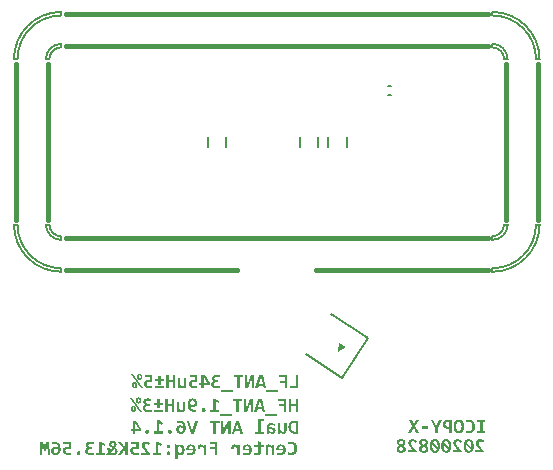
<source format=gbo>
G04*
G04 #@! TF.GenerationSoftware,Altium Limited,Altium Designer,20.0.13 (296)*
G04*
G04 Layer_Color=5220458*
%FSLAX44Y44*%
%MOMM*%
G71*
G01*
G75*
%ADD17C,0.2000*%
%ADD47C,0.1270*%
%ADD48C,0.2032*%
%ADD49C,0.3810*%
G36*
X51672Y-269013D02*
X52550Y-261236D01*
X58420Y-265049D01*
X51672Y-269013D01*
D02*
G37*
G36*
X-157402Y-344779D02*
X-157308D01*
X-157233Y-344798D01*
X-157177D01*
X-156932Y-344816D01*
X-156707Y-344854D01*
X-156613Y-344873D01*
X-156538D01*
X-156500Y-344892D01*
X-156481D01*
X-156237Y-344929D01*
X-156011Y-344986D01*
X-155918Y-345004D01*
X-155842Y-345023D01*
X-155805Y-345042D01*
X-155786D01*
X-155542Y-345098D01*
X-155297Y-345155D01*
X-155203Y-345192D01*
X-155128Y-345211D01*
X-155091Y-345230D01*
X-155072D01*
Y-346959D01*
X-155560Y-346828D01*
X-155786Y-346752D01*
X-155993Y-346715D01*
X-156143Y-346677D01*
X-156275Y-346640D01*
X-156369Y-346621D01*
X-156387D01*
X-156857Y-346546D01*
X-157083Y-346527D01*
X-157290Y-346508D01*
X-157459Y-346489D01*
X-157703D01*
X-158023Y-346508D01*
X-158305Y-346546D01*
X-158530Y-346602D01*
X-158718Y-346658D01*
X-158869Y-346734D01*
X-158981Y-346790D01*
X-159038Y-346828D01*
X-159057Y-346846D01*
X-159207Y-346997D01*
X-159320Y-347166D01*
X-159395Y-347335D01*
X-159451Y-347504D01*
X-159489Y-347655D01*
X-159508Y-347767D01*
Y-347843D01*
Y-347880D01*
X-159489Y-348106D01*
X-159451Y-348312D01*
X-159432Y-348388D01*
X-159414Y-348444D01*
X-159395Y-348482D01*
Y-348500D01*
X-159282Y-348707D01*
X-159169Y-348876D01*
X-159057Y-348989D01*
X-159038Y-349008D01*
X-159019Y-349027D01*
X-158793Y-349177D01*
X-158568Y-349290D01*
X-158474Y-349328D01*
X-158399Y-349365D01*
X-158342Y-349384D01*
X-158323D01*
X-158154Y-349422D01*
X-157966Y-349440D01*
X-157797Y-349478D01*
X-157609D01*
X-157459Y-349497D01*
X-156105D01*
Y-351076D01*
X-157572D01*
X-157816Y-351094D01*
X-158023Y-351113D01*
X-158192Y-351132D01*
X-158342Y-351170D01*
X-158436Y-351188D01*
X-158511Y-351207D01*
X-158530D01*
X-158718Y-351245D01*
X-158869Y-351301D01*
X-159019Y-351357D01*
X-159132Y-351414D01*
X-159226Y-351451D01*
X-159301Y-351489D01*
X-159338Y-351508D01*
X-159357Y-351527D01*
X-159583Y-351696D01*
X-159733Y-351865D01*
X-159789Y-351921D01*
X-159827Y-351978D01*
X-159865Y-352015D01*
Y-352034D01*
X-159959Y-352260D01*
X-160015Y-352466D01*
X-160034Y-352560D01*
Y-352636D01*
Y-352673D01*
Y-352692D01*
X-160015Y-352974D01*
X-159978Y-353106D01*
X-159959Y-353218D01*
X-159921Y-353312D01*
X-159883Y-353387D01*
X-159865Y-353425D01*
Y-353444D01*
X-159733Y-353669D01*
X-159564Y-353839D01*
X-159489Y-353895D01*
X-159432Y-353951D01*
X-159395Y-353970D01*
X-159376Y-353989D01*
X-159113Y-354139D01*
X-158850Y-354233D01*
X-158718Y-354271D01*
X-158643Y-354308D01*
X-158568Y-354327D01*
X-158549D01*
X-158154Y-354384D01*
X-157948Y-354421D01*
X-157760D01*
X-157590Y-354440D01*
X-157083D01*
X-156820Y-354421D01*
X-156575D01*
X-156369Y-354402D01*
X-156200D01*
X-156068Y-354384D01*
X-155955D01*
X-155711Y-354365D01*
X-155485Y-354327D01*
X-155297Y-354308D01*
X-155109Y-354271D01*
X-154978Y-354252D01*
X-154865Y-354233D01*
X-154790Y-354214D01*
X-154771D01*
Y-356000D01*
X-154940Y-356019D01*
X-155128Y-356038D01*
X-155184Y-356056D01*
X-155297D01*
X-155523Y-356075D01*
X-155711Y-356094D01*
X-155786Y-356113D01*
X-155899D01*
X-156143Y-356132D01*
X-156331D01*
X-156425Y-356150D01*
X-156538D01*
X-156763Y-356169D01*
X-157139D01*
X-157609Y-356150D01*
X-158041Y-356132D01*
X-158417Y-356094D01*
X-158737Y-356038D01*
X-159019Y-356000D01*
X-159207Y-355962D01*
X-159282Y-355944D01*
X-159338D01*
X-159357Y-355925D01*
X-159376D01*
X-159714Y-355831D01*
X-160034Y-355718D01*
X-160297Y-355605D01*
X-160523Y-355493D01*
X-160711Y-355380D01*
X-160842Y-355305D01*
X-160936Y-355248D01*
X-160955Y-355229D01*
X-161180Y-355042D01*
X-161368Y-354854D01*
X-161537Y-354665D01*
X-161669Y-354496D01*
X-161763Y-354327D01*
X-161838Y-354214D01*
X-161876Y-354139D01*
X-161895Y-354102D01*
X-162007Y-353857D01*
X-162083Y-353594D01*
X-162139Y-353350D01*
X-162177Y-353124D01*
X-162195Y-352918D01*
X-162214Y-352767D01*
Y-352673D01*
Y-352636D01*
X-162195Y-352260D01*
X-162158Y-352109D01*
X-162139Y-351959D01*
X-162101Y-351846D01*
X-162064Y-351771D01*
X-162045Y-351715D01*
Y-351696D01*
X-161895Y-351395D01*
X-161819Y-351264D01*
X-161744Y-351151D01*
X-161669Y-351076D01*
X-161613Y-351000D01*
X-161575Y-350963D01*
X-161556Y-350944D01*
X-161312Y-350718D01*
X-161086Y-350568D01*
X-160974Y-350493D01*
X-160898Y-350455D01*
X-160842Y-350418D01*
X-160823D01*
X-160504Y-350286D01*
X-160335Y-350230D01*
X-160184Y-350192D01*
X-160053Y-350154D01*
X-159959Y-350136D01*
X-159883Y-350117D01*
X-159865D01*
X-160165Y-349985D01*
X-160410Y-349816D01*
X-160635Y-349666D01*
X-160823Y-349515D01*
X-160974Y-349365D01*
X-161068Y-349252D01*
X-161143Y-349177D01*
X-161162Y-349158D01*
X-161312Y-348914D01*
X-161425Y-348651D01*
X-161519Y-348369D01*
X-161575Y-348125D01*
X-161613Y-347880D01*
X-161632Y-347711D01*
Y-347636D01*
Y-347579D01*
Y-347561D01*
Y-347542D01*
X-161613Y-347316D01*
X-161594Y-347091D01*
X-161556Y-346903D01*
X-161519Y-346734D01*
X-161462Y-346583D01*
X-161425Y-346489D01*
X-161406Y-346414D01*
X-161387Y-346395D01*
X-161293Y-346207D01*
X-161180Y-346038D01*
X-161049Y-345888D01*
X-160936Y-345756D01*
X-160842Y-345644D01*
X-160748Y-345568D01*
X-160692Y-345531D01*
X-160673Y-345512D01*
X-160485Y-345380D01*
X-160297Y-345267D01*
X-160090Y-345174D01*
X-159921Y-345098D01*
X-159752Y-345042D01*
X-159620Y-345004D01*
X-159545Y-344967D01*
X-159508D01*
X-159244Y-344892D01*
X-158981Y-344854D01*
X-158718Y-344816D01*
X-158474Y-344779D01*
X-158248D01*
X-158079Y-344760D01*
X-157647D01*
X-157402Y-344779D01*
D02*
G37*
G36*
X-82012Y-347260D02*
X-81636Y-347298D01*
X-81316Y-347354D01*
X-81016Y-347410D01*
X-80790Y-347467D01*
X-80621Y-347523D01*
X-80508Y-347561D01*
X-80489Y-347579D01*
X-80470D01*
X-80170Y-347711D01*
X-79907Y-347880D01*
X-79662Y-348031D01*
X-79474Y-348181D01*
X-79305Y-348331D01*
X-79173Y-348444D01*
X-79098Y-348519D01*
X-79079Y-348538D01*
X-78892Y-348764D01*
X-78722Y-349008D01*
X-78572Y-349252D01*
X-78459Y-349478D01*
X-78365Y-349685D01*
X-78309Y-349835D01*
X-78271Y-349948D01*
X-78253Y-349967D01*
Y-349985D01*
X-78158Y-350305D01*
X-78102Y-350643D01*
X-78046Y-350944D01*
X-78027Y-351245D01*
X-78008Y-351489D01*
X-77989Y-351696D01*
Y-351771D01*
Y-351827D01*
Y-351846D01*
Y-351865D01*
X-78008Y-352222D01*
X-78027Y-352560D01*
X-78064Y-352880D01*
X-78102Y-353143D01*
X-78140Y-353369D01*
X-78158Y-353519D01*
X-78196Y-353632D01*
Y-353651D01*
Y-353669D01*
X-78290Y-353951D01*
X-78384Y-354214D01*
X-78478Y-354440D01*
X-78572Y-354647D01*
X-78666Y-354797D01*
X-78741Y-354929D01*
X-78779Y-355004D01*
X-78798Y-355023D01*
X-78967Y-355229D01*
X-79136Y-355399D01*
X-79286Y-355549D01*
X-79455Y-355662D01*
X-79587Y-355756D01*
X-79700Y-355831D01*
X-79775Y-355868D01*
X-79794Y-355887D01*
X-80019Y-355981D01*
X-80264Y-356056D01*
X-80489Y-356113D01*
X-80696Y-356150D01*
X-80884Y-356169D01*
X-81016Y-356188D01*
X-81147D01*
X-81448Y-356169D01*
X-81598Y-356150D01*
X-81711Y-356132D01*
X-81805D01*
X-81899Y-356113D01*
X-81937Y-356094D01*
X-81955D01*
X-82218Y-356019D01*
X-82444Y-355925D01*
X-82538Y-355887D01*
X-82594Y-355850D01*
X-82632Y-355831D01*
X-82651D01*
X-82876Y-355681D01*
X-83064Y-355549D01*
X-83139Y-355493D01*
X-83196Y-355436D01*
X-83215Y-355417D01*
X-83233Y-355399D01*
X-83421Y-355211D01*
X-83572Y-355042D01*
X-83628Y-354966D01*
X-83685Y-354929D01*
X-83703Y-354891D01*
X-83722Y-354872D01*
X-83647Y-356526D01*
Y-359365D01*
X-85715D01*
Y-347241D01*
X-84286Y-347542D01*
X-84136Y-347504D01*
X-84004Y-347467D01*
X-83910Y-347429D01*
X-83872D01*
X-83703Y-347392D01*
X-83553Y-347354D01*
X-83421Y-347335D01*
X-83384D01*
X-83196Y-347316D01*
X-83046Y-347298D01*
X-82914Y-347279D01*
X-82876D01*
X-82707Y-347260D01*
X-82557Y-347241D01*
X-82406D01*
X-82012Y-347260D01*
D02*
G37*
G36*
X-110149Y-344779D02*
X-109792Y-344816D01*
X-109473Y-344892D01*
X-109172Y-344967D01*
X-108927Y-345042D01*
X-108740Y-345117D01*
X-108683Y-345136D01*
X-108627Y-345155D01*
X-108608Y-345174D01*
X-108589D01*
X-108270Y-345324D01*
X-107950Y-345512D01*
X-107687Y-345681D01*
X-107443Y-345850D01*
X-107255Y-346001D01*
X-107104Y-346132D01*
X-107010Y-346207D01*
X-106973Y-346245D01*
X-108063Y-347636D01*
X-108251Y-347467D01*
X-108439Y-347316D01*
X-108608Y-347185D01*
X-108777Y-347091D01*
X-108909Y-346997D01*
X-109022Y-346940D01*
X-109097Y-346903D01*
X-109115Y-346884D01*
X-109322Y-346790D01*
X-109548Y-346715D01*
X-109736Y-346677D01*
X-109924Y-346640D01*
X-110093Y-346621D01*
X-110206Y-346602D01*
X-110318D01*
X-110582Y-346621D01*
X-110807Y-346658D01*
X-110882Y-346696D01*
X-110939Y-346715D01*
X-110976Y-346734D01*
X-110995D01*
X-111202Y-346828D01*
X-111352Y-346940D01*
X-111446Y-347016D01*
X-111484Y-347034D01*
Y-347053D01*
X-111615Y-347222D01*
X-111709Y-347373D01*
X-111766Y-347486D01*
X-111784Y-347523D01*
Y-347542D01*
X-111860Y-347749D01*
X-111878Y-347955D01*
X-111897Y-348031D01*
Y-348087D01*
Y-348125D01*
Y-348143D01*
X-111878Y-348406D01*
X-111860Y-348651D01*
X-111841Y-348745D01*
X-111822Y-348820D01*
X-111803Y-348858D01*
Y-348876D01*
X-111728Y-349158D01*
X-111615Y-349403D01*
X-111559Y-349515D01*
X-111521Y-349591D01*
X-111503Y-349647D01*
X-111484Y-349666D01*
X-111390Y-349816D01*
X-111277Y-349985D01*
X-111164Y-350136D01*
X-111070Y-350286D01*
X-110957Y-350418D01*
X-110882Y-350512D01*
X-110826Y-350587D01*
X-110807Y-350606D01*
X-110638Y-350812D01*
X-110431Y-351019D01*
X-110243Y-351226D01*
X-110055Y-351433D01*
X-109886Y-351602D01*
X-109755Y-351733D01*
X-109661Y-351827D01*
X-109623Y-351865D01*
X-107029Y-354496D01*
Y-356000D01*
X-114529D01*
Y-354102D01*
X-109867D01*
X-111465Y-352579D01*
X-111691Y-352354D01*
X-111916Y-352147D01*
X-112104Y-351959D01*
X-112273Y-351771D01*
X-112405Y-351639D01*
X-112499Y-351527D01*
X-112574Y-351451D01*
X-112593Y-351433D01*
X-112781Y-351226D01*
X-112931Y-351038D01*
X-113082Y-350850D01*
X-113213Y-350700D01*
X-113307Y-350549D01*
X-113382Y-350455D01*
X-113420Y-350380D01*
X-113439Y-350361D01*
X-113664Y-349967D01*
X-113739Y-349779D01*
X-113814Y-349609D01*
X-113871Y-349459D01*
X-113909Y-349346D01*
X-113946Y-349271D01*
Y-349252D01*
X-114059Y-348820D01*
X-114096Y-348594D01*
X-114115Y-348406D01*
X-114134Y-348256D01*
Y-348125D01*
Y-348049D01*
Y-348012D01*
X-114115Y-347730D01*
X-114096Y-347467D01*
X-114059Y-347222D01*
X-114003Y-347016D01*
X-113946Y-346846D01*
X-113909Y-346734D01*
X-113890Y-346640D01*
X-113871Y-346621D01*
X-113758Y-346395D01*
X-113645Y-346207D01*
X-113533Y-346019D01*
X-113401Y-345888D01*
X-113307Y-345756D01*
X-113213Y-345681D01*
X-113157Y-345625D01*
X-113138Y-345606D01*
X-112950Y-345456D01*
X-112762Y-345343D01*
X-112574Y-345230D01*
X-112405Y-345136D01*
X-112236Y-345080D01*
X-112123Y-345023D01*
X-112048Y-344986D01*
X-112010D01*
X-111766Y-344910D01*
X-111503Y-344854D01*
X-111258Y-344816D01*
X-111033Y-344779D01*
X-110826D01*
X-110676Y-344760D01*
X-110544D01*
X-110149Y-344779D01*
D02*
G37*
G36*
X-97368Y-346715D02*
X-98045Y-348406D01*
X-100507Y-347072D01*
Y-354158D01*
X-97688D01*
Y-356000D01*
X-105056D01*
Y-354158D01*
X-102631D01*
Y-344873D01*
X-100883D01*
X-97368Y-346715D01*
D02*
G37*
G36*
X-145016D02*
X-145693Y-348406D01*
X-148155Y-347072D01*
Y-354158D01*
X-145335D01*
Y-356000D01*
X-152703D01*
Y-354158D01*
X-150279D01*
Y-344873D01*
X-148531D01*
X-145016Y-346715D01*
D02*
G37*
G36*
X-188040Y-344986D02*
X-187683Y-345023D01*
X-187382Y-345061D01*
X-187119Y-345098D01*
X-186950Y-345136D01*
X-186875Y-345155D01*
X-186818D01*
X-186799Y-345174D01*
X-186781D01*
X-186461Y-345267D01*
X-186160Y-345362D01*
X-185897Y-345456D01*
X-185672Y-345550D01*
X-185502Y-345644D01*
X-185352Y-345719D01*
X-185277Y-345756D01*
X-185239Y-345775D01*
X-185014Y-345925D01*
X-184807Y-346095D01*
X-184619Y-346245D01*
X-184469Y-346395D01*
X-184337Y-346527D01*
X-184243Y-346640D01*
X-184187Y-346715D01*
X-184168Y-346734D01*
X-183886Y-347166D01*
X-183754Y-347392D01*
X-183660Y-347579D01*
X-183585Y-347749D01*
X-183529Y-347899D01*
X-183491Y-347974D01*
X-183472Y-348012D01*
X-183303Y-348538D01*
X-183247Y-348801D01*
X-183190Y-349027D01*
X-183153Y-349234D01*
X-183115Y-349403D01*
X-183097Y-349497D01*
Y-349515D01*
Y-349534D01*
X-183040Y-350136D01*
X-183021Y-350436D01*
Y-350700D01*
X-183003Y-350925D01*
Y-351113D01*
Y-351226D01*
Y-351245D01*
Y-351264D01*
X-183021Y-351715D01*
X-183040Y-352147D01*
X-183097Y-352542D01*
X-183153Y-352899D01*
X-183247Y-353237D01*
X-183322Y-353538D01*
X-183416Y-353820D01*
X-183510Y-354064D01*
X-183604Y-354271D01*
X-183698Y-354459D01*
X-183792Y-354628D01*
X-183867Y-354759D01*
X-183924Y-354854D01*
X-183980Y-354929D01*
X-183999Y-354966D01*
X-184018Y-354985D01*
X-184224Y-355192D01*
X-184431Y-355380D01*
X-184675Y-355549D01*
X-184901Y-355681D01*
X-185145Y-355793D01*
X-185390Y-355887D01*
X-185878Y-356038D01*
X-186104Y-356094D01*
X-186311Y-356132D01*
X-186480Y-356150D01*
X-186649Y-356169D01*
X-186781Y-356188D01*
X-186968D01*
X-187307Y-356169D01*
X-187608Y-356150D01*
X-187889Y-356113D01*
X-188134Y-356056D01*
X-188322Y-356019D01*
X-188472Y-355981D01*
X-188566Y-355962D01*
X-188604Y-355944D01*
X-188867Y-355831D01*
X-189130Y-355718D01*
X-189337Y-355587D01*
X-189525Y-355474D01*
X-189675Y-355361D01*
X-189788Y-355267D01*
X-189863Y-355211D01*
X-189882Y-355192D01*
X-190070Y-355004D01*
X-190239Y-354797D01*
X-190389Y-354609D01*
X-190502Y-354421D01*
X-190596Y-354271D01*
X-190671Y-354139D01*
X-190709Y-354064D01*
X-190728Y-354026D01*
X-190840Y-353763D01*
X-190916Y-353500D01*
X-190972Y-353237D01*
X-191010Y-353012D01*
X-191028Y-352805D01*
X-191047Y-352636D01*
Y-352542D01*
Y-352504D01*
Y-352222D01*
X-191010Y-351959D01*
X-190972Y-351715D01*
X-190935Y-351508D01*
X-190897Y-351339D01*
X-190859Y-351207D01*
X-190840Y-351113D01*
X-190822Y-351094D01*
X-190728Y-350869D01*
X-190615Y-350662D01*
X-190502Y-350474D01*
X-190389Y-350324D01*
X-190295Y-350192D01*
X-190201Y-350098D01*
X-190145Y-350042D01*
X-190126Y-350023D01*
X-189957Y-349873D01*
X-189769Y-349722D01*
X-189581Y-349609D01*
X-189393Y-349515D01*
X-189243Y-349440D01*
X-189111Y-349384D01*
X-189036Y-349365D01*
X-188999Y-349346D01*
X-188735Y-349271D01*
X-188472Y-349196D01*
X-188209Y-349158D01*
X-187965Y-349140D01*
X-187758Y-349121D01*
X-187589Y-349102D01*
X-187438D01*
X-186987Y-349121D01*
X-186799Y-349140D01*
X-186611Y-349177D01*
X-186461Y-349196D01*
X-186348Y-349234D01*
X-186273Y-349252D01*
X-186254D01*
X-186047Y-349309D01*
X-185860Y-349365D01*
X-185690Y-349422D01*
X-185540Y-349478D01*
X-185427Y-349515D01*
X-185333Y-349553D01*
X-185277Y-349572D01*
X-185258Y-349591D01*
X-185277Y-349403D01*
X-185296Y-349177D01*
X-185333Y-348951D01*
X-185371Y-348764D01*
X-185427Y-348594D01*
X-185465Y-348463D01*
X-185484Y-348369D01*
X-185521Y-348294D01*
Y-348275D01*
X-185596Y-348087D01*
X-185690Y-347937D01*
X-185784Y-347786D01*
X-185878Y-347655D01*
X-185972Y-347561D01*
X-186047Y-347486D01*
X-186085Y-347448D01*
X-186104Y-347429D01*
X-186254Y-347298D01*
X-186423Y-347185D01*
X-186762Y-347016D01*
X-186893Y-346959D01*
X-187025Y-346922D01*
X-187100Y-346884D01*
X-187119D01*
X-187363Y-346828D01*
X-187626Y-346771D01*
X-187871Y-346734D01*
X-188115Y-346715D01*
X-188322Y-346696D01*
X-190126D01*
Y-344948D01*
X-188435D01*
X-188040Y-344986D01*
D02*
G37*
G36*
X-192062Y-356000D02*
X-193829D01*
X-194017Y-349703D01*
X-194073Y-347260D01*
X-194543Y-348951D01*
X-195652Y-352711D01*
X-196968D01*
X-198190Y-348951D01*
X-198716Y-347260D01*
X-198791Y-349760D01*
X-198998Y-356000D01*
X-200840Y-356000D01*
X-200295Y-344948D01*
X-197889D01*
X-196874Y-348200D01*
X-196404Y-349873D01*
X-195934Y-348106D01*
X-194957Y-344948D01*
X-192607D01*
X-192062Y-356000D01*
D02*
G37*
G36*
X-126088D02*
X-128212D01*
Y-350662D01*
X-131520Y-356000D01*
X-134208D01*
X-130261Y-350230D01*
X-134020Y-344948D01*
X-131502D01*
X-128212Y-350004D01*
Y-344948D01*
X-126088D01*
Y-356000D01*
D02*
G37*
G36*
X-91391Y-347335D02*
X-91203Y-347373D01*
X-91128Y-347410D01*
X-91071Y-347429D01*
X-91034Y-347448D01*
X-91015D01*
X-90827Y-347542D01*
X-90677Y-347655D01*
X-90583Y-347730D01*
X-90564Y-347749D01*
X-90545Y-347767D01*
X-90414Y-347937D01*
X-90301Y-348087D01*
X-90244Y-348200D01*
X-90225Y-348237D01*
Y-348256D01*
X-90169Y-348463D01*
X-90132Y-348651D01*
X-90113Y-348726D01*
Y-348782D01*
Y-348820D01*
Y-348839D01*
X-90132Y-349083D01*
X-90169Y-349271D01*
X-90188Y-349346D01*
X-90207Y-349403D01*
X-90225Y-349440D01*
Y-349459D01*
X-90319Y-349647D01*
X-90432Y-349797D01*
X-90507Y-349891D01*
X-90545Y-349910D01*
Y-349929D01*
X-90714Y-350061D01*
X-90865Y-350173D01*
X-90977Y-350230D01*
X-90996Y-350248D01*
X-91015D01*
X-91241Y-350305D01*
X-91428Y-350342D01*
X-91522Y-350361D01*
X-91635D01*
X-91861Y-350342D01*
X-92049Y-350305D01*
X-92124Y-350286D01*
X-92180Y-350267D01*
X-92199Y-350248D01*
X-92218D01*
X-92406Y-350154D01*
X-92575Y-350042D01*
X-92669Y-349967D01*
X-92707Y-349929D01*
X-92838Y-349760D01*
X-92951Y-349609D01*
X-93007Y-349497D01*
X-93026Y-349478D01*
Y-349459D01*
X-93101Y-349234D01*
X-93139Y-349045D01*
X-93158Y-348951D01*
Y-348895D01*
Y-348858D01*
Y-348839D01*
X-93139Y-348613D01*
X-93101Y-348425D01*
X-93064Y-348369D01*
X-93045Y-348312D01*
X-93026Y-348275D01*
Y-348256D01*
X-92932Y-348068D01*
X-92819Y-347899D01*
X-92744Y-347805D01*
X-92725Y-347767D01*
X-92707D01*
X-92537Y-347636D01*
X-92387Y-347523D01*
X-92274Y-347467D01*
X-92237Y-347448D01*
X-92218D01*
X-92011Y-347373D01*
X-91823Y-347335D01*
X-91748Y-347316D01*
X-91635D01*
X-91391Y-347335D01*
D02*
G37*
G36*
X-138531Y-344121D02*
X-138268Y-344140D01*
X-138042Y-344177D01*
X-137836Y-344234D01*
X-137667Y-344290D01*
X-137554Y-344328D01*
X-137460Y-344347D01*
X-137441Y-344365D01*
X-137234Y-344478D01*
X-137028Y-344572D01*
X-136858Y-344704D01*
X-136708Y-344798D01*
X-136595Y-344892D01*
X-136501Y-344967D01*
X-136445Y-345023D01*
X-136426Y-345042D01*
X-136276Y-345192D01*
X-136163Y-345362D01*
X-136050Y-345531D01*
X-135956Y-345681D01*
X-135900Y-345813D01*
X-135843Y-345907D01*
X-135825Y-345982D01*
X-135806Y-346001D01*
X-135731Y-346207D01*
X-135693Y-346414D01*
X-135655Y-346602D01*
X-135618Y-346771D01*
Y-346922D01*
X-135599Y-347053D01*
Y-347128D01*
Y-347147D01*
X-135618Y-347373D01*
X-135637Y-347579D01*
X-135674Y-347786D01*
X-135731Y-347974D01*
X-135768Y-348125D01*
X-135806Y-348237D01*
X-135825Y-348312D01*
X-135843Y-348350D01*
X-135956Y-348576D01*
X-136069Y-348782D01*
X-136201Y-348989D01*
X-136313Y-349177D01*
X-136407Y-349328D01*
X-136501Y-349440D01*
X-136558Y-349534D01*
X-136576Y-349553D01*
X-136746Y-349779D01*
X-136464Y-349985D01*
X-136219Y-350154D01*
X-136125Y-350230D01*
X-136050Y-350286D01*
X-136013Y-350324D01*
X-135994Y-350342D01*
X-135749Y-350568D01*
X-135543Y-350794D01*
X-135468Y-350887D01*
X-135430Y-350963D01*
X-135392Y-351019D01*
X-135373Y-351038D01*
X-135204Y-351339D01*
X-135054Y-351621D01*
X-135016Y-351752D01*
X-134979Y-351846D01*
X-134941Y-351903D01*
Y-351921D01*
X-134847Y-352297D01*
X-134828Y-352485D01*
X-134810Y-352654D01*
X-134791Y-352805D01*
Y-352918D01*
Y-352993D01*
Y-353030D01*
X-134810Y-353293D01*
X-134828Y-353538D01*
X-134866Y-353763D01*
X-134922Y-353951D01*
X-134960Y-354120D01*
X-134998Y-354233D01*
X-135016Y-354327D01*
X-135035Y-354346D01*
X-135129Y-354553D01*
X-135242Y-354741D01*
X-135373Y-354910D01*
X-135486Y-355060D01*
X-135580Y-355173D01*
X-135674Y-355267D01*
X-135731Y-355323D01*
X-135749Y-355342D01*
X-135937Y-355493D01*
X-136125Y-355624D01*
X-136313Y-355718D01*
X-136501Y-355812D01*
X-136652Y-355887D01*
X-136783Y-355944D01*
X-136858Y-355962D01*
X-136896Y-355981D01*
X-137159Y-356056D01*
X-137441Y-356094D01*
X-137704Y-356132D01*
X-137949Y-356169D01*
X-138155D01*
X-138324Y-356188D01*
X-138475D01*
X-138757Y-356169D01*
X-139039Y-356150D01*
X-139283Y-356113D01*
X-139509Y-356075D01*
X-139697Y-356038D01*
X-139847Y-356000D01*
X-139922Y-355962D01*
X-139960D01*
X-140223Y-355868D01*
X-140467Y-355756D01*
X-140693Y-355643D01*
X-140881Y-355530D01*
X-141031Y-355436D01*
X-141163Y-355361D01*
X-141238Y-355305D01*
X-141257Y-355286D01*
X-141858Y-356000D01*
X-144302D01*
X-142497Y-353820D01*
X-142779Y-353275D01*
X-142873Y-352993D01*
X-142967Y-352748D01*
X-143042Y-352542D01*
X-143099Y-352372D01*
X-143118Y-352260D01*
X-143136Y-352241D01*
Y-352222D01*
X-143211Y-351884D01*
X-143268Y-351527D01*
X-143305Y-351188D01*
X-143343Y-350887D01*
Y-350624D01*
X-143362Y-350418D01*
Y-350342D01*
Y-350286D01*
Y-350248D01*
Y-350230D01*
X-141445D01*
Y-350662D01*
X-141426Y-350850D01*
Y-351000D01*
X-141407Y-351151D01*
Y-351245D01*
X-141388Y-351320D01*
Y-351339D01*
X-141332Y-351696D01*
X-141313Y-351865D01*
X-141276Y-351996D01*
X-141257Y-352109D01*
X-141238Y-352203D01*
X-141219Y-352260D01*
Y-352278D01*
X-139340Y-349985D01*
X-139697Y-349779D01*
X-139866Y-349685D01*
X-139997Y-349591D01*
X-140129Y-349534D01*
X-140223Y-349478D01*
X-140279Y-349440D01*
X-140298Y-349422D01*
X-140618Y-349196D01*
X-140768Y-349083D01*
X-140881Y-348970D01*
X-140993Y-348876D01*
X-141069Y-348801D01*
X-141106Y-348764D01*
X-141125Y-348745D01*
X-141369Y-348444D01*
X-141557Y-348162D01*
X-141614Y-348049D01*
X-141670Y-347955D01*
X-141689Y-347899D01*
X-141708Y-347880D01*
X-141783Y-347692D01*
X-141839Y-347486D01*
X-141877Y-347279D01*
X-141915Y-347109D01*
Y-346940D01*
X-141933Y-346828D01*
Y-346752D01*
Y-346715D01*
Y-346527D01*
X-141896Y-346339D01*
X-141858Y-346170D01*
X-141820Y-346019D01*
X-141783Y-345888D01*
X-141745Y-345794D01*
X-141727Y-345737D01*
X-141708Y-345719D01*
X-141520Y-345380D01*
X-141426Y-345249D01*
X-141332Y-345117D01*
X-141238Y-345023D01*
X-141163Y-344948D01*
X-141125Y-344910D01*
X-141106Y-344892D01*
X-140787Y-344647D01*
X-140467Y-344478D01*
X-140336Y-344403D01*
X-140223Y-344365D01*
X-140148Y-344328D01*
X-140129D01*
X-139903Y-344253D01*
X-139678Y-344196D01*
X-139471Y-344159D01*
X-139264Y-344121D01*
X-139076D01*
X-138945Y-344102D01*
X-138813D01*
X-138531Y-344121D01*
D02*
G37*
G36*
X12607Y-344798D02*
X13002Y-344835D01*
X13359Y-344910D01*
X13660Y-344967D01*
X13923Y-345042D01*
X14111Y-345117D01*
X14186Y-345136D01*
X14243Y-345155D01*
X14261Y-345173D01*
X14280D01*
X14619Y-345343D01*
X14919Y-345512D01*
X15201Y-345700D01*
X15446Y-345888D01*
X15633Y-346057D01*
X15784Y-346189D01*
X15859Y-346283D01*
X15897Y-346320D01*
X16122Y-346621D01*
X16329Y-346922D01*
X16498Y-347241D01*
X16648Y-347523D01*
X16761Y-347786D01*
X16837Y-347974D01*
X16874Y-348049D01*
X16893Y-348106D01*
X16912Y-348143D01*
Y-348162D01*
X17025Y-348576D01*
X17100Y-349008D01*
X17175Y-349421D01*
X17212Y-349816D01*
X17231Y-350136D01*
Y-350286D01*
X17250Y-350399D01*
Y-350512D01*
Y-350587D01*
Y-350624D01*
Y-350643D01*
X17231Y-351132D01*
X17194Y-351602D01*
X17156Y-352015D01*
X17081Y-352354D01*
X17025Y-352654D01*
X17006Y-352767D01*
X16987Y-352861D01*
X16968Y-352936D01*
X16949Y-352993D01*
X16931Y-353030D01*
Y-353049D01*
X16799Y-353406D01*
X16648Y-353745D01*
X16498Y-354026D01*
X16348Y-354290D01*
X16197Y-354478D01*
X16085Y-354628D01*
X16010Y-354722D01*
X15991Y-354759D01*
X15746Y-355004D01*
X15483Y-355211D01*
X15220Y-355399D01*
X14976Y-355549D01*
X14750Y-355662D01*
X14581Y-355737D01*
X14468Y-355793D01*
X14449Y-355812D01*
X14431D01*
X14073Y-355925D01*
X13716Y-356000D01*
X13359Y-356075D01*
X13040Y-356113D01*
X12739Y-356132D01*
X12626D01*
X12532Y-356150D01*
X12043D01*
X11780Y-356132D01*
X11536Y-356094D01*
X11329Y-356075D01*
X11141Y-356038D01*
X11010Y-356019D01*
X10934Y-356000D01*
X10897D01*
X10371Y-355868D01*
X10126Y-355812D01*
X9920Y-355737D01*
X9732Y-355662D01*
X9581Y-355624D01*
X9487Y-355587D01*
X9450Y-355568D01*
Y-353613D01*
X9656Y-353707D01*
X9863Y-353801D01*
X9938Y-353820D01*
X10014Y-353857D01*
X10051Y-353876D01*
X10070D01*
X10314Y-353951D01*
X10521Y-354026D01*
X10596Y-354045D01*
X10671Y-354064D01*
X10709Y-354083D01*
X10728D01*
X10972Y-354139D01*
X11179Y-354196D01*
X11254Y-354214D01*
X11329D01*
X11367Y-354233D01*
X11386D01*
X11611Y-354252D01*
X11799Y-354271D01*
X11987D01*
X12269Y-354252D01*
X12513Y-354233D01*
X12739Y-354196D01*
X12946Y-354139D01*
X13096Y-354102D01*
X13228Y-354064D01*
X13303Y-354045D01*
X13322Y-354026D01*
X13528Y-353914D01*
X13698Y-353801D01*
X13867Y-353669D01*
X13998Y-353557D01*
X14111Y-353444D01*
X14186Y-353350D01*
X14243Y-353293D01*
X14261Y-353275D01*
X14393Y-353087D01*
X14487Y-352880D01*
X14581Y-352692D01*
X14656Y-352504D01*
X14713Y-352335D01*
X14750Y-352203D01*
X14788Y-352128D01*
Y-352090D01*
X14882Y-351527D01*
X14919Y-351263D01*
X14938Y-351019D01*
Y-350793D01*
X14957Y-350624D01*
Y-350512D01*
Y-350493D01*
Y-350474D01*
Y-350173D01*
X14938Y-349873D01*
X14900Y-349609D01*
X14882Y-349384D01*
X14844Y-349196D01*
X14825Y-349045D01*
X14806Y-348970D01*
Y-348933D01*
X14731Y-348670D01*
X14656Y-348444D01*
X14562Y-348237D01*
X14487Y-348049D01*
X14393Y-347918D01*
X14337Y-347805D01*
X14299Y-347730D01*
X14280Y-347711D01*
X14130Y-347523D01*
X13980Y-347373D01*
X13829Y-347241D01*
X13679Y-347128D01*
X13547Y-347034D01*
X13453Y-346978D01*
X13378Y-346940D01*
X13359Y-346922D01*
X13134Y-346828D01*
X12908Y-346752D01*
X12683Y-346696D01*
X12476Y-346658D01*
X12288Y-346640D01*
X12138Y-346621D01*
X12006D01*
X11592Y-346640D01*
X11404Y-346658D01*
X11216Y-346696D01*
X11066Y-346715D01*
X10953Y-346752D01*
X10859Y-346771D01*
X10841D01*
X10352Y-346903D01*
X10108Y-346978D01*
X9901Y-347053D01*
X9713Y-347128D01*
X9581Y-347185D01*
X9487Y-347222D01*
X9450Y-347241D01*
Y-345173D01*
X9713Y-345098D01*
X9938Y-345042D01*
X10014Y-345023D01*
X10089Y-345004D01*
X10126Y-344986D01*
X10145D01*
X10389Y-344929D01*
X10596Y-344892D01*
X10690D01*
X10747Y-344873D01*
X10803D01*
X11047Y-344835D01*
X11254Y-344816D01*
X11329Y-344798D01*
X11461D01*
X11705Y-344779D01*
X12175D01*
X12607Y-344798D01*
D02*
G37*
G36*
X3848Y-347241D02*
X4168Y-347279D01*
X4450Y-347335D01*
X4694Y-347392D01*
X4901Y-347448D01*
X5051Y-347504D01*
X5145Y-347542D01*
X5183Y-347561D01*
X5446Y-347692D01*
X5691Y-347861D01*
X5916Y-348012D01*
X6104Y-348162D01*
X6254Y-348312D01*
X6367Y-348425D01*
X6442Y-348500D01*
X6461Y-348519D01*
X6649Y-348764D01*
X6799Y-349008D01*
X6950Y-349252D01*
X7063Y-349478D01*
X7157Y-349685D01*
X7213Y-349835D01*
X7250Y-349948D01*
X7269Y-349967D01*
Y-349985D01*
X7363Y-350305D01*
X7438Y-350643D01*
X7476Y-350963D01*
X7514Y-351245D01*
X7533Y-351508D01*
X7551Y-351715D01*
Y-351790D01*
Y-351827D01*
Y-351865D01*
Y-351884D01*
X7533Y-352260D01*
X7514Y-352617D01*
X7457Y-352936D01*
X7401Y-353199D01*
X7363Y-353425D01*
X7307Y-353594D01*
X7288Y-353707D01*
X7269Y-353726D01*
Y-353745D01*
X7157Y-354026D01*
X7025Y-354290D01*
X6875Y-354534D01*
X6743Y-354722D01*
X6630Y-354891D01*
X6536Y-355004D01*
X6461Y-355079D01*
X6442Y-355098D01*
X6235Y-355286D01*
X6010Y-355455D01*
X5784Y-355605D01*
X5578Y-355718D01*
X5390Y-355812D01*
X5258Y-355868D01*
X5164Y-355906D01*
X5127Y-355925D01*
X4826Y-356019D01*
X4525Y-356075D01*
X4224Y-356132D01*
X3961Y-356150D01*
X3717Y-356169D01*
X3529Y-356188D01*
X3078D01*
X2815Y-356169D01*
X2721D01*
X2646Y-356150D01*
X2570D01*
X2270Y-356113D01*
X2119D01*
X2006Y-356094D01*
X1894Y-356075D01*
X1819Y-356056D01*
X1743D01*
X1443Y-356019D01*
X1311Y-356000D01*
X1198Y-355981D01*
X1085Y-355962D01*
X1010Y-355944D01*
X954D01*
X672Y-355887D01*
X446Y-355812D01*
X352Y-355793D01*
X277Y-355774D01*
X240Y-355756D01*
X221D01*
Y-354120D01*
X503Y-354196D01*
X785Y-354271D01*
X1029Y-354327D01*
X1255Y-354365D01*
X1443Y-354402D01*
X1574Y-354421D01*
X1668Y-354440D01*
X1706D01*
X1969Y-354478D01*
X2213Y-354496D01*
X2439Y-354515D01*
X2646D01*
X2815Y-354534D01*
X3040D01*
X3416Y-354515D01*
X3585Y-354478D01*
X3736Y-354459D01*
X3867Y-354421D01*
X3961Y-354402D01*
X4018Y-354384D01*
X4036D01*
X4337Y-354252D01*
X4469Y-354177D01*
X4581Y-354102D01*
X4657Y-354045D01*
X4732Y-353989D01*
X4769Y-353970D01*
X4788Y-353951D01*
X4995Y-353707D01*
X5145Y-353481D01*
X5202Y-353387D01*
X5239Y-353312D01*
X5277Y-353256D01*
Y-353237D01*
X5371Y-352899D01*
X5408Y-352729D01*
X5427Y-352560D01*
Y-352429D01*
X5446Y-352316D01*
Y-352241D01*
Y-352222D01*
X-193D01*
X-212Y-351996D01*
Y-351809D01*
X-230Y-351715D01*
Y-351658D01*
Y-351621D01*
Y-351602D01*
X-249Y-351376D01*
Y-351207D01*
Y-351094D01*
Y-351057D01*
X-230Y-350756D01*
X-212Y-350455D01*
X-174Y-350192D01*
X-117Y-349967D01*
X-61Y-349779D01*
X-23Y-349628D01*
X-5Y-349553D01*
X14Y-349515D01*
X108Y-349271D01*
X221Y-349027D01*
X352Y-348820D01*
X465Y-348651D01*
X559Y-348500D01*
X653Y-348406D01*
X710Y-348331D01*
X728Y-348312D01*
X916Y-348125D01*
X1104Y-347974D01*
X1311Y-347843D01*
X1499Y-347730D01*
X1668Y-347636D01*
X1800Y-347579D01*
X1875Y-347542D01*
X1912Y-347523D01*
X2176Y-347429D01*
X2458Y-347354D01*
X2721Y-347298D01*
X2965Y-347260D01*
X3191Y-347241D01*
X3360Y-347222D01*
X3510D01*
X3848Y-347241D01*
D02*
G37*
G36*
X-13444Y-345230D02*
Y-347410D01*
X-11151D01*
Y-349027D01*
X-13444D01*
Y-353218D01*
Y-353500D01*
X-13482Y-353745D01*
X-13500Y-353970D01*
X-13538Y-354177D01*
X-13575Y-354327D01*
X-13594Y-354459D01*
X-13632Y-354534D01*
Y-354553D01*
X-13707Y-354759D01*
X-13801Y-354929D01*
X-13895Y-355098D01*
X-13989Y-355229D01*
X-14083Y-355342D01*
X-14158Y-355417D01*
X-14196Y-355474D01*
X-14215Y-355493D01*
X-14365Y-355624D01*
X-14534Y-355718D01*
X-14872Y-355887D01*
X-15004Y-355944D01*
X-15136Y-355981D01*
X-15211Y-356019D01*
X-15230D01*
X-15474Y-356075D01*
X-15718Y-356113D01*
X-15963Y-356150D01*
X-16188Y-356169D01*
X-16395D01*
X-16545Y-356188D01*
X-16696D01*
X-17071Y-356169D01*
X-17260Y-356150D01*
X-17429Y-356132D01*
X-17560D01*
X-17673Y-356113D01*
X-17748Y-356094D01*
X-17767D01*
X-18181Y-356038D01*
X-18368Y-356000D01*
X-18538Y-355962D01*
X-18688Y-355944D01*
X-18801Y-355925D01*
X-18876Y-355906D01*
X-18895D01*
Y-354252D01*
X-18575Y-354327D01*
X-18425Y-354365D01*
X-18293Y-354402D01*
X-18162Y-354421D01*
X-18068Y-354440D01*
X-18011Y-354459D01*
X-17993D01*
X-17635Y-354496D01*
X-17485Y-354515D01*
X-17335D01*
X-17203Y-354534D01*
X-17015D01*
X-16733Y-354515D01*
X-16508Y-354478D01*
X-16320Y-354421D01*
X-16150Y-354346D01*
X-16038Y-354290D01*
X-15963Y-354233D01*
X-15906Y-354196D01*
X-15887Y-354177D01*
X-15775Y-354026D01*
X-15699Y-353839D01*
X-15643Y-353669D01*
X-15605Y-353481D01*
X-15587Y-353312D01*
X-15568Y-353181D01*
Y-353105D01*
Y-353068D01*
Y-349027D01*
X-18895D01*
Y-347410D01*
X-15568D01*
Y-344666D01*
X-13444Y-345230D01*
D02*
G37*
G36*
X-24740Y-347241D02*
X-24421Y-347279D01*
X-24139Y-347335D01*
X-23894Y-347392D01*
X-23688Y-347448D01*
X-23537Y-347504D01*
X-23443Y-347542D01*
X-23406Y-347561D01*
X-23143Y-347692D01*
X-22898Y-347861D01*
X-22673Y-348012D01*
X-22485Y-348162D01*
X-22334Y-348312D01*
X-22222Y-348425D01*
X-22146Y-348500D01*
X-22128Y-348519D01*
X-21940Y-348764D01*
X-21789Y-349008D01*
X-21639Y-349252D01*
X-21526Y-349478D01*
X-21432Y-349685D01*
X-21376Y-349835D01*
X-21338Y-349948D01*
X-21319Y-349967D01*
Y-349985D01*
X-21225Y-350305D01*
X-21150Y-350643D01*
X-21113Y-350963D01*
X-21075Y-351245D01*
X-21056Y-351508D01*
X-21037Y-351715D01*
Y-351790D01*
Y-351827D01*
Y-351865D01*
Y-351884D01*
X-21056Y-352260D01*
X-21075Y-352617D01*
X-21131Y-352936D01*
X-21188Y-353199D01*
X-21225Y-353425D01*
X-21282Y-353594D01*
X-21301Y-353707D01*
X-21319Y-353726D01*
Y-353745D01*
X-21432Y-354026D01*
X-21564Y-354290D01*
X-21714Y-354534D01*
X-21846Y-354722D01*
X-21958Y-354891D01*
X-22052Y-355004D01*
X-22128Y-355079D01*
X-22146Y-355098D01*
X-22353Y-355286D01*
X-22579Y-355455D01*
X-22804Y-355605D01*
X-23011Y-355718D01*
X-23199Y-355812D01*
X-23331Y-355868D01*
X-23424Y-355906D01*
X-23462Y-355925D01*
X-23763Y-356019D01*
X-24064Y-356075D01*
X-24364Y-356132D01*
X-24627Y-356150D01*
X-24872Y-356169D01*
X-25060Y-356188D01*
X-25511D01*
X-25774Y-356169D01*
X-25868D01*
X-25943Y-356150D01*
X-26018D01*
X-26319Y-356113D01*
X-26470D01*
X-26582Y-356094D01*
X-26695Y-356075D01*
X-26770Y-356056D01*
X-26845D01*
X-27146Y-356019D01*
X-27278Y-356000D01*
X-27390Y-355981D01*
X-27503Y-355962D01*
X-27578Y-355944D01*
X-27635D01*
X-27917Y-355887D01*
X-28142Y-355812D01*
X-28236Y-355793D01*
X-28312Y-355774D01*
X-28349Y-355756D01*
X-28368D01*
Y-354120D01*
X-28086Y-354196D01*
X-27804Y-354271D01*
X-27560Y-354327D01*
X-27334Y-354365D01*
X-27146Y-354402D01*
X-27015Y-354421D01*
X-26921Y-354440D01*
X-26883D01*
X-26620Y-354478D01*
X-26376Y-354496D01*
X-26150Y-354515D01*
X-25943D01*
X-25774Y-354534D01*
X-25549D01*
X-25173Y-354515D01*
X-25003Y-354478D01*
X-24853Y-354459D01*
X-24722Y-354421D01*
X-24627Y-354402D01*
X-24571Y-354384D01*
X-24552D01*
X-24252Y-354252D01*
X-24120Y-354177D01*
X-24007Y-354102D01*
X-23932Y-354045D01*
X-23857Y-353989D01*
X-23819Y-353970D01*
X-23800Y-353951D01*
X-23594Y-353707D01*
X-23443Y-353481D01*
X-23387Y-353387D01*
X-23349Y-353312D01*
X-23312Y-353256D01*
Y-353237D01*
X-23218Y-352899D01*
X-23180Y-352729D01*
X-23161Y-352560D01*
Y-352429D01*
X-23143Y-352316D01*
Y-352241D01*
Y-352222D01*
X-28781D01*
X-28800Y-351996D01*
Y-351809D01*
X-28819Y-351715D01*
Y-351658D01*
Y-351621D01*
Y-351602D01*
X-28838Y-351376D01*
Y-351207D01*
Y-351094D01*
Y-351057D01*
X-28819Y-350756D01*
X-28800Y-350455D01*
X-28763Y-350192D01*
X-28706Y-349967D01*
X-28650Y-349779D01*
X-28612Y-349628D01*
X-28593Y-349553D01*
X-28575Y-349515D01*
X-28481Y-349271D01*
X-28368Y-349027D01*
X-28236Y-348820D01*
X-28124Y-348651D01*
X-28030Y-348500D01*
X-27936Y-348406D01*
X-27879Y-348331D01*
X-27860Y-348312D01*
X-27672Y-348125D01*
X-27485Y-347974D01*
X-27278Y-347843D01*
X-27090Y-347730D01*
X-26921Y-347636D01*
X-26789Y-347579D01*
X-26714Y-347542D01*
X-26676Y-347523D01*
X-26413Y-347429D01*
X-26131Y-347354D01*
X-25868Y-347298D01*
X-25624Y-347260D01*
X-25398Y-347241D01*
X-25229Y-347222D01*
X-25079D01*
X-24740Y-347241D01*
D02*
G37*
G36*
X-72388Y-347241D02*
X-72069Y-347279D01*
X-71787Y-347335D01*
X-71542Y-347392D01*
X-71336Y-347448D01*
X-71185Y-347504D01*
X-71091Y-347542D01*
X-71054Y-347561D01*
X-70791Y-347692D01*
X-70546Y-347861D01*
X-70321Y-348012D01*
X-70133Y-348162D01*
X-69982Y-348312D01*
X-69869Y-348425D01*
X-69794Y-348500D01*
X-69776Y-348519D01*
X-69587Y-348764D01*
X-69437Y-349008D01*
X-69287Y-349252D01*
X-69174Y-349478D01*
X-69080Y-349685D01*
X-69024Y-349835D01*
X-68986Y-349948D01*
X-68967Y-349967D01*
Y-349985D01*
X-68873Y-350305D01*
X-68798Y-350643D01*
X-68760Y-350963D01*
X-68723Y-351245D01*
X-68704Y-351508D01*
X-68685Y-351715D01*
Y-351790D01*
Y-351827D01*
Y-351865D01*
Y-351884D01*
X-68704Y-352260D01*
X-68723Y-352617D01*
X-68779Y-352936D01*
X-68836Y-353199D01*
X-68873Y-353425D01*
X-68930Y-353594D01*
X-68948Y-353707D01*
X-68967Y-353726D01*
Y-353745D01*
X-69080Y-354026D01*
X-69212Y-354290D01*
X-69362Y-354534D01*
X-69493Y-354722D01*
X-69606Y-354891D01*
X-69700Y-355004D01*
X-69776Y-355079D01*
X-69794Y-355098D01*
X-70001Y-355286D01*
X-70227Y-355455D01*
X-70452Y-355605D01*
X-70659Y-355718D01*
X-70847Y-355812D01*
X-70978Y-355868D01*
X-71072Y-355906D01*
X-71110Y-355925D01*
X-71411Y-356019D01*
X-71712Y-356075D01*
X-72012Y-356132D01*
X-72275Y-356150D01*
X-72520Y-356169D01*
X-72708Y-356188D01*
X-73159D01*
X-73422Y-356169D01*
X-73516D01*
X-73591Y-356150D01*
X-73666D01*
X-73967Y-356113D01*
X-74117D01*
X-74230Y-356094D01*
X-74343Y-356075D01*
X-74418Y-356056D01*
X-74493D01*
X-74794Y-356019D01*
X-74926Y-356000D01*
X-75038Y-355981D01*
X-75151Y-355962D01*
X-75226Y-355944D01*
X-75283D01*
X-75565Y-355887D01*
X-75790Y-355812D01*
X-75884Y-355793D01*
X-75959Y-355774D01*
X-75997Y-355756D01*
X-76016D01*
Y-354120D01*
X-75734Y-354196D01*
X-75452Y-354271D01*
X-75208Y-354327D01*
X-74982Y-354365D01*
X-74794Y-354402D01*
X-74662Y-354421D01*
X-74569Y-354440D01*
X-74531D01*
X-74268Y-354478D01*
X-74023Y-354496D01*
X-73798Y-354515D01*
X-73591D01*
X-73422Y-354534D01*
X-73196D01*
X-72820Y-354515D01*
X-72651Y-354478D01*
X-72501Y-354459D01*
X-72369Y-354421D01*
X-72275Y-354402D01*
X-72219Y-354384D01*
X-72200D01*
X-71899Y-354252D01*
X-71768Y-354177D01*
X-71655Y-354102D01*
X-71580Y-354045D01*
X-71505Y-353989D01*
X-71467Y-353970D01*
X-71448Y-353951D01*
X-71242Y-353707D01*
X-71091Y-353481D01*
X-71035Y-353387D01*
X-70997Y-353312D01*
X-70960Y-353256D01*
Y-353237D01*
X-70866Y-352899D01*
X-70828Y-352729D01*
X-70809Y-352560D01*
Y-352429D01*
X-70791Y-352316D01*
Y-352241D01*
Y-352222D01*
X-76429D01*
X-76448Y-351996D01*
Y-351809D01*
X-76467Y-351715D01*
Y-351658D01*
Y-351621D01*
Y-351602D01*
X-76486Y-351376D01*
Y-351207D01*
Y-351094D01*
Y-351057D01*
X-76467Y-350756D01*
X-76448Y-350455D01*
X-76410Y-350192D01*
X-76354Y-349967D01*
X-76298Y-349779D01*
X-76260Y-349628D01*
X-76241Y-349553D01*
X-76223Y-349515D01*
X-76129Y-349271D01*
X-76016Y-349027D01*
X-75884Y-348820D01*
X-75771Y-348651D01*
X-75677Y-348500D01*
X-75583Y-348406D01*
X-75527Y-348331D01*
X-75508Y-348312D01*
X-75320Y-348125D01*
X-75132Y-347974D01*
X-74926Y-347843D01*
X-74738Y-347730D01*
X-74569Y-347636D01*
X-74437Y-347579D01*
X-74362Y-347542D01*
X-74324Y-347523D01*
X-74061Y-347429D01*
X-73779Y-347354D01*
X-73516Y-347298D01*
X-73271Y-347260D01*
X-73046Y-347241D01*
X-72877Y-347222D01*
X-72726D01*
X-72388Y-347241D01*
D02*
G37*
G36*
X-6508Y-347241D02*
X-6377Y-347260D01*
X-6245Y-347279D01*
X-6151Y-347298D01*
X-6076Y-347316D01*
X-6019Y-347335D01*
X-6001D01*
X-5738Y-347429D01*
X-5512Y-347523D01*
X-5418Y-347561D01*
X-5343Y-347598D01*
X-5305Y-347617D01*
X-5286Y-347636D01*
X-5042Y-347786D01*
X-4854Y-347937D01*
X-4779Y-347993D01*
X-4723Y-348049D01*
X-4685Y-348068D01*
X-4666Y-348087D01*
X-4459Y-348294D01*
X-4290Y-348482D01*
X-4215Y-348576D01*
X-4159Y-348632D01*
X-4140Y-348670D01*
X-4121Y-348688D01*
X-4083Y-347410D01*
X-2298D01*
Y-356000D01*
X-4365D01*
Y-350568D01*
X-4553Y-350305D01*
X-4741Y-350079D01*
X-4911Y-349891D01*
X-5061Y-349722D01*
X-5192Y-349591D01*
X-5286Y-349497D01*
X-5343Y-349440D01*
X-5362Y-349421D01*
X-5549Y-349271D01*
X-5719Y-349177D01*
X-5907Y-349102D01*
X-6057Y-349045D01*
X-6189Y-349008D01*
X-6283Y-348989D01*
X-6377D01*
X-6564Y-349008D01*
X-6734Y-349045D01*
X-6865Y-349121D01*
X-6978Y-349215D01*
X-7166Y-349440D01*
X-7298Y-349703D01*
X-7373Y-349967D01*
X-7410Y-350192D01*
X-7429Y-350286D01*
Y-350361D01*
Y-350399D01*
Y-350418D01*
Y-356000D01*
X-9497D01*
Y-350248D01*
Y-350004D01*
X-9478Y-349760D01*
X-9440Y-349553D01*
X-9421Y-349365D01*
X-9384Y-349215D01*
X-9346Y-349102D01*
X-9327Y-349027D01*
Y-349008D01*
X-9252Y-348801D01*
X-9177Y-348613D01*
X-9102Y-348463D01*
X-9008Y-348312D01*
X-8933Y-348200D01*
X-8876Y-348125D01*
X-8839Y-348068D01*
X-8820Y-348049D01*
X-8557Y-347786D01*
X-8294Y-347598D01*
X-8181Y-347542D01*
X-8087Y-347485D01*
X-8031Y-347448D01*
X-8012D01*
X-7824Y-347373D01*
X-7617Y-347316D01*
X-7429Y-347279D01*
X-7241Y-347241D01*
X-7091D01*
X-6959Y-347222D01*
X-6847D01*
X-6508Y-347241D01*
D02*
G37*
G36*
X-35492D02*
X-35341Y-347260D01*
X-35228Y-347279D01*
X-35116Y-347298D01*
X-35041Y-347316D01*
X-34984Y-347335D01*
X-34965D01*
X-34683Y-347429D01*
X-34458Y-347523D01*
X-34364Y-347561D01*
X-34289Y-347598D01*
X-34251Y-347617D01*
X-34232Y-347636D01*
X-34007Y-347786D01*
X-33819Y-347937D01*
X-33744Y-347993D01*
X-33687Y-348049D01*
X-33668Y-348068D01*
X-33650Y-348087D01*
X-33462Y-348294D01*
X-33311Y-348482D01*
X-33255Y-348557D01*
X-33217Y-348613D01*
X-33198Y-348651D01*
X-33180Y-348670D01*
X-33086Y-347410D01*
X-31225D01*
Y-356000D01*
X-33349D01*
Y-350568D01*
X-33556Y-350267D01*
X-33744Y-350023D01*
X-33932Y-349816D01*
X-34082Y-349647D01*
X-34213Y-349515D01*
X-34326Y-349421D01*
X-34383Y-349365D01*
X-34401Y-349346D01*
X-34589Y-349215D01*
X-34759Y-349121D01*
X-34909Y-349045D01*
X-35059Y-349008D01*
X-35172Y-348970D01*
X-35266Y-348951D01*
X-35341D01*
X-35529Y-348970D01*
X-35680Y-349008D01*
X-35773Y-349045D01*
X-35811Y-349064D01*
X-35943Y-349158D01*
X-36056Y-349252D01*
X-36131Y-349346D01*
X-36149Y-349365D01*
Y-349384D01*
X-36243Y-349572D01*
X-36319Y-349741D01*
X-36337Y-349835D01*
Y-349891D01*
X-36356Y-349929D01*
Y-349948D01*
X-36394Y-350211D01*
X-36413Y-350474D01*
Y-350587D01*
Y-350681D01*
Y-350737D01*
Y-350756D01*
X-38480D01*
Y-350436D01*
X-38461Y-350154D01*
X-38442Y-349891D01*
X-38405Y-349666D01*
X-38386Y-349478D01*
X-38349Y-349346D01*
X-38330Y-349271D01*
Y-349234D01*
X-38255Y-348989D01*
X-38179Y-348782D01*
X-38104Y-348576D01*
X-38010Y-348425D01*
X-37935Y-348294D01*
X-37879Y-348200D01*
X-37841Y-348143D01*
X-37822Y-348125D01*
X-37691Y-347974D01*
X-37540Y-347824D01*
X-37409Y-347711D01*
X-37277Y-347617D01*
X-37164Y-347542D01*
X-37070Y-347485D01*
X-36995Y-347467D01*
X-36976Y-347448D01*
X-36788Y-347373D01*
X-36600Y-347316D01*
X-36394Y-347279D01*
X-36225Y-347241D01*
X-36056D01*
X-35943Y-347222D01*
X-35830D01*
X-35492Y-347241D01*
D02*
G37*
G36*
X-50322Y-356000D02*
X-52446D01*
Y-351470D01*
X-56618Y-351470D01*
Y-349760D01*
X-52446Y-349760D01*
Y-346715D01*
X-56863Y-346715D01*
Y-344948D01*
X-50322Y-344948D01*
Y-356000D01*
D02*
G37*
G36*
X-64080Y-347241D02*
X-63930Y-347260D01*
X-63817Y-347279D01*
X-63704Y-347298D01*
X-63629Y-347316D01*
X-63573Y-347335D01*
X-63554D01*
X-63272Y-347429D01*
X-63046Y-347523D01*
X-62952Y-347561D01*
X-62877Y-347598D01*
X-62840Y-347617D01*
X-62821Y-347636D01*
X-62595Y-347786D01*
X-62407Y-347937D01*
X-62332Y-347993D01*
X-62276Y-348049D01*
X-62257Y-348068D01*
X-62238Y-348087D01*
X-62050Y-348294D01*
X-61900Y-348482D01*
X-61844Y-348557D01*
X-61806Y-348613D01*
X-61787Y-348651D01*
X-61768Y-348670D01*
X-61674Y-347410D01*
X-59814D01*
Y-356000D01*
X-61937D01*
Y-350568D01*
X-62144Y-350267D01*
X-62332Y-350023D01*
X-62520Y-349816D01*
X-62671Y-349647D01*
X-62802Y-349515D01*
X-62915Y-349422D01*
X-62971Y-349365D01*
X-62990Y-349346D01*
X-63178Y-349215D01*
X-63347Y-349121D01*
X-63498Y-349045D01*
X-63648Y-349008D01*
X-63761Y-348970D01*
X-63855Y-348951D01*
X-63930D01*
X-64118Y-348970D01*
X-64268Y-349008D01*
X-64362Y-349045D01*
X-64400Y-349064D01*
X-64531Y-349158D01*
X-64644Y-349252D01*
X-64719Y-349346D01*
X-64738Y-349365D01*
Y-349384D01*
X-64832Y-349572D01*
X-64907Y-349741D01*
X-64926Y-349835D01*
Y-349891D01*
X-64945Y-349929D01*
Y-349948D01*
X-64983Y-350211D01*
X-65001Y-350474D01*
Y-350587D01*
Y-350681D01*
Y-350737D01*
Y-350756D01*
X-67069D01*
Y-350436D01*
X-67050Y-350154D01*
X-67031Y-349891D01*
X-66994Y-349666D01*
X-66975Y-349478D01*
X-66937Y-349346D01*
X-66919Y-349271D01*
Y-349234D01*
X-66843Y-348989D01*
X-66768Y-348782D01*
X-66693Y-348576D01*
X-66599Y-348425D01*
X-66524Y-348294D01*
X-66467Y-348200D01*
X-66430Y-348143D01*
X-66411Y-348125D01*
X-66279Y-347974D01*
X-66129Y-347824D01*
X-65998Y-347711D01*
X-65866Y-347617D01*
X-65753Y-347542D01*
X-65659Y-347486D01*
X-65584Y-347467D01*
X-65565Y-347448D01*
X-65377Y-347373D01*
X-65189Y-347316D01*
X-64983Y-347279D01*
X-64813Y-347241D01*
X-64644D01*
X-64531Y-347222D01*
X-64419D01*
X-64080Y-347241D01*
D02*
G37*
G36*
X-116991Y-350831D02*
X-119153D01*
X-119641Y-350850D01*
X-120036Y-350906D01*
X-120393Y-350981D01*
X-120656Y-351057D01*
X-120882Y-351132D01*
X-121032Y-351207D01*
X-121107Y-351264D01*
X-121145Y-351282D01*
X-121352Y-351470D01*
X-121502Y-351677D01*
X-121615Y-351884D01*
X-121690Y-352109D01*
X-121728Y-352297D01*
X-121765Y-352448D01*
Y-352560D01*
Y-352579D01*
Y-352598D01*
X-121728Y-352899D01*
X-121652Y-353181D01*
X-121559Y-353406D01*
X-121427Y-353594D01*
X-121295Y-353745D01*
X-121201Y-353857D01*
X-121126Y-353932D01*
X-121089Y-353951D01*
X-120825Y-354102D01*
X-120506Y-354214D01*
X-120186Y-354308D01*
X-119867Y-354365D01*
X-119585Y-354402D01*
X-119472D01*
X-119359Y-354421D01*
X-119153D01*
X-118683Y-354402D01*
X-118476D01*
X-118269Y-354384D01*
X-118119D01*
X-117987Y-354365D01*
X-117874D01*
X-117649Y-354327D01*
X-117442Y-354308D01*
X-117254Y-354271D01*
X-117104Y-354233D01*
X-116972Y-354196D01*
X-116860Y-354177D01*
X-116803Y-354158D01*
X-116784D01*
Y-355962D01*
X-116972Y-355981D01*
X-117141Y-356019D01*
X-117217D01*
X-117254Y-356038D01*
X-117311D01*
X-117517Y-356056D01*
X-117705Y-356075D01*
X-117781Y-356094D01*
X-117893D01*
X-118119Y-356113D01*
X-118307Y-356132D01*
X-118382Y-356150D01*
X-118495D01*
X-118701Y-356169D01*
X-119059D01*
X-119453Y-356150D01*
X-119810Y-356132D01*
X-120149Y-356094D01*
X-120431Y-356038D01*
X-120675Y-356000D01*
X-120863Y-355962D01*
X-120919Y-355944D01*
X-120976D01*
X-120995Y-355925D01*
X-121013D01*
X-121333Y-355831D01*
X-121634Y-355718D01*
X-121897Y-355587D01*
X-122141Y-355474D01*
X-122310Y-355380D01*
X-122461Y-355286D01*
X-122536Y-355229D01*
X-122573Y-355211D01*
X-122799Y-355023D01*
X-123006Y-354835D01*
X-123194Y-354647D01*
X-123344Y-354459D01*
X-123457Y-354308D01*
X-123532Y-354177D01*
X-123588Y-354102D01*
X-123607Y-354064D01*
X-123739Y-353801D01*
X-123833Y-353519D01*
X-123889Y-353256D01*
X-123946Y-353012D01*
X-123964Y-352786D01*
X-123983Y-352617D01*
Y-352504D01*
Y-352485D01*
Y-352466D01*
X-123964Y-352109D01*
X-123927Y-351809D01*
X-123870Y-351527D01*
X-123814Y-351282D01*
X-123739Y-351094D01*
X-123682Y-350963D01*
X-123645Y-350887D01*
X-123626Y-350850D01*
X-123476Y-350624D01*
X-123325Y-350418D01*
X-123175Y-350248D01*
X-123025Y-350098D01*
X-122893Y-349985D01*
X-122780Y-349910D01*
X-122705Y-349854D01*
X-122686Y-349835D01*
X-122461Y-349703D01*
X-122235Y-349591D01*
X-122010Y-349497D01*
X-121784Y-349422D01*
X-121615Y-349384D01*
X-121465Y-349346D01*
X-121370Y-349309D01*
X-121333D01*
X-120750Y-349215D01*
X-120487Y-349177D01*
X-120243Y-349158D01*
X-120017Y-349140D01*
X-118927D01*
Y-346903D01*
X-123382D01*
Y-344948D01*
X-116991D01*
Y-350831D01*
D02*
G37*
G36*
X-174168D02*
X-176330D01*
X-176819Y-350850D01*
X-177213Y-350906D01*
X-177570Y-350981D01*
X-177834Y-351057D01*
X-178059Y-351132D01*
X-178210Y-351207D01*
X-178285Y-351264D01*
X-178322Y-351282D01*
X-178529Y-351470D01*
X-178680Y-351677D01*
X-178792Y-351884D01*
X-178867Y-352109D01*
X-178905Y-352297D01*
X-178943Y-352448D01*
Y-352560D01*
Y-352579D01*
Y-352598D01*
X-178905Y-352899D01*
X-178830Y-353181D01*
X-178736Y-353406D01*
X-178604Y-353594D01*
X-178473Y-353745D01*
X-178379Y-353857D01*
X-178304Y-353932D01*
X-178266Y-353951D01*
X-178003Y-354102D01*
X-177683Y-354214D01*
X-177364Y-354308D01*
X-177044Y-354365D01*
X-176762Y-354402D01*
X-176649D01*
X-176537Y-354421D01*
X-176330D01*
X-175860Y-354402D01*
X-175653D01*
X-175447Y-354384D01*
X-175296D01*
X-175165Y-354365D01*
X-175052D01*
X-174826Y-354327D01*
X-174620Y-354308D01*
X-174432Y-354271D01*
X-174281Y-354233D01*
X-174150Y-354196D01*
X-174037Y-354177D01*
X-173981Y-354158D01*
X-173962D01*
Y-355962D01*
X-174150Y-355981D01*
X-174319Y-356019D01*
X-174394D01*
X-174432Y-356038D01*
X-174488D01*
X-174695Y-356056D01*
X-174883Y-356075D01*
X-174958Y-356094D01*
X-175071D01*
X-175296Y-356113D01*
X-175484Y-356132D01*
X-175559Y-356150D01*
X-175672D01*
X-175879Y-356169D01*
X-176236D01*
X-176631Y-356150D01*
X-176988Y-356132D01*
X-177326Y-356094D01*
X-177608Y-356038D01*
X-177852Y-356000D01*
X-178040Y-355962D01*
X-178097Y-355944D01*
X-178153D01*
X-178172Y-355925D01*
X-178191D01*
X-178510Y-355831D01*
X-178811Y-355718D01*
X-179074Y-355587D01*
X-179319Y-355474D01*
X-179488Y-355380D01*
X-179638Y-355286D01*
X-179713Y-355229D01*
X-179751Y-355211D01*
X-179976Y-355023D01*
X-180183Y-354835D01*
X-180371Y-354647D01*
X-180522Y-354459D01*
X-180634Y-354308D01*
X-180709Y-354177D01*
X-180766Y-354102D01*
X-180785Y-354064D01*
X-180916Y-353801D01*
X-181010Y-353519D01*
X-181067Y-353256D01*
X-181123Y-353012D01*
X-181142Y-352786D01*
X-181161Y-352617D01*
Y-352504D01*
Y-352485D01*
Y-352466D01*
X-181142Y-352109D01*
X-181104Y-351809D01*
X-181048Y-351527D01*
X-180991Y-351282D01*
X-180916Y-351094D01*
X-180860Y-350963D01*
X-180822Y-350887D01*
X-180803Y-350850D01*
X-180653Y-350624D01*
X-180503Y-350418D01*
X-180352Y-350248D01*
X-180202Y-350098D01*
X-180070Y-349985D01*
X-179958Y-349910D01*
X-179882Y-349854D01*
X-179864Y-349835D01*
X-179638Y-349703D01*
X-179412Y-349591D01*
X-179187Y-349497D01*
X-178961Y-349422D01*
X-178792Y-349384D01*
X-178642Y-349346D01*
X-178548Y-349309D01*
X-178510D01*
X-177928Y-349215D01*
X-177665Y-349177D01*
X-177420Y-349158D01*
X-177195Y-349140D01*
X-176104D01*
Y-346903D01*
X-180559D01*
Y-344948D01*
X-174168D01*
Y-350831D01*
D02*
G37*
G36*
X-91391Y-353162D02*
X-91203Y-353199D01*
X-91128Y-353237D01*
X-91071Y-353256D01*
X-91034Y-353275D01*
X-91015D01*
X-90827Y-353369D01*
X-90677Y-353481D01*
X-90583Y-353557D01*
X-90564Y-353575D01*
X-90545Y-353594D01*
X-90414Y-353763D01*
X-90301Y-353914D01*
X-90244Y-354026D01*
X-90225Y-354064D01*
Y-354083D01*
X-90169Y-354290D01*
X-90132Y-354478D01*
X-90113Y-354553D01*
Y-354609D01*
Y-354647D01*
Y-354665D01*
X-90132Y-354891D01*
X-90169Y-355079D01*
X-90188Y-355154D01*
X-90207Y-355211D01*
X-90225Y-355248D01*
Y-355267D01*
X-90319Y-355455D01*
X-90432Y-355624D01*
X-90507Y-355718D01*
X-90545Y-355737D01*
Y-355756D01*
X-90714Y-355887D01*
X-90865Y-356000D01*
X-90977Y-356056D01*
X-90996Y-356075D01*
X-91015D01*
X-91241Y-356132D01*
X-91428Y-356169D01*
X-91522Y-356188D01*
X-91635D01*
X-91861Y-356169D01*
X-92049Y-356132D01*
X-92124Y-356113D01*
X-92180Y-356094D01*
X-92199Y-356075D01*
X-92218D01*
X-92406Y-355981D01*
X-92575Y-355868D01*
X-92669Y-355793D01*
X-92707Y-355756D01*
X-92838Y-355587D01*
X-92951Y-355436D01*
X-93007Y-355305D01*
X-93026Y-355286D01*
Y-355267D01*
X-93101Y-355060D01*
X-93139Y-354854D01*
X-93158Y-354778D01*
Y-354722D01*
Y-354684D01*
Y-354665D01*
X-93139Y-354440D01*
X-93101Y-354252D01*
X-93064Y-354177D01*
X-93045Y-354120D01*
X-93026Y-354102D01*
Y-354083D01*
X-92932Y-353895D01*
X-92819Y-353726D01*
X-92744Y-353632D01*
X-92725Y-353594D01*
X-92707D01*
X-92537Y-353463D01*
X-92387Y-353350D01*
X-92274Y-353293D01*
X-92237Y-353275D01*
X-92218D01*
X-92011Y-353199D01*
X-91823Y-353162D01*
X-91748Y-353143D01*
X-91635D01*
X-91391Y-353162D01*
D02*
G37*
G36*
X-167571Y-352899D02*
X-167364Y-352936D01*
X-167289Y-352974D01*
X-167233Y-352993D01*
X-167195Y-353012D01*
X-167176D01*
X-166970Y-353124D01*
X-166800Y-353237D01*
X-166688Y-353331D01*
X-166669Y-353350D01*
X-166650Y-353369D01*
X-166518Y-353557D01*
X-166406Y-353726D01*
X-166368Y-353801D01*
X-166331Y-353857D01*
X-166312Y-353895D01*
Y-353914D01*
X-166255Y-354139D01*
X-166218Y-354346D01*
X-166199Y-354421D01*
Y-354496D01*
Y-354534D01*
Y-354553D01*
X-166218Y-354797D01*
X-166255Y-355004D01*
X-166274Y-355079D01*
X-166293Y-355135D01*
X-166312Y-355173D01*
Y-355192D01*
X-166425Y-355399D01*
X-166537Y-355568D01*
X-166612Y-355681D01*
X-166650Y-355699D01*
Y-355718D01*
X-166819Y-355868D01*
X-167007Y-355962D01*
X-167064Y-356000D01*
X-167120Y-356038D01*
X-167158Y-356056D01*
X-167176D01*
X-167402Y-356132D01*
X-167609Y-356169D01*
X-167684Y-356188D01*
X-167815D01*
X-168079Y-356169D01*
X-168285Y-356113D01*
X-168361Y-356094D01*
X-168417Y-356075D01*
X-168454Y-356056D01*
X-168473D01*
X-168680Y-355962D01*
X-168849Y-355850D01*
X-168962Y-355756D01*
X-168981Y-355718D01*
X-169000D01*
X-169150Y-355549D01*
X-169263Y-355361D01*
X-169300Y-355305D01*
X-169338Y-355248D01*
X-169357Y-355211D01*
Y-355192D01*
X-169432Y-354966D01*
X-169470Y-354759D01*
X-169488Y-354684D01*
Y-354609D01*
Y-354572D01*
Y-354553D01*
X-169470Y-354308D01*
X-169432Y-354102D01*
X-169394Y-354026D01*
X-169375Y-353970D01*
X-169357Y-353932D01*
Y-353914D01*
X-169244Y-353688D01*
X-169131Y-353519D01*
X-169037Y-353406D01*
X-169018Y-353387D01*
X-169000Y-353369D01*
X-168830Y-353218D01*
X-168661Y-353106D01*
X-168586Y-353068D01*
X-168530Y-353030D01*
X-168492Y-353012D01*
X-168473D01*
X-168248Y-352936D01*
X-168041Y-352899D01*
X-167947Y-352880D01*
X-167815D01*
X-167571Y-352899D01*
D02*
G37*
G36*
X-96330Y-328715D02*
X-97007Y-330406D01*
X-99469Y-329072D01*
Y-336158D01*
X-96650D01*
Y-338000D01*
X-104018D01*
Y-336158D01*
X-101593D01*
Y-326873D01*
X-99845D01*
X-96330Y-328715D01*
D02*
G37*
G36*
X-4136Y-329241D02*
X-3854Y-329279D01*
X-3591Y-329297D01*
X-3384Y-329335D01*
X-3215Y-329373D01*
X-3121Y-329392D01*
X-3083D01*
X-2783Y-329448D01*
X-2519Y-329523D01*
X-2275Y-329598D01*
X-2068Y-329655D01*
X-1899Y-329711D01*
X-1787Y-329749D01*
X-1692Y-329767D01*
X-1674Y-329786D01*
Y-331440D01*
X-2181Y-331233D01*
X-2426Y-331158D01*
X-2632Y-331083D01*
X-2820Y-331045D01*
X-2952Y-331008D01*
X-3046Y-330970D01*
X-3083D01*
X-3647Y-330858D01*
X-3892Y-330820D01*
X-4136Y-330801D01*
X-4324Y-330782D01*
X-4606D01*
X-4925Y-330801D01*
X-5076Y-330820D01*
X-5189Y-330839D01*
X-5282Y-330858D01*
X-5358Y-330876D01*
X-5395Y-330895D01*
X-5414D01*
X-5640Y-330970D01*
X-5809Y-331064D01*
X-5922Y-331139D01*
X-5959Y-331177D01*
X-6091Y-331328D01*
X-6185Y-331478D01*
X-6241Y-331591D01*
X-6260Y-331609D01*
Y-331628D01*
X-6316Y-331835D01*
X-6335Y-332023D01*
X-6354Y-332117D01*
Y-332173D01*
Y-332211D01*
Y-332230D01*
Y-332737D01*
X-4831D01*
X-4474Y-332775D01*
X-4155Y-332812D01*
X-3892Y-332850D01*
X-3666Y-332887D01*
X-3497Y-332925D01*
X-3384Y-332944D01*
X-3365Y-332963D01*
X-3347D01*
X-3065Y-333038D01*
X-2801Y-333132D01*
X-2576Y-333245D01*
X-2388Y-333339D01*
X-2238Y-333414D01*
X-2125Y-333489D01*
X-2050Y-333527D01*
X-2031Y-333545D01*
X-1843Y-333677D01*
X-1692Y-333827D01*
X-1542Y-333978D01*
X-1448Y-334128D01*
X-1354Y-334241D01*
X-1298Y-334335D01*
X-1260Y-334410D01*
X-1241Y-334429D01*
X-1166Y-334617D01*
X-1110Y-334823D01*
X-1053Y-335011D01*
X-1035Y-335181D01*
X-1016Y-335331D01*
X-997Y-335444D01*
Y-335519D01*
Y-335557D01*
X-1016Y-335970D01*
X-1053Y-336158D01*
X-1091Y-336308D01*
X-1110Y-336440D01*
X-1147Y-336534D01*
X-1166Y-336609D01*
Y-336628D01*
X-1317Y-336966D01*
X-1411Y-337117D01*
X-1486Y-337229D01*
X-1561Y-337342D01*
X-1617Y-337417D01*
X-1655Y-337455D01*
X-1674Y-337474D01*
X-1956Y-337699D01*
X-2219Y-337868D01*
X-2332Y-337925D01*
X-2426Y-337962D01*
X-2482Y-338000D01*
X-2501D01*
X-2895Y-338113D01*
X-3102Y-338150D01*
X-3271Y-338169D01*
X-3440D01*
X-3553Y-338188D01*
X-3666D01*
X-4023Y-338169D01*
X-4174Y-338150D01*
X-4324Y-338132D01*
X-4437D01*
X-4512Y-338113D01*
X-4568Y-338094D01*
X-4587D01*
X-4888Y-338019D01*
X-5019Y-337962D01*
X-5151Y-337925D01*
X-5245Y-337887D01*
X-5320Y-337850D01*
X-5358Y-337831D01*
X-5376D01*
X-5621Y-337681D01*
X-5828Y-337549D01*
X-5903Y-337492D01*
X-5959Y-337455D01*
X-5997Y-337436D01*
X-6016Y-337417D01*
X-6241Y-337229D01*
X-6429Y-337060D01*
X-6485Y-336985D01*
X-6542Y-336948D01*
X-6579Y-336910D01*
X-6598Y-336891D01*
X-6636Y-338000D01*
X-8421D01*
Y-332136D01*
Y-331872D01*
X-8384Y-331628D01*
X-8346Y-331421D01*
X-8309Y-331233D01*
X-8271Y-331083D01*
X-8234Y-330970D01*
X-8215Y-330895D01*
X-8196Y-330876D01*
X-8102Y-330688D01*
X-8008Y-330500D01*
X-7895Y-330350D01*
X-7782Y-330219D01*
X-7688Y-330125D01*
X-7613Y-330031D01*
X-7557Y-329993D01*
X-7538Y-329974D01*
X-7369Y-329843D01*
X-7181Y-329730D01*
X-6993Y-329636D01*
X-6805Y-329542D01*
X-6655Y-329485D01*
X-6523Y-329448D01*
X-6448Y-329410D01*
X-6410D01*
X-6147Y-329354D01*
X-5865Y-329297D01*
X-5602Y-329260D01*
X-5339Y-329241D01*
X-5113Y-329222D01*
X-4455D01*
X-4136Y-329241D01*
D02*
G37*
G36*
X-82177Y-326986D02*
X-81820Y-327023D01*
X-81519Y-327061D01*
X-81256Y-327098D01*
X-81087Y-327136D01*
X-81012Y-327155D01*
X-80955D01*
X-80936Y-327174D01*
X-80918D01*
X-80598Y-327267D01*
X-80297Y-327361D01*
X-80034Y-327455D01*
X-79809Y-327550D01*
X-79640Y-327644D01*
X-79489Y-327719D01*
X-79414Y-327756D01*
X-79376Y-327775D01*
X-79151Y-327925D01*
X-78944Y-328095D01*
X-78756Y-328245D01*
X-78606Y-328395D01*
X-78474Y-328527D01*
X-78380Y-328640D01*
X-78324Y-328715D01*
X-78305Y-328734D01*
X-78023Y-329166D01*
X-77892Y-329392D01*
X-77797Y-329580D01*
X-77722Y-329749D01*
X-77666Y-329899D01*
X-77628Y-329974D01*
X-77610Y-330012D01*
X-77440Y-330538D01*
X-77384Y-330801D01*
X-77328Y-331027D01*
X-77290Y-331233D01*
X-77252Y-331403D01*
X-77234Y-331497D01*
Y-331515D01*
Y-331534D01*
X-77177Y-332136D01*
X-77158Y-332436D01*
Y-332700D01*
X-77140Y-332925D01*
Y-333113D01*
Y-333226D01*
Y-333245D01*
Y-333264D01*
X-77158Y-333715D01*
X-77177Y-334147D01*
X-77234Y-334542D01*
X-77290Y-334899D01*
X-77384Y-335237D01*
X-77459Y-335538D01*
X-77553Y-335820D01*
X-77647Y-336064D01*
X-77741Y-336271D01*
X-77835Y-336459D01*
X-77929Y-336628D01*
X-78004Y-336759D01*
X-78061Y-336853D01*
X-78117Y-336929D01*
X-78136Y-336966D01*
X-78155Y-336985D01*
X-78361Y-337192D01*
X-78568Y-337380D01*
X-78812Y-337549D01*
X-79038Y-337681D01*
X-79282Y-337793D01*
X-79527Y-337887D01*
X-80015Y-338038D01*
X-80241Y-338094D01*
X-80448Y-338132D01*
X-80617Y-338150D01*
X-80786Y-338169D01*
X-80918Y-338188D01*
X-81106D01*
X-81444Y-338169D01*
X-81745Y-338150D01*
X-82027Y-338113D01*
X-82271Y-338056D01*
X-82459Y-338019D01*
X-82609Y-337981D01*
X-82703Y-337962D01*
X-82741Y-337944D01*
X-83004Y-337831D01*
X-83267Y-337718D01*
X-83474Y-337587D01*
X-83662Y-337474D01*
X-83812Y-337361D01*
X-83925Y-337267D01*
X-84000Y-337211D01*
X-84019Y-337192D01*
X-84207Y-337004D01*
X-84376Y-336797D01*
X-84527Y-336609D01*
X-84639Y-336421D01*
X-84733Y-336271D01*
X-84808Y-336139D01*
X-84846Y-336064D01*
X-84865Y-336026D01*
X-84978Y-335763D01*
X-85053Y-335500D01*
X-85109Y-335237D01*
X-85147Y-335011D01*
X-85166Y-334805D01*
X-85184Y-334636D01*
Y-334542D01*
Y-334504D01*
Y-334222D01*
X-85147Y-333959D01*
X-85109Y-333715D01*
X-85072Y-333508D01*
X-85034Y-333339D01*
X-84996Y-333207D01*
X-84978Y-333113D01*
X-84959Y-333094D01*
X-84865Y-332869D01*
X-84752Y-332662D01*
X-84639Y-332474D01*
X-84527Y-332324D01*
X-84432Y-332192D01*
X-84339Y-332098D01*
X-84282Y-332042D01*
X-84263Y-332023D01*
X-84094Y-331873D01*
X-83906Y-331722D01*
X-83718Y-331609D01*
X-83530Y-331515D01*
X-83380Y-331440D01*
X-83248Y-331384D01*
X-83173Y-331365D01*
X-83136Y-331346D01*
X-82872Y-331271D01*
X-82609Y-331196D01*
X-82346Y-331158D01*
X-82102Y-331139D01*
X-81895Y-331121D01*
X-81726Y-331102D01*
X-81575D01*
X-81124Y-331121D01*
X-80936Y-331139D01*
X-80749Y-331177D01*
X-80598Y-331196D01*
X-80485Y-331233D01*
X-80410Y-331252D01*
X-80391D01*
X-80185Y-331309D01*
X-79997Y-331365D01*
X-79827Y-331422D01*
X-79677Y-331478D01*
X-79564Y-331515D01*
X-79470Y-331553D01*
X-79414Y-331572D01*
X-79395Y-331591D01*
X-79414Y-331403D01*
X-79433Y-331177D01*
X-79470Y-330952D01*
X-79508Y-330764D01*
X-79564Y-330594D01*
X-79602Y-330463D01*
X-79621Y-330369D01*
X-79658Y-330294D01*
Y-330275D01*
X-79734Y-330087D01*
X-79827Y-329937D01*
X-79921Y-329786D01*
X-80015Y-329655D01*
X-80109Y-329561D01*
X-80185Y-329486D01*
X-80222Y-329448D01*
X-80241Y-329429D01*
X-80391Y-329297D01*
X-80561Y-329185D01*
X-80899Y-329016D01*
X-81030Y-328959D01*
X-81162Y-328922D01*
X-81237Y-328884D01*
X-81256D01*
X-81500Y-328828D01*
X-81763Y-328771D01*
X-82008Y-328734D01*
X-82252Y-328715D01*
X-82459Y-328696D01*
X-84263D01*
Y-326948D01*
X-82572D01*
X-82177Y-326986D01*
D02*
G37*
G36*
X-38984Y-338000D02*
X-40882D01*
Y-334579D01*
Y-329993D01*
X-41484Y-331421D01*
X-44435Y-338000D01*
X-46991D01*
Y-326948D01*
X-45093D01*
Y-330012D01*
Y-334880D01*
X-44547Y-333602D01*
X-41540Y-326948D01*
X-38984D01*
Y-338000D01*
D02*
G37*
G36*
X-70166Y-338000D02*
X-72910D01*
X-76313Y-326948D01*
X-74095D01*
X-72234Y-333489D01*
X-71614Y-335801D01*
X-71012Y-333621D01*
X-69151Y-326948D01*
X-66783D01*
X-70166Y-338000D01*
D02*
G37*
G36*
X8288Y-335181D02*
Y-335425D01*
X8269Y-335650D01*
X8232Y-335876D01*
X8213Y-336045D01*
X8175Y-336214D01*
X8157Y-336327D01*
X8138Y-336402D01*
Y-336421D01*
X8063Y-336609D01*
X7987Y-336797D01*
X7912Y-336966D01*
X7837Y-337098D01*
X7762Y-337211D01*
X7706Y-337305D01*
X7668Y-337361D01*
X7649Y-337380D01*
X7367Y-337643D01*
X7104Y-337831D01*
X6991Y-337887D01*
X6897Y-337944D01*
X6841Y-337962D01*
X6822Y-337981D01*
X6634Y-338056D01*
X6427Y-338094D01*
X6221Y-338132D01*
X6051Y-338169D01*
X5882D01*
X5770Y-338188D01*
X5657D01*
X5318Y-338169D01*
X5187Y-338150D01*
X5055Y-338132D01*
X4961Y-338113D01*
X4867Y-338094D01*
X4830Y-338075D01*
X4811D01*
X4529Y-338000D01*
X4303Y-337906D01*
X4209Y-337850D01*
X4153Y-337831D01*
X4115Y-337793D01*
X4097D01*
X3852Y-337643D01*
X3664Y-337492D01*
X3589Y-337436D01*
X3533Y-337380D01*
X3514Y-337361D01*
X3495Y-337342D01*
X3288Y-337135D01*
X3101Y-336929D01*
X3044Y-336853D01*
X2988Y-336797D01*
X2950Y-336759D01*
X2931Y-336741D01*
X2894Y-338000D01*
X1089D01*
Y-329410D01*
X3157D01*
Y-334842D01*
X3364Y-335106D01*
X3552Y-335331D01*
X3721Y-335538D01*
X3871Y-335707D01*
X4003Y-335839D01*
X4097Y-335933D01*
X4172Y-335989D01*
X4191Y-336008D01*
X4360Y-336139D01*
X4548Y-336252D01*
X4698Y-336327D01*
X4848Y-336365D01*
X4980Y-336402D01*
X5074Y-336421D01*
X5168D01*
X5356Y-336402D01*
X5525Y-336365D01*
X5657Y-336308D01*
X5770Y-336233D01*
X5864Y-336177D01*
X5920Y-336120D01*
X5957Y-336083D01*
X5976Y-336064D01*
X6051Y-335914D01*
X6108Y-335745D01*
X6183Y-335406D01*
X6202Y-335256D01*
X6221Y-335124D01*
Y-335049D01*
Y-335011D01*
Y-329410D01*
X8288D01*
Y-335181D01*
D02*
G37*
G36*
X18250Y-338000D02*
X15449D01*
X14923Y-337981D01*
X14434Y-337944D01*
X14021Y-337868D01*
X13645Y-337793D01*
X13495Y-337775D01*
X13344Y-337737D01*
X13232Y-337699D01*
X13138Y-337662D01*
X13062Y-337643D01*
X12987Y-337624D01*
X12968Y-337605D01*
X12950D01*
X12574Y-337436D01*
X12235Y-337267D01*
X11935Y-337079D01*
X11690Y-336891D01*
X11484Y-336722D01*
X11333Y-336590D01*
X11258Y-336515D01*
X11220Y-336478D01*
X10976Y-336177D01*
X10769Y-335876D01*
X10600Y-335575D01*
X10468Y-335293D01*
X10356Y-335049D01*
X10280Y-334842D01*
X10262Y-334767D01*
X10243Y-334711D01*
X10224Y-334692D01*
Y-334673D01*
X10111Y-334278D01*
X10036Y-333865D01*
X9980Y-333470D01*
X9942Y-333113D01*
X9923Y-332794D01*
X9905Y-332662D01*
Y-332549D01*
Y-332474D01*
Y-332399D01*
Y-332361D01*
Y-332342D01*
X9923Y-331835D01*
X9961Y-331365D01*
X9999Y-330951D01*
X10055Y-330594D01*
X10130Y-330312D01*
X10149Y-330200D01*
X10168Y-330106D01*
X10187Y-330012D01*
X10205Y-329955D01*
X10224Y-329937D01*
Y-329918D01*
X10356Y-329561D01*
X10506Y-329222D01*
X10675Y-328940D01*
X10826Y-328696D01*
X10957Y-328508D01*
X11070Y-328358D01*
X11145Y-328283D01*
X11183Y-328245D01*
X11427Y-328019D01*
X11709Y-327813D01*
X11972Y-327643D01*
X12217Y-327512D01*
X12442Y-327399D01*
X12611Y-327324D01*
X12743Y-327286D01*
X12762Y-327267D01*
X12780D01*
X13138Y-327155D01*
X13513Y-327080D01*
X13889Y-327023D01*
X14228Y-326986D01*
X14528Y-326967D01*
X14660Y-326948D01*
X18250D01*
Y-338000D01*
D02*
G37*
G36*
X-11128Y-327662D02*
X-13553D01*
Y-336384D01*
X-10827D01*
Y-338000D01*
X-18139D01*
Y-336384D01*
X-15677D01*
Y-326046D01*
X-11128D01*
Y-327662D01*
D02*
G37*
G36*
X-28702Y-338000D02*
X-30770D01*
X-31390Y-335820D01*
X-35243D01*
X-35864Y-338000D01*
X-38157D01*
X-34886Y-326948D01*
X-31973D01*
X-28702Y-338000D01*
D02*
G37*
G36*
X-48401Y-328677D02*
X-51427D01*
Y-338000D01*
X-53551D01*
Y-328677D01*
X-56577Y-328677D01*
Y-326948D01*
X-48401Y-326948D01*
Y-328677D01*
D02*
G37*
G36*
X-114769Y-333978D02*
Y-335745D01*
X-119901D01*
Y-338000D01*
X-121931D01*
Y-335745D01*
X-123603D01*
Y-333921D01*
X-121931D01*
Y-326948D01*
X-119073D01*
X-114769Y-333978D01*
D02*
G37*
G36*
X-90297Y-334899D02*
X-90090Y-334936D01*
X-90015Y-334974D01*
X-89958Y-334993D01*
X-89921Y-335011D01*
X-89902D01*
X-89695Y-335124D01*
X-89526Y-335237D01*
X-89413Y-335331D01*
X-89395Y-335350D01*
X-89376Y-335369D01*
X-89244Y-335557D01*
X-89131Y-335726D01*
X-89094Y-335801D01*
X-89056Y-335857D01*
X-89038Y-335895D01*
Y-335914D01*
X-88981Y-336139D01*
X-88944Y-336346D01*
X-88925Y-336421D01*
Y-336496D01*
Y-336534D01*
Y-336553D01*
X-88944Y-336797D01*
X-88981Y-337004D01*
X-89000Y-337079D01*
X-89019Y-337135D01*
X-89038Y-337173D01*
Y-337192D01*
X-89150Y-337399D01*
X-89263Y-337568D01*
X-89338Y-337681D01*
X-89376Y-337699D01*
Y-337718D01*
X-89545Y-337868D01*
X-89733Y-337962D01*
X-89789Y-338000D01*
X-89846Y-338038D01*
X-89883Y-338056D01*
X-89902D01*
X-90128Y-338132D01*
X-90334Y-338169D01*
X-90410Y-338188D01*
X-90541D01*
X-90804Y-338169D01*
X-91011Y-338113D01*
X-91086Y-338094D01*
X-91143Y-338075D01*
X-91180Y-338056D01*
X-91199D01*
X-91406Y-337962D01*
X-91575Y-337850D01*
X-91688Y-337756D01*
X-91706Y-337718D01*
X-91725D01*
X-91876Y-337549D01*
X-91988Y-337361D01*
X-92026Y-337305D01*
X-92064Y-337248D01*
X-92083Y-337211D01*
Y-337192D01*
X-92158Y-336966D01*
X-92195Y-336759D01*
X-92214Y-336684D01*
Y-336609D01*
Y-336572D01*
Y-336553D01*
X-92195Y-336308D01*
X-92158Y-336102D01*
X-92120Y-336026D01*
X-92101Y-335970D01*
X-92083Y-335933D01*
Y-335914D01*
X-91970Y-335688D01*
X-91857Y-335519D01*
X-91763Y-335406D01*
X-91744Y-335387D01*
X-91725Y-335369D01*
X-91556Y-335218D01*
X-91387Y-335106D01*
X-91312Y-335068D01*
X-91255Y-335030D01*
X-91218Y-335011D01*
X-91199D01*
X-90974Y-334936D01*
X-90767Y-334899D01*
X-90673Y-334880D01*
X-90541D01*
X-90297Y-334899D01*
D02*
G37*
G36*
X-109356D02*
X-109149Y-334936D01*
X-109074Y-334974D01*
X-109018Y-334993D01*
X-108980Y-335011D01*
X-108961D01*
X-108755Y-335124D01*
X-108585Y-335237D01*
X-108473Y-335331D01*
X-108454Y-335350D01*
X-108435Y-335369D01*
X-108303Y-335557D01*
X-108191Y-335726D01*
X-108153Y-335801D01*
X-108116Y-335857D01*
X-108097Y-335895D01*
Y-335914D01*
X-108040Y-336139D01*
X-108003Y-336346D01*
X-107984Y-336421D01*
Y-336496D01*
Y-336534D01*
Y-336553D01*
X-108003Y-336797D01*
X-108040Y-337004D01*
X-108059Y-337079D01*
X-108078Y-337135D01*
X-108097Y-337173D01*
Y-337192D01*
X-108209Y-337399D01*
X-108322Y-337568D01*
X-108397Y-337681D01*
X-108435Y-337699D01*
Y-337718D01*
X-108604Y-337868D01*
X-108792Y-337962D01*
X-108848Y-338000D01*
X-108905Y-338038D01*
X-108942Y-338056D01*
X-108961D01*
X-109187Y-338132D01*
X-109394Y-338169D01*
X-109469Y-338188D01*
X-109600D01*
X-109864Y-338169D01*
X-110070Y-338113D01*
X-110145Y-338094D01*
X-110202Y-338075D01*
X-110239Y-338056D01*
X-110258D01*
X-110465Y-337962D01*
X-110634Y-337850D01*
X-110747Y-337756D01*
X-110766Y-337718D01*
X-110785D01*
X-110935Y-337549D01*
X-111048Y-337361D01*
X-111085Y-337305D01*
X-111123Y-337248D01*
X-111142Y-337211D01*
Y-337192D01*
X-111217Y-336966D01*
X-111254Y-336759D01*
X-111273Y-336684D01*
Y-336609D01*
Y-336572D01*
Y-336553D01*
X-111254Y-336308D01*
X-111217Y-336102D01*
X-111179Y-336026D01*
X-111160Y-335970D01*
X-111142Y-335933D01*
Y-335914D01*
X-111029Y-335688D01*
X-110916Y-335519D01*
X-110822Y-335406D01*
X-110803Y-335387D01*
X-110785Y-335369D01*
X-110615Y-335218D01*
X-110446Y-335106D01*
X-110371Y-335068D01*
X-110315Y-335030D01*
X-110277Y-335011D01*
X-110258D01*
X-110033Y-334936D01*
X-109826Y-334899D01*
X-109732Y-334880D01*
X-109600D01*
X-109356Y-334899D01*
D02*
G37*
G36*
X117392Y-331824D02*
X120775Y-337500D01*
X118257D01*
X116171Y-333440D01*
X114046Y-337500D01*
X111396D01*
X114874Y-331767D01*
X111735Y-326448D01*
X114197D01*
X116114Y-330282D01*
X118106Y-326448D01*
X120550D01*
X117392Y-331824D01*
D02*
G37*
G36*
X136226Y-333609D02*
Y-337500D01*
X134102D01*
Y-333590D01*
X130474Y-326448D01*
X132692D01*
X134403Y-329831D01*
X135154Y-331542D01*
X135887Y-329869D01*
X137504Y-326448D01*
X139816D01*
X136226Y-333609D01*
D02*
G37*
G36*
X128256Y-333816D02*
X122993D01*
Y-331974D01*
X128256D01*
Y-333816D01*
D02*
G37*
G36*
X163160Y-326298D02*
X163555Y-326335D01*
X163912Y-326410D01*
X164213Y-326467D01*
X164476Y-326542D01*
X164664Y-326617D01*
X164739Y-326636D01*
X164796Y-326655D01*
X164814Y-326674D01*
X164833D01*
X165172Y-326843D01*
X165472Y-327012D01*
X165754Y-327200D01*
X165999Y-327388D01*
X166187Y-327557D01*
X166337Y-327688D01*
X166412Y-327783D01*
X166450Y-327820D01*
X166675Y-328121D01*
X166882Y-328422D01*
X167051Y-328741D01*
X167202Y-329023D01*
X167314Y-329286D01*
X167390Y-329474D01*
X167427Y-329549D01*
X167446Y-329606D01*
X167465Y-329643D01*
Y-329662D01*
X167577Y-330076D01*
X167653Y-330508D01*
X167728Y-330921D01*
X167766Y-331316D01*
X167784Y-331636D01*
Y-331786D01*
X167803Y-331899D01*
Y-332012D01*
Y-332087D01*
Y-332124D01*
Y-332143D01*
X167784Y-332632D01*
X167747Y-333102D01*
X167709Y-333515D01*
X167634Y-333854D01*
X167577Y-334154D01*
X167559Y-334267D01*
X167540Y-334361D01*
X167521Y-334436D01*
X167502Y-334493D01*
X167484Y-334530D01*
Y-334549D01*
X167352Y-334906D01*
X167202Y-335244D01*
X167051Y-335526D01*
X166901Y-335790D01*
X166751Y-335978D01*
X166638Y-336128D01*
X166563Y-336222D01*
X166544Y-336259D01*
X166299Y-336504D01*
X166036Y-336711D01*
X165773Y-336898D01*
X165529Y-337049D01*
X165303Y-337162D01*
X165134Y-337237D01*
X165021Y-337293D01*
X165002Y-337312D01*
X164984D01*
X164627Y-337425D01*
X164269Y-337500D01*
X163912Y-337575D01*
X163593Y-337613D01*
X163292Y-337632D01*
X163179D01*
X163085Y-337650D01*
X162597D01*
X162334Y-337632D01*
X162089Y-337594D01*
X161882Y-337575D01*
X161694Y-337538D01*
X161563Y-337519D01*
X161488Y-337500D01*
X161450D01*
X160924Y-337368D01*
X160679Y-337312D01*
X160473Y-337237D01*
X160285Y-337162D01*
X160134Y-337124D01*
X160040Y-337086D01*
X160003Y-337068D01*
Y-335113D01*
X160210Y-335207D01*
X160416Y-335301D01*
X160491Y-335320D01*
X160567Y-335357D01*
X160604Y-335376D01*
X160623D01*
X160867Y-335451D01*
X161074Y-335526D01*
X161149Y-335545D01*
X161224Y-335564D01*
X161262Y-335583D01*
X161281D01*
X161525Y-335639D01*
X161732Y-335696D01*
X161807Y-335714D01*
X161882D01*
X161920Y-335733D01*
X161939D01*
X162164Y-335752D01*
X162352Y-335771D01*
X162540D01*
X162822Y-335752D01*
X163067Y-335733D01*
X163292Y-335696D01*
X163499Y-335639D01*
X163649Y-335602D01*
X163781Y-335564D01*
X163856Y-335545D01*
X163875Y-335526D01*
X164081Y-335414D01*
X164251Y-335301D01*
X164420Y-335169D01*
X164551Y-335056D01*
X164664Y-334944D01*
X164739Y-334850D01*
X164796Y-334793D01*
X164814Y-334775D01*
X164946Y-334587D01*
X165040Y-334380D01*
X165134Y-334192D01*
X165209Y-334004D01*
X165266Y-333835D01*
X165303Y-333703D01*
X165341Y-333628D01*
Y-333590D01*
X165435Y-333027D01*
X165472Y-332763D01*
X165491Y-332519D01*
Y-332294D01*
X165510Y-332124D01*
Y-332012D01*
Y-331993D01*
Y-331974D01*
Y-331673D01*
X165491Y-331372D01*
X165454Y-331109D01*
X165435Y-330884D01*
X165397Y-330696D01*
X165378Y-330546D01*
X165360Y-330470D01*
Y-330433D01*
X165284Y-330170D01*
X165209Y-329944D01*
X165115Y-329737D01*
X165040Y-329549D01*
X164946Y-329418D01*
X164890Y-329305D01*
X164852Y-329230D01*
X164833Y-329211D01*
X164683Y-329023D01*
X164533Y-328873D01*
X164382Y-328741D01*
X164232Y-328628D01*
X164100Y-328534D01*
X164006Y-328478D01*
X163931Y-328440D01*
X163912Y-328422D01*
X163687Y-328328D01*
X163461Y-328252D01*
X163236Y-328196D01*
X163029Y-328158D01*
X162841Y-328140D01*
X162691Y-328121D01*
X162559D01*
X162146Y-328140D01*
X161957Y-328158D01*
X161770Y-328196D01*
X161619Y-328215D01*
X161506Y-328252D01*
X161413Y-328271D01*
X161394D01*
X160905Y-328403D01*
X160661Y-328478D01*
X160454Y-328553D01*
X160266Y-328628D01*
X160134Y-328685D01*
X160040Y-328722D01*
X160003Y-328741D01*
Y-326674D01*
X160266Y-326598D01*
X160491Y-326542D01*
X160567Y-326523D01*
X160642Y-326504D01*
X160679Y-326486D01*
X160698D01*
X160943Y-326429D01*
X161149Y-326392D01*
X161243D01*
X161300Y-326373D01*
X161356D01*
X161600Y-326335D01*
X161807Y-326316D01*
X161882Y-326298D01*
X162014D01*
X162258Y-326279D01*
X162728D01*
X163160Y-326298D01*
D02*
G37*
G36*
X176750Y-328140D02*
X174325D01*
Y-335790D01*
X176750D01*
Y-337500D01*
X169777D01*
Y-335790D01*
X172201D01*
Y-328140D01*
X169777D01*
Y-326448D01*
X176750D01*
Y-328140D01*
D02*
G37*
G36*
X148293Y-337500D02*
X146188D01*
Y-333948D01*
X145135D01*
X144740Y-333929D01*
X144365Y-333910D01*
X144026Y-333854D01*
X143744Y-333797D01*
X143500Y-333760D01*
X143331Y-333703D01*
X143218Y-333684D01*
X143180Y-333666D01*
X142880Y-333534D01*
X142598Y-333402D01*
X142353Y-333271D01*
X142165Y-333139D01*
X141996Y-333027D01*
X141865Y-332933D01*
X141789Y-332857D01*
X141771Y-332839D01*
X141564Y-332632D01*
X141395Y-332406D01*
X141263Y-332200D01*
X141132Y-332012D01*
X141038Y-331842D01*
X140981Y-331692D01*
X140944Y-331617D01*
X140925Y-331579D01*
X140831Y-331297D01*
X140756Y-331015D01*
X140699Y-330752D01*
X140662Y-330508D01*
X140643Y-330301D01*
X140624Y-330132D01*
Y-330019D01*
Y-329982D01*
X140643Y-329681D01*
X140662Y-329380D01*
X140718Y-329136D01*
X140774Y-328910D01*
X140831Y-328722D01*
X140868Y-328591D01*
X140906Y-328516D01*
X140925Y-328478D01*
X141056Y-328234D01*
X141188Y-328027D01*
X141338Y-327839D01*
X141470Y-327670D01*
X141601Y-327538D01*
X141695Y-327444D01*
X141771Y-327388D01*
X141789Y-327369D01*
X141996Y-327219D01*
X142240Y-327068D01*
X142466Y-326955D01*
X142673Y-326861D01*
X142880Y-326786D01*
X143030Y-326730D01*
X143124Y-326711D01*
X143143Y-326692D01*
X143161D01*
X143481Y-326617D01*
X143801Y-326542D01*
X144120Y-326504D01*
X144421Y-326486D01*
X144684Y-326467D01*
X144872Y-326448D01*
X148293D01*
Y-337500D01*
D02*
G37*
G36*
X154477Y-326279D02*
X154815Y-326316D01*
X155116Y-326373D01*
X155379Y-326429D01*
X155586Y-326486D01*
X155755Y-326542D01*
X155868Y-326580D01*
X155886Y-326598D01*
X155905D01*
X156206Y-326749D01*
X156488Y-326899D01*
X156732Y-327087D01*
X156939Y-327256D01*
X157108Y-327407D01*
X157240Y-327538D01*
X157315Y-327613D01*
X157353Y-327651D01*
X157559Y-327933D01*
X157747Y-328215D01*
X157916Y-328516D01*
X158048Y-328797D01*
X158161Y-329061D01*
X158236Y-329249D01*
X158273Y-329324D01*
X158292Y-329380D01*
X158311Y-329418D01*
Y-329436D01*
X158424Y-329869D01*
X158499Y-330301D01*
X158574Y-330733D01*
X158612Y-331147D01*
X158631Y-331504D01*
Y-331655D01*
X158649Y-331786D01*
Y-331880D01*
Y-331955D01*
Y-332012D01*
Y-332030D01*
X158631Y-332538D01*
X158593Y-333008D01*
X158555Y-333440D01*
X158480Y-333854D01*
X158405Y-334230D01*
X158311Y-334568D01*
X158198Y-334887D01*
X158104Y-335169D01*
X158010Y-335414D01*
X157898Y-335639D01*
X157804Y-335827D01*
X157728Y-335978D01*
X157653Y-336090D01*
X157597Y-336166D01*
X157578Y-336222D01*
X157559Y-336241D01*
X157334Y-336504D01*
X157108Y-336711D01*
X156845Y-336917D01*
X156582Y-337068D01*
X156300Y-337218D01*
X156037Y-337331D01*
X155755Y-337425D01*
X155492Y-337500D01*
X155247Y-337575D01*
X155022Y-337613D01*
X154815Y-337650D01*
X154627Y-337669D01*
X154477D01*
X154364Y-337688D01*
X154270D01*
X153932Y-337669D01*
X153593Y-337632D01*
X153293Y-337594D01*
X153029Y-337519D01*
X152823Y-337462D01*
X152654Y-337425D01*
X152541Y-337387D01*
X152503Y-337368D01*
X152202Y-337218D01*
X151939Y-337068D01*
X151695Y-336898D01*
X151469Y-336729D01*
X151300Y-336579D01*
X151187Y-336447D01*
X151093Y-336372D01*
X151075Y-336335D01*
X150849Y-336053D01*
X150661Y-335752D01*
X150492Y-335451D01*
X150360Y-335169D01*
X150248Y-334906D01*
X150154Y-334718D01*
X150135Y-334643D01*
X150116Y-334587D01*
X150097Y-334549D01*
Y-334530D01*
X149985Y-334098D01*
X149890Y-333666D01*
X149834Y-333233D01*
X149778Y-332820D01*
X149759Y-332463D01*
Y-332312D01*
X149740Y-332181D01*
Y-332087D01*
Y-332012D01*
Y-331955D01*
Y-331936D01*
X149759Y-331429D01*
X149796Y-330959D01*
X149834Y-330508D01*
X149909Y-330094D01*
X150003Y-329719D01*
X150097Y-329380D01*
X150191Y-329061D01*
X150285Y-328779D01*
X150398Y-328534D01*
X150492Y-328309D01*
X150586Y-328121D01*
X150680Y-327970D01*
X150755Y-327858D01*
X150793Y-327783D01*
X150830Y-327726D01*
X150849Y-327707D01*
X151075Y-327444D01*
X151300Y-327237D01*
X151563Y-327031D01*
X151826Y-326861D01*
X152108Y-326730D01*
X152372Y-326617D01*
X152654Y-326523D01*
X152917Y-326448D01*
X153161Y-326373D01*
X153387Y-326335D01*
X153593Y-326298D01*
X153781Y-326279D01*
X153932Y-326260D01*
X154138D01*
X154477Y-326279D01*
D02*
G37*
G36*
X172574Y-342779D02*
X172931Y-342816D01*
X173250Y-342892D01*
X173551Y-342967D01*
X173795Y-343042D01*
X173983Y-343117D01*
X174040Y-343136D01*
X174096Y-343155D01*
X174115Y-343173D01*
X174133D01*
X174453Y-343324D01*
X174773Y-343512D01*
X175036Y-343681D01*
X175280Y-343850D01*
X175468Y-344001D01*
X175618Y-344132D01*
X175712Y-344207D01*
X175750Y-344245D01*
X174660Y-345636D01*
X174472Y-345467D01*
X174284Y-345316D01*
X174115Y-345185D01*
X173946Y-345091D01*
X173814Y-344997D01*
X173701Y-344940D01*
X173626Y-344903D01*
X173607Y-344884D01*
X173400Y-344790D01*
X173175Y-344715D01*
X172987Y-344677D01*
X172799Y-344640D01*
X172630Y-344621D01*
X172517Y-344602D01*
X172404D01*
X172141Y-344621D01*
X171916Y-344658D01*
X171840Y-344696D01*
X171784Y-344715D01*
X171746Y-344734D01*
X171728D01*
X171521Y-344828D01*
X171371Y-344940D01*
X171276Y-345015D01*
X171239Y-345034D01*
Y-345053D01*
X171107Y-345222D01*
X171013Y-345373D01*
X170957Y-345485D01*
X170938Y-345523D01*
Y-345542D01*
X170863Y-345749D01*
X170844Y-345955D01*
X170825Y-346031D01*
Y-346087D01*
Y-346124D01*
Y-346143D01*
X170844Y-346406D01*
X170863Y-346651D01*
X170882Y-346745D01*
X170901Y-346820D01*
X170919Y-346857D01*
Y-346876D01*
X170995Y-347158D01*
X171107Y-347403D01*
X171164Y-347515D01*
X171201Y-347591D01*
X171220Y-347647D01*
X171239Y-347666D01*
X171333Y-347816D01*
X171446Y-347985D01*
X171558Y-348136D01*
X171653Y-348286D01*
X171765Y-348418D01*
X171840Y-348512D01*
X171897Y-348587D01*
X171916Y-348606D01*
X172085Y-348812D01*
X172292Y-349019D01*
X172479Y-349226D01*
X172667Y-349433D01*
X172837Y-349602D01*
X172968Y-349733D01*
X173062Y-349827D01*
X173100Y-349865D01*
X175694Y-352496D01*
Y-354000D01*
X168194D01*
Y-352102D01*
X172855D01*
X171258Y-350579D01*
X171032Y-350354D01*
X170807Y-350147D01*
X170619Y-349959D01*
X170450Y-349771D01*
X170318Y-349639D01*
X170224Y-349527D01*
X170149Y-349451D01*
X170130Y-349433D01*
X169942Y-349226D01*
X169792Y-349038D01*
X169641Y-348850D01*
X169510Y-348700D01*
X169416Y-348549D01*
X169341Y-348455D01*
X169303Y-348380D01*
X169284Y-348361D01*
X169059Y-347966D01*
X168983Y-347779D01*
X168908Y-347609D01*
X168852Y-347459D01*
X168814Y-347346D01*
X168777Y-347271D01*
Y-347252D01*
X168664Y-346820D01*
X168626Y-346594D01*
X168608Y-346406D01*
X168589Y-346256D01*
Y-346124D01*
Y-346049D01*
Y-346012D01*
X168608Y-345730D01*
X168626Y-345467D01*
X168664Y-345222D01*
X168720Y-345015D01*
X168777Y-344846D01*
X168814Y-344734D01*
X168833Y-344640D01*
X168852Y-344621D01*
X168965Y-344395D01*
X169077Y-344207D01*
X169190Y-344019D01*
X169322Y-343888D01*
X169416Y-343756D01*
X169510Y-343681D01*
X169566Y-343625D01*
X169585Y-343606D01*
X169773Y-343456D01*
X169961Y-343343D01*
X170149Y-343230D01*
X170318Y-343136D01*
X170487Y-343080D01*
X170600Y-343023D01*
X170675Y-342986D01*
X170713D01*
X170957Y-342910D01*
X171220Y-342854D01*
X171465Y-342816D01*
X171690Y-342779D01*
X171897D01*
X172047Y-342760D01*
X172179D01*
X172574Y-342779D01*
D02*
G37*
G36*
X153514D02*
X153871Y-342816D01*
X154191Y-342892D01*
X154492Y-342967D01*
X154736Y-343042D01*
X154924Y-343117D01*
X154980Y-343136D01*
X155037Y-343155D01*
X155056Y-343173D01*
X155074D01*
X155394Y-343324D01*
X155714Y-343512D01*
X155977Y-343681D01*
X156221Y-343850D01*
X156409Y-344001D01*
X156559Y-344132D01*
X156653Y-344207D01*
X156691Y-344245D01*
X155601Y-345636D01*
X155413Y-345467D01*
X155225Y-345316D01*
X155056Y-345185D01*
X154886Y-345091D01*
X154755Y-344997D01*
X154642Y-344940D01*
X154567Y-344903D01*
X154548Y-344884D01*
X154341Y-344790D01*
X154116Y-344715D01*
X153928Y-344677D01*
X153740Y-344640D01*
X153571Y-344621D01*
X153458Y-344602D01*
X153345D01*
X153082Y-344621D01*
X152857Y-344658D01*
X152781Y-344696D01*
X152725Y-344715D01*
X152687Y-344734D01*
X152669D01*
X152462Y-344828D01*
X152311Y-344940D01*
X152217Y-345015D01*
X152180Y-345034D01*
Y-345053D01*
X152048Y-345222D01*
X151954Y-345373D01*
X151898Y-345485D01*
X151879Y-345523D01*
Y-345542D01*
X151804Y-345749D01*
X151785Y-345955D01*
X151766Y-346031D01*
Y-346087D01*
Y-346124D01*
Y-346143D01*
X151785Y-346406D01*
X151804Y-346651D01*
X151823Y-346745D01*
X151841Y-346820D01*
X151860Y-346857D01*
Y-346876D01*
X151936Y-347158D01*
X152048Y-347403D01*
X152105Y-347515D01*
X152142Y-347591D01*
X152161Y-347647D01*
X152180Y-347666D01*
X152274Y-347816D01*
X152387Y-347985D01*
X152499Y-348136D01*
X152593Y-348286D01*
X152706Y-348418D01*
X152781Y-348512D01*
X152838Y-348587D01*
X152857Y-348606D01*
X153026Y-348812D01*
X153232Y-349019D01*
X153420Y-349226D01*
X153608Y-349433D01*
X153778Y-349602D01*
X153909Y-349733D01*
X154003Y-349827D01*
X154041Y-349865D01*
X156635Y-352496D01*
Y-354000D01*
X149135D01*
Y-352102D01*
X153796D01*
X152199Y-350579D01*
X151973Y-350354D01*
X151748Y-350147D01*
X151559Y-349959D01*
X151390Y-349771D01*
X151259Y-349639D01*
X151165Y-349527D01*
X151090Y-349451D01*
X151071Y-349433D01*
X150883Y-349226D01*
X150732Y-349038D01*
X150582Y-348850D01*
X150451Y-348700D01*
X150357Y-348549D01*
X150281Y-348455D01*
X150244Y-348380D01*
X150225Y-348361D01*
X150000Y-347966D01*
X149924Y-347779D01*
X149849Y-347609D01*
X149793Y-347459D01*
X149755Y-347346D01*
X149718Y-347271D01*
Y-347252D01*
X149605Y-346820D01*
X149567Y-346594D01*
X149548Y-346406D01*
X149530Y-346256D01*
Y-346124D01*
Y-346049D01*
Y-346012D01*
X149548Y-345730D01*
X149567Y-345467D01*
X149605Y-345222D01*
X149661Y-345015D01*
X149718Y-344846D01*
X149755Y-344734D01*
X149774Y-344640D01*
X149793Y-344621D01*
X149906Y-344395D01*
X150018Y-344207D01*
X150131Y-344019D01*
X150263Y-343888D01*
X150357Y-343756D01*
X150451Y-343681D01*
X150507Y-343625D01*
X150526Y-343606D01*
X150714Y-343456D01*
X150902Y-343343D01*
X151090Y-343230D01*
X151259Y-343136D01*
X151428Y-343080D01*
X151541Y-343023D01*
X151616Y-342986D01*
X151653D01*
X151898Y-342910D01*
X152161Y-342854D01*
X152405Y-342816D01*
X152631Y-342779D01*
X152838D01*
X152988Y-342760D01*
X153120D01*
X153514Y-342779D01*
D02*
G37*
G36*
X115396D02*
X115753Y-342816D01*
X116073Y-342892D01*
X116373Y-342967D01*
X116618Y-343042D01*
X116806Y-343117D01*
X116862Y-343136D01*
X116918Y-343155D01*
X116937Y-343173D01*
X116956D01*
X117276Y-343324D01*
X117595Y-343512D01*
X117858Y-343681D01*
X118103Y-343850D01*
X118291Y-344001D01*
X118441Y-344132D01*
X118535Y-344207D01*
X118573Y-344245D01*
X117482Y-345636D01*
X117294Y-345467D01*
X117107Y-345316D01*
X116937Y-345185D01*
X116768Y-345091D01*
X116637Y-344997D01*
X116524Y-344940D01*
X116449Y-344903D01*
X116430Y-344884D01*
X116223Y-344790D01*
X115997Y-344715D01*
X115809Y-344677D01*
X115622Y-344640D01*
X115452Y-344621D01*
X115340Y-344602D01*
X115227D01*
X114964Y-344621D01*
X114738Y-344658D01*
X114663Y-344696D01*
X114607Y-344715D01*
X114569Y-344734D01*
X114550D01*
X114344Y-344828D01*
X114193Y-344940D01*
X114099Y-345015D01*
X114061Y-345034D01*
Y-345053D01*
X113930Y-345222D01*
X113836Y-345373D01*
X113780Y-345485D01*
X113761Y-345523D01*
Y-345542D01*
X113686Y-345749D01*
X113667Y-345955D01*
X113648Y-346031D01*
Y-346087D01*
Y-346124D01*
Y-346143D01*
X113667Y-346406D01*
X113686Y-346651D01*
X113704Y-346745D01*
X113723Y-346820D01*
X113742Y-346857D01*
Y-346876D01*
X113817Y-347158D01*
X113930Y-347403D01*
X113986Y-347515D01*
X114024Y-347591D01*
X114043Y-347647D01*
X114061Y-347666D01*
X114156Y-347816D01*
X114268Y-347985D01*
X114381Y-348136D01*
X114475Y-348286D01*
X114588Y-348418D01*
X114663Y-348512D01*
X114719Y-348587D01*
X114738Y-348606D01*
X114907Y-348812D01*
X115114Y-349019D01*
X115302Y-349226D01*
X115490Y-349433D01*
X115659Y-349602D01*
X115791Y-349733D01*
X115885Y-349827D01*
X115922Y-349865D01*
X118516Y-352496D01*
Y-354000D01*
X111017D01*
Y-352102D01*
X115678D01*
X114080Y-350579D01*
X113855Y-350354D01*
X113629Y-350147D01*
X113441Y-349959D01*
X113272Y-349771D01*
X113140Y-349639D01*
X113047Y-349527D01*
X112971Y-349451D01*
X112953Y-349433D01*
X112765Y-349226D01*
X112614Y-349038D01*
X112464Y-348850D01*
X112332Y-348700D01*
X112238Y-348549D01*
X112163Y-348455D01*
X112126Y-348380D01*
X112107Y-348361D01*
X111881Y-347966D01*
X111806Y-347779D01*
X111731Y-347609D01*
X111674Y-347459D01*
X111637Y-347346D01*
X111599Y-347271D01*
Y-347252D01*
X111487Y-346820D01*
X111449Y-346594D01*
X111430Y-346406D01*
X111411Y-346256D01*
Y-346124D01*
Y-346049D01*
Y-346012D01*
X111430Y-345730D01*
X111449Y-345467D01*
X111487Y-345222D01*
X111543Y-345015D01*
X111599Y-344846D01*
X111637Y-344734D01*
X111656Y-344640D01*
X111674Y-344621D01*
X111787Y-344395D01*
X111900Y-344207D01*
X112013Y-344019D01*
X112144Y-343888D01*
X112238Y-343756D01*
X112332Y-343681D01*
X112389Y-343625D01*
X112408Y-343606D01*
X112595Y-343456D01*
X112783Y-343343D01*
X112971Y-343230D01*
X113140Y-343136D01*
X113310Y-343080D01*
X113422Y-343023D01*
X113498Y-342986D01*
X113535D01*
X113780Y-342910D01*
X114043Y-342854D01*
X114287Y-342816D01*
X114513Y-342779D01*
X114719D01*
X114870Y-342760D01*
X115001D01*
X115396Y-342779D01*
D02*
G37*
G36*
X162743D02*
X163100Y-342816D01*
X163420Y-342892D01*
X163702Y-342948D01*
X163927Y-343023D01*
X164097Y-343098D01*
X164209Y-343136D01*
X164228Y-343155D01*
X164247D01*
X164548Y-343324D01*
X164811Y-343493D01*
X165055Y-343681D01*
X165262Y-343869D01*
X165431Y-344038D01*
X165544Y-344170D01*
X165638Y-344264D01*
X165657Y-344301D01*
X165863Y-344583D01*
X166033Y-344884D01*
X166183Y-345185D01*
X166296Y-345485D01*
X166390Y-345730D01*
X166465Y-345918D01*
X166484Y-345993D01*
X166502Y-346049D01*
X166521Y-346087D01*
Y-346106D01*
X166615Y-346519D01*
X166690Y-346933D01*
X166728Y-347346D01*
X166765Y-347722D01*
X166784Y-348042D01*
X166803Y-348192D01*
Y-348305D01*
Y-348399D01*
Y-348474D01*
Y-348512D01*
Y-348530D01*
X166784Y-349076D01*
X166747Y-349564D01*
X166709Y-349996D01*
X166653Y-350372D01*
X166615Y-350542D01*
X166596Y-350692D01*
X166577Y-350805D01*
X166540Y-350918D01*
X166521Y-350993D01*
Y-351049D01*
X166502Y-351087D01*
Y-351105D01*
X166371Y-351481D01*
X166239Y-351838D01*
X166089Y-352139D01*
X165957Y-352384D01*
X165826Y-352590D01*
X165732Y-352741D01*
X165657Y-352835D01*
X165638Y-352872D01*
X165412Y-353117D01*
X165187Y-353305D01*
X164961Y-353493D01*
X164754Y-353624D01*
X164585Y-353737D01*
X164435Y-353812D01*
X164341Y-353850D01*
X164303Y-353868D01*
X164002Y-353981D01*
X163721Y-354056D01*
X163420Y-354113D01*
X163176Y-354150D01*
X162950Y-354169D01*
X162762Y-354188D01*
X162612D01*
X162236Y-354169D01*
X161879Y-354132D01*
X161559Y-354075D01*
X161277Y-354000D01*
X161070Y-353925D01*
X160901Y-353868D01*
X160788Y-353831D01*
X160751Y-353812D01*
X160450Y-353643D01*
X160187Y-353474D01*
X159943Y-353286D01*
X159736Y-353098D01*
X159585Y-352929D01*
X159454Y-352797D01*
X159379Y-352722D01*
X159360Y-352684D01*
X159153Y-352384D01*
X158984Y-352083D01*
X158815Y-351782D01*
X158702Y-351481D01*
X158608Y-351237D01*
X158533Y-351030D01*
X158514Y-350955D01*
X158495Y-350899D01*
X158476Y-350880D01*
Y-350861D01*
X158383Y-350448D01*
X158307Y-350034D01*
X158251Y-349621D01*
X158213Y-349245D01*
X158195Y-348925D01*
X158176Y-348775D01*
Y-348662D01*
Y-348568D01*
Y-348493D01*
Y-348455D01*
Y-348436D01*
X158195Y-347891D01*
X158232Y-347403D01*
X158270Y-346951D01*
X158326Y-346576D01*
X158364Y-346425D01*
X158401Y-346275D01*
X158420Y-346162D01*
X158439Y-346049D01*
X158458Y-345974D01*
X158476Y-345918D01*
X158495Y-345880D01*
Y-345861D01*
X158627Y-345485D01*
X158758Y-345128D01*
X158909Y-344828D01*
X159059Y-344583D01*
X159191Y-344376D01*
X159285Y-344226D01*
X159360Y-344151D01*
X159379Y-344113D01*
X159585Y-343869D01*
X159811Y-343662D01*
X160037Y-343493D01*
X160243Y-343343D01*
X160413Y-343230D01*
X160563Y-343155D01*
X160657Y-343117D01*
X160694Y-343098D01*
X160995Y-342986D01*
X161277Y-342910D01*
X161559Y-342835D01*
X161822Y-342798D01*
X162048Y-342779D01*
X162217Y-342760D01*
X162367D01*
X162743Y-342779D01*
D02*
G37*
G36*
X143684D02*
X144041Y-342816D01*
X144361Y-342892D01*
X144643Y-342948D01*
X144868Y-343023D01*
X145037Y-343098D01*
X145150Y-343136D01*
X145169Y-343155D01*
X145188D01*
X145488Y-343324D01*
X145752Y-343493D01*
X145996Y-343681D01*
X146203Y-343869D01*
X146372Y-344038D01*
X146485Y-344170D01*
X146579Y-344264D01*
X146597Y-344301D01*
X146804Y-344583D01*
X146973Y-344884D01*
X147124Y-345185D01*
X147236Y-345485D01*
X147330Y-345730D01*
X147406Y-345918D01*
X147424Y-345993D01*
X147443Y-346049D01*
X147462Y-346087D01*
Y-346106D01*
X147556Y-346519D01*
X147631Y-346933D01*
X147669Y-347346D01*
X147706Y-347722D01*
X147725Y-348042D01*
X147744Y-348192D01*
Y-348305D01*
Y-348399D01*
Y-348474D01*
Y-348512D01*
Y-348530D01*
X147725Y-349076D01*
X147688Y-349564D01*
X147650Y-349996D01*
X147594Y-350372D01*
X147556Y-350542D01*
X147537Y-350692D01*
X147518Y-350805D01*
X147481Y-350918D01*
X147462Y-350993D01*
Y-351049D01*
X147443Y-351087D01*
Y-351105D01*
X147312Y-351481D01*
X147180Y-351838D01*
X147030Y-352139D01*
X146898Y-352384D01*
X146767Y-352590D01*
X146673Y-352741D01*
X146597Y-352835D01*
X146579Y-352872D01*
X146353Y-353117D01*
X146128Y-353305D01*
X145902Y-353493D01*
X145695Y-353624D01*
X145526Y-353737D01*
X145376Y-353812D01*
X145282Y-353850D01*
X145244Y-353868D01*
X144943Y-353981D01*
X144661Y-354056D01*
X144361Y-354113D01*
X144116Y-354150D01*
X143891Y-354169D01*
X143703Y-354188D01*
X143552D01*
X143176Y-354169D01*
X142819Y-354132D01*
X142500Y-354075D01*
X142218Y-354000D01*
X142011Y-353925D01*
X141842Y-353868D01*
X141729Y-353831D01*
X141692Y-353812D01*
X141391Y-353643D01*
X141128Y-353474D01*
X140883Y-353286D01*
X140677Y-353098D01*
X140526Y-352929D01*
X140395Y-352797D01*
X140319Y-352722D01*
X140301Y-352684D01*
X140094Y-352384D01*
X139925Y-352083D01*
X139756Y-351782D01*
X139643Y-351481D01*
X139549Y-351237D01*
X139474Y-351030D01*
X139455Y-350955D01*
X139436Y-350899D01*
X139417Y-350880D01*
Y-350861D01*
X139323Y-350448D01*
X139248Y-350034D01*
X139192Y-349621D01*
X139154Y-349245D01*
X139135Y-348925D01*
X139117Y-348775D01*
Y-348662D01*
Y-348568D01*
Y-348493D01*
Y-348455D01*
Y-348436D01*
X139135Y-347891D01*
X139173Y-347403D01*
X139211Y-346951D01*
X139267Y-346576D01*
X139305Y-346425D01*
X139342Y-346275D01*
X139361Y-346162D01*
X139380Y-346049D01*
X139398Y-345974D01*
X139417Y-345918D01*
X139436Y-345880D01*
Y-345861D01*
X139568Y-345485D01*
X139699Y-345128D01*
X139850Y-344828D01*
X140000Y-344583D01*
X140132Y-344376D01*
X140226Y-344226D01*
X140301Y-344151D01*
X140319Y-344113D01*
X140526Y-343869D01*
X140752Y-343662D01*
X140977Y-343493D01*
X141184Y-343343D01*
X141353Y-343230D01*
X141504Y-343155D01*
X141598Y-343117D01*
X141635Y-343098D01*
X141936Y-342986D01*
X142218Y-342910D01*
X142500Y-342835D01*
X142763Y-342798D01*
X142989Y-342779D01*
X143158Y-342760D01*
X143308D01*
X143684Y-342779D01*
D02*
G37*
G36*
X134154D02*
X134512Y-342816D01*
X134831Y-342892D01*
X135113Y-342948D01*
X135339Y-343023D01*
X135508Y-343098D01*
X135620Y-343136D01*
X135639Y-343155D01*
X135658D01*
X135959Y-343324D01*
X136222Y-343493D01*
X136466Y-343681D01*
X136673Y-343869D01*
X136842Y-344038D01*
X136955Y-344170D01*
X137049Y-344264D01*
X137068Y-344301D01*
X137275Y-344583D01*
X137444Y-344884D01*
X137594Y-345185D01*
X137707Y-345485D01*
X137801Y-345730D01*
X137876Y-345918D01*
X137895Y-345993D01*
X137914Y-346049D01*
X137932Y-346087D01*
Y-346106D01*
X138026Y-346519D01*
X138102Y-346933D01*
X138139Y-347346D01*
X138177Y-347722D01*
X138196Y-348042D01*
X138214Y-348192D01*
Y-348305D01*
Y-348399D01*
Y-348474D01*
Y-348512D01*
Y-348530D01*
X138196Y-349076D01*
X138158Y-349564D01*
X138120Y-349996D01*
X138064Y-350372D01*
X138026Y-350542D01*
X138008Y-350692D01*
X137989Y-350805D01*
X137951Y-350918D01*
X137932Y-350993D01*
Y-351049D01*
X137914Y-351087D01*
Y-351105D01*
X137782Y-351481D01*
X137650Y-351838D01*
X137500Y-352139D01*
X137369Y-352384D01*
X137237Y-352590D01*
X137143Y-352741D01*
X137068Y-352835D01*
X137049Y-352872D01*
X136824Y-353117D01*
X136598Y-353305D01*
X136372Y-353493D01*
X136166Y-353624D01*
X135997Y-353737D01*
X135846Y-353812D01*
X135752Y-353850D01*
X135715Y-353868D01*
X135414Y-353981D01*
X135132Y-354056D01*
X134831Y-354113D01*
X134587Y-354150D01*
X134361Y-354169D01*
X134173Y-354188D01*
X134023D01*
X133647Y-354169D01*
X133290Y-354132D01*
X132970Y-354075D01*
X132688Y-354000D01*
X132482Y-353925D01*
X132312Y-353868D01*
X132200Y-353831D01*
X132162Y-353812D01*
X131861Y-353643D01*
X131598Y-353474D01*
X131354Y-353286D01*
X131147Y-353098D01*
X130997Y-352929D01*
X130865Y-352797D01*
X130790Y-352722D01*
X130771Y-352684D01*
X130564Y-352384D01*
X130395Y-352083D01*
X130226Y-351782D01*
X130113Y-351481D01*
X130019Y-351237D01*
X129944Y-351030D01*
X129925Y-350955D01*
X129907Y-350899D01*
X129888Y-350880D01*
Y-350861D01*
X129794Y-350448D01*
X129719Y-350034D01*
X129662Y-349621D01*
X129625Y-349245D01*
X129606Y-348925D01*
X129587Y-348775D01*
Y-348662D01*
Y-348568D01*
Y-348493D01*
Y-348455D01*
Y-348436D01*
X129606Y-347891D01*
X129643Y-347403D01*
X129681Y-346951D01*
X129737Y-346576D01*
X129775Y-346425D01*
X129813Y-346275D01*
X129831Y-346162D01*
X129850Y-346049D01*
X129869Y-345974D01*
X129888Y-345918D01*
X129907Y-345880D01*
Y-345861D01*
X130038Y-345485D01*
X130170Y-345128D01*
X130320Y-344828D01*
X130470Y-344583D01*
X130602Y-344376D01*
X130696Y-344226D01*
X130771Y-344151D01*
X130790Y-344113D01*
X130997Y-343869D01*
X131222Y-343662D01*
X131448Y-343493D01*
X131655Y-343343D01*
X131824Y-343230D01*
X131974Y-343155D01*
X132068Y-343117D01*
X132106Y-343098D01*
X132406Y-342986D01*
X132688Y-342910D01*
X132970Y-342835D01*
X133233Y-342798D01*
X133459Y-342779D01*
X133628Y-342760D01*
X133778D01*
X134154Y-342779D01*
D02*
G37*
G36*
X124663D02*
X124982Y-342798D01*
X125264Y-342835D01*
X125508Y-342873D01*
X125696Y-342929D01*
X125847Y-342967D01*
X125941Y-342986D01*
X125978Y-343004D01*
X126222Y-343098D01*
X126448Y-343192D01*
X126655Y-343305D01*
X126824Y-343399D01*
X126956Y-343493D01*
X127050Y-343549D01*
X127125Y-343606D01*
X127143Y-343625D01*
X127294Y-343775D01*
X127444Y-343925D01*
X127557Y-344095D01*
X127651Y-344226D01*
X127726Y-344358D01*
X127783Y-344452D01*
X127801Y-344527D01*
X127820Y-344546D01*
X127895Y-344752D01*
X127952Y-344940D01*
X127989Y-345128D01*
X128008Y-345298D01*
X128027Y-345448D01*
X128046Y-345579D01*
Y-345655D01*
Y-345673D01*
X128027Y-346049D01*
X128008Y-346200D01*
X127971Y-346331D01*
X127952Y-346463D01*
X127933Y-346538D01*
X127914Y-346594D01*
Y-346613D01*
X127783Y-346895D01*
X127651Y-347121D01*
X127613Y-347215D01*
X127557Y-347290D01*
X127538Y-347327D01*
X127520Y-347346D01*
X127313Y-347572D01*
X127125Y-347760D01*
X127031Y-347835D01*
X126974Y-347891D01*
X126937Y-347910D01*
X126918Y-347929D01*
X126655Y-348117D01*
X126429Y-348267D01*
X126335Y-348324D01*
X126260Y-348361D01*
X126222Y-348380D01*
X126204Y-348399D01*
X126504Y-348587D01*
X126636Y-348681D01*
X126749Y-348756D01*
X126843Y-348831D01*
X126918Y-348887D01*
X126974Y-348925D01*
X126993Y-348944D01*
X127256Y-349170D01*
X127463Y-349376D01*
X127557Y-349470D01*
X127613Y-349545D01*
X127651Y-349583D01*
X127670Y-349602D01*
X127858Y-349884D01*
X128008Y-350147D01*
X128046Y-350241D01*
X128083Y-350335D01*
X128121Y-350391D01*
Y-350410D01*
X128215Y-350748D01*
X128234Y-350918D01*
X128252Y-351068D01*
X128271Y-351199D01*
Y-351312D01*
Y-351387D01*
Y-351406D01*
X128252Y-351632D01*
X128234Y-351857D01*
X128196Y-352064D01*
X128140Y-352233D01*
X128102Y-352365D01*
X128064Y-352478D01*
X128046Y-352553D01*
X128027Y-352571D01*
X127933Y-352760D01*
X127801Y-352929D01*
X127689Y-353060D01*
X127576Y-353192D01*
X127463Y-353305D01*
X127369Y-353380D01*
X127313Y-353417D01*
X127294Y-353436D01*
X127106Y-353568D01*
X126899Y-353680D01*
X126692Y-353774D01*
X126504Y-353850D01*
X126335Y-353906D01*
X126204Y-353962D01*
X126129Y-353981D01*
X126091Y-354000D01*
X125809Y-354056D01*
X125527Y-354113D01*
X125264Y-354150D01*
X125001Y-354169D01*
X124775D01*
X124606Y-354188D01*
X124136D01*
X123854Y-354150D01*
X123591Y-354132D01*
X123365Y-354094D01*
X123159Y-354056D01*
X123027Y-354038D01*
X122933Y-354000D01*
X122896D01*
X122633Y-353925D01*
X122388Y-353831D01*
X122181Y-353737D01*
X121993Y-353643D01*
X121843Y-353549D01*
X121730Y-353474D01*
X121655Y-353436D01*
X121636Y-353417D01*
X121448Y-353267D01*
X121279Y-353098D01*
X121129Y-352948D01*
X121016Y-352797D01*
X120922Y-352665D01*
X120847Y-352553D01*
X120809Y-352478D01*
X120791Y-352459D01*
X120678Y-352233D01*
X120603Y-352008D01*
X120546Y-351782D01*
X120508Y-351575D01*
X120490Y-351387D01*
X120471Y-351256D01*
Y-351162D01*
Y-351124D01*
X120490Y-350729D01*
X120527Y-350560D01*
X120546Y-350410D01*
X120584Y-350278D01*
X120621Y-350184D01*
X120640Y-350128D01*
Y-350109D01*
X120791Y-349790D01*
X120866Y-349658D01*
X120922Y-349527D01*
X120997Y-349433D01*
X121035Y-349357D01*
X121072Y-349320D01*
X121091Y-349301D01*
X121317Y-349038D01*
X121524Y-348831D01*
X121617Y-348756D01*
X121693Y-348700D01*
X121730Y-348681D01*
X121749Y-348662D01*
X122031Y-348455D01*
X122275Y-348305D01*
X122388Y-348248D01*
X122463Y-348192D01*
X122520Y-348173D01*
X122538Y-348154D01*
X122275Y-347966D01*
X122031Y-347816D01*
X121956Y-347741D01*
X121881Y-347685D01*
X121843Y-347666D01*
X121824Y-347647D01*
X121599Y-347421D01*
X121411Y-347234D01*
X121336Y-347140D01*
X121279Y-347083D01*
X121260Y-347046D01*
X121242Y-347027D01*
X121072Y-346764D01*
X120960Y-346519D01*
X120903Y-346425D01*
X120866Y-346350D01*
X120847Y-346294D01*
Y-346275D01*
X120753Y-345937D01*
X120734Y-345786D01*
X120715Y-345636D01*
X120696Y-345504D01*
Y-345410D01*
Y-345335D01*
Y-345316D01*
X120715Y-345109D01*
X120734Y-344922D01*
X120772Y-344734D01*
X120809Y-344583D01*
X120866Y-344452D01*
X120903Y-344358D01*
X120922Y-344301D01*
X120941Y-344282D01*
X121035Y-344113D01*
X121148Y-343963D01*
X121279Y-343813D01*
X121392Y-343700D01*
X121486Y-343606D01*
X121580Y-343531D01*
X121636Y-343493D01*
X121655Y-343474D01*
X121824Y-343362D01*
X122012Y-343249D01*
X122200Y-343155D01*
X122388Y-343080D01*
X122538Y-343023D01*
X122670Y-342986D01*
X122745Y-342948D01*
X122783D01*
X123309Y-342835D01*
X123572Y-342798D01*
X123798Y-342779D01*
X124023Y-342760D01*
X124324D01*
X124663Y-342779D01*
D02*
G37*
G36*
X105603D02*
X105923Y-342798D01*
X106205Y-342835D01*
X106449Y-342873D01*
X106637Y-342929D01*
X106788Y-342967D01*
X106881Y-342986D01*
X106919Y-343004D01*
X107163Y-343098D01*
X107389Y-343192D01*
X107596Y-343305D01*
X107765Y-343399D01*
X107896Y-343493D01*
X107990Y-343549D01*
X108066Y-343606D01*
X108084Y-343625D01*
X108235Y-343775D01*
X108385Y-343925D01*
X108498Y-344095D01*
X108592Y-344226D01*
X108667Y-344358D01*
X108723Y-344452D01*
X108742Y-344527D01*
X108761Y-344546D01*
X108836Y-344752D01*
X108893Y-344940D01*
X108930Y-345128D01*
X108949Y-345298D01*
X108968Y-345448D01*
X108987Y-345579D01*
Y-345655D01*
Y-345673D01*
X108968Y-346049D01*
X108949Y-346200D01*
X108911Y-346331D01*
X108893Y-346463D01*
X108874Y-346538D01*
X108855Y-346594D01*
Y-346613D01*
X108723Y-346895D01*
X108592Y-347121D01*
X108554Y-347215D01*
X108498Y-347290D01*
X108479Y-347327D01*
X108460Y-347346D01*
X108254Y-347572D01*
X108066Y-347760D01*
X107972Y-347835D01*
X107915Y-347891D01*
X107878Y-347910D01*
X107859Y-347929D01*
X107596Y-348117D01*
X107370Y-348267D01*
X107276Y-348324D01*
X107201Y-348361D01*
X107163Y-348380D01*
X107145Y-348399D01*
X107445Y-348587D01*
X107577Y-348681D01*
X107690Y-348756D01*
X107784Y-348831D01*
X107859Y-348887D01*
X107915Y-348925D01*
X107934Y-348944D01*
X108197Y-349170D01*
X108404Y-349376D01*
X108498Y-349470D01*
X108554Y-349545D01*
X108592Y-349583D01*
X108611Y-349602D01*
X108799Y-349884D01*
X108949Y-350147D01*
X108987Y-350241D01*
X109024Y-350335D01*
X109062Y-350391D01*
Y-350410D01*
X109156Y-350748D01*
X109175Y-350918D01*
X109193Y-351068D01*
X109212Y-351199D01*
Y-351312D01*
Y-351387D01*
Y-351406D01*
X109193Y-351632D01*
X109175Y-351857D01*
X109137Y-352064D01*
X109081Y-352233D01*
X109043Y-352365D01*
X109005Y-352478D01*
X108987Y-352553D01*
X108968Y-352571D01*
X108874Y-352760D01*
X108742Y-352929D01*
X108630Y-353060D01*
X108517Y-353192D01*
X108404Y-353305D01*
X108310Y-353380D01*
X108254Y-353417D01*
X108235Y-353436D01*
X108047Y-353568D01*
X107840Y-353680D01*
X107633Y-353774D01*
X107445Y-353850D01*
X107276Y-353906D01*
X107145Y-353962D01*
X107069Y-353981D01*
X107032Y-354000D01*
X106750Y-354056D01*
X106468Y-354113D01*
X106205Y-354150D01*
X105942Y-354169D01*
X105716D01*
X105547Y-354188D01*
X105077D01*
X104795Y-354150D01*
X104532Y-354132D01*
X104306Y-354094D01*
X104100Y-354056D01*
X103968Y-354038D01*
X103874Y-354000D01*
X103836D01*
X103573Y-353925D01*
X103329Y-353831D01*
X103122Y-353737D01*
X102934Y-353643D01*
X102784Y-353549D01*
X102671Y-353474D01*
X102596Y-353436D01*
X102577Y-353417D01*
X102389Y-353267D01*
X102220Y-353098D01*
X102070Y-352948D01*
X101957Y-352797D01*
X101863Y-352665D01*
X101788Y-352553D01*
X101750Y-352478D01*
X101731Y-352459D01*
X101619Y-352233D01*
X101543Y-352008D01*
X101487Y-351782D01*
X101449Y-351575D01*
X101431Y-351387D01*
X101412Y-351256D01*
Y-351162D01*
Y-351124D01*
X101431Y-350730D01*
X101468Y-350560D01*
X101487Y-350410D01*
X101525Y-350278D01*
X101562Y-350185D01*
X101581Y-350128D01*
Y-350109D01*
X101731Y-349790D01*
X101806Y-349658D01*
X101863Y-349527D01*
X101938Y-349433D01*
X101976Y-349357D01*
X102013Y-349320D01*
X102032Y-349301D01*
X102258Y-349038D01*
X102464Y-348831D01*
X102558Y-348756D01*
X102634Y-348700D01*
X102671Y-348681D01*
X102690Y-348662D01*
X102972Y-348455D01*
X103216Y-348305D01*
X103329Y-348248D01*
X103404Y-348192D01*
X103461Y-348173D01*
X103479Y-348154D01*
X103216Y-347966D01*
X102972Y-347816D01*
X102897Y-347741D01*
X102822Y-347685D01*
X102784Y-347666D01*
X102765Y-347647D01*
X102540Y-347421D01*
X102352Y-347234D01*
X102276Y-347140D01*
X102220Y-347083D01*
X102201Y-347046D01*
X102182Y-347027D01*
X102013Y-346764D01*
X101901Y-346519D01*
X101844Y-346425D01*
X101806Y-346350D01*
X101788Y-346294D01*
Y-346275D01*
X101694Y-345937D01*
X101675Y-345786D01*
X101656Y-345636D01*
X101637Y-345504D01*
Y-345410D01*
Y-345335D01*
Y-345316D01*
X101656Y-345109D01*
X101675Y-344922D01*
X101713Y-344734D01*
X101750Y-344583D01*
X101806Y-344452D01*
X101844Y-344358D01*
X101863Y-344301D01*
X101882Y-344282D01*
X101976Y-344113D01*
X102088Y-343963D01*
X102220Y-343813D01*
X102333Y-343700D01*
X102427Y-343606D01*
X102521Y-343531D01*
X102577Y-343493D01*
X102596Y-343474D01*
X102765Y-343362D01*
X102953Y-343249D01*
X103141Y-343155D01*
X103329Y-343080D01*
X103479Y-343023D01*
X103611Y-342986D01*
X103686Y-342948D01*
X103724D01*
X104250Y-342835D01*
X104513Y-342798D01*
X104739Y-342779D01*
X104964Y-342760D01*
X105265D01*
X105603Y-342779D01*
D02*
G37*
G36*
X-50600Y-288279D02*
X-50506D01*
X-50431Y-288298D01*
X-50374D01*
X-50130Y-288316D01*
X-49904Y-288354D01*
X-49810Y-288373D01*
X-49735D01*
X-49697Y-288392D01*
X-49679D01*
X-49434Y-288429D01*
X-49209Y-288486D01*
X-49115Y-288504D01*
X-49040Y-288523D01*
X-49002Y-288542D01*
X-48983D01*
X-48739Y-288598D01*
X-48495Y-288655D01*
X-48401Y-288692D01*
X-48325Y-288711D01*
X-48288Y-288730D01*
X-48269D01*
Y-290459D01*
X-48758Y-290328D01*
X-48983Y-290252D01*
X-49190Y-290215D01*
X-49340Y-290177D01*
X-49472Y-290140D01*
X-49566Y-290121D01*
X-49585D01*
X-50055Y-290046D01*
X-50280Y-290027D01*
X-50487Y-290008D01*
X-50656Y-289989D01*
X-50901D01*
X-51220Y-290008D01*
X-51502Y-290046D01*
X-51727Y-290102D01*
X-51915Y-290158D01*
X-52066Y-290234D01*
X-52179Y-290290D01*
X-52235Y-290328D01*
X-52254Y-290346D01*
X-52404Y-290497D01*
X-52517Y-290666D01*
X-52592Y-290835D01*
X-52649Y-291004D01*
X-52686Y-291155D01*
X-52705Y-291267D01*
Y-291343D01*
Y-291380D01*
X-52686Y-291606D01*
X-52649Y-291812D01*
X-52630Y-291888D01*
X-52611Y-291944D01*
X-52592Y-291982D01*
Y-292000D01*
X-52479Y-292207D01*
X-52366Y-292376D01*
X-52254Y-292489D01*
X-52235Y-292508D01*
X-52216Y-292527D01*
X-51991Y-292677D01*
X-51765Y-292790D01*
X-51671Y-292827D01*
X-51596Y-292865D01*
X-51540Y-292884D01*
X-51521D01*
X-51352Y-292921D01*
X-51164Y-292940D01*
X-50994Y-292978D01*
X-50806D01*
X-50656Y-292997D01*
X-49303D01*
Y-294576D01*
X-50769D01*
X-51013Y-294594D01*
X-51220Y-294613D01*
X-51389Y-294632D01*
X-51540Y-294669D01*
X-51634Y-294688D01*
X-51709Y-294707D01*
X-51727D01*
X-51915Y-294745D01*
X-52066Y-294801D01*
X-52216Y-294857D01*
X-52329Y-294914D01*
X-52423Y-294951D01*
X-52498Y-294989D01*
X-52536Y-295008D01*
X-52554Y-295027D01*
X-52780Y-295196D01*
X-52930Y-295365D01*
X-52987Y-295421D01*
X-53024Y-295478D01*
X-53062Y-295515D01*
Y-295534D01*
X-53156Y-295760D01*
X-53212Y-295966D01*
X-53231Y-296060D01*
Y-296136D01*
Y-296173D01*
Y-296192D01*
X-53212Y-296474D01*
X-53175Y-296605D01*
X-53156Y-296718D01*
X-53118Y-296812D01*
X-53081Y-296887D01*
X-53062Y-296925D01*
Y-296944D01*
X-52930Y-297169D01*
X-52761Y-297339D01*
X-52686Y-297395D01*
X-52630Y-297451D01*
X-52592Y-297470D01*
X-52573Y-297489D01*
X-52310Y-297639D01*
X-52047Y-297733D01*
X-51915Y-297771D01*
X-51840Y-297808D01*
X-51765Y-297827D01*
X-51746D01*
X-51352Y-297884D01*
X-51145Y-297921D01*
X-50957D01*
X-50788Y-297940D01*
X-50280D01*
X-50017Y-297921D01*
X-49773D01*
X-49566Y-297902D01*
X-49397D01*
X-49265Y-297884D01*
X-49152D01*
X-48908Y-297865D01*
X-48682Y-297827D01*
X-48495Y-297808D01*
X-48307Y-297771D01*
X-48175Y-297752D01*
X-48062Y-297733D01*
X-47987Y-297714D01*
X-47968D01*
Y-299500D01*
X-48137Y-299519D01*
X-48325Y-299538D01*
X-48382Y-299556D01*
X-48495D01*
X-48720Y-299575D01*
X-48908Y-299594D01*
X-48983Y-299613D01*
X-49096D01*
X-49340Y-299632D01*
X-49528D01*
X-49622Y-299650D01*
X-49735D01*
X-49961Y-299669D01*
X-50337D01*
X-50806Y-299650D01*
X-51239Y-299632D01*
X-51615Y-299594D01*
X-51934Y-299538D01*
X-52216Y-299500D01*
X-52404Y-299462D01*
X-52479Y-299444D01*
X-52536D01*
X-52554Y-299425D01*
X-52573D01*
X-52912Y-299331D01*
X-53231Y-299218D01*
X-53494Y-299105D01*
X-53720Y-298993D01*
X-53908Y-298880D01*
X-54039Y-298805D01*
X-54133Y-298748D01*
X-54152Y-298729D01*
X-54378Y-298541D01*
X-54566Y-298354D01*
X-54735Y-298165D01*
X-54866Y-297996D01*
X-54960Y-297827D01*
X-55036Y-297714D01*
X-55073Y-297639D01*
X-55092Y-297602D01*
X-55205Y-297357D01*
X-55280Y-297094D01*
X-55336Y-296850D01*
X-55374Y-296624D01*
X-55393Y-296418D01*
X-55412Y-296267D01*
Y-296173D01*
Y-296136D01*
X-55393Y-295760D01*
X-55355Y-295609D01*
X-55336Y-295459D01*
X-55299Y-295346D01*
X-55261Y-295271D01*
X-55242Y-295215D01*
Y-295196D01*
X-55092Y-294895D01*
X-55017Y-294764D01*
X-54942Y-294651D01*
X-54866Y-294576D01*
X-54810Y-294500D01*
X-54772Y-294463D01*
X-54754Y-294444D01*
X-54509Y-294218D01*
X-54284Y-294068D01*
X-54171Y-293993D01*
X-54096Y-293955D01*
X-54039Y-293918D01*
X-54021D01*
X-53701Y-293786D01*
X-53532Y-293730D01*
X-53382Y-293692D01*
X-53250Y-293654D01*
X-53156Y-293636D01*
X-53081Y-293617D01*
X-53062D01*
X-53363Y-293485D01*
X-53607Y-293316D01*
X-53833Y-293166D01*
X-54021Y-293015D01*
X-54171Y-292865D01*
X-54265Y-292752D01*
X-54340Y-292677D01*
X-54359Y-292658D01*
X-54509Y-292414D01*
X-54622Y-292151D01*
X-54716Y-291869D01*
X-54772Y-291625D01*
X-54810Y-291380D01*
X-54829Y-291211D01*
Y-291136D01*
Y-291080D01*
Y-291061D01*
Y-291042D01*
X-54810Y-290816D01*
X-54791Y-290591D01*
X-54754Y-290403D01*
X-54716Y-290234D01*
X-54660Y-290083D01*
X-54622Y-289989D01*
X-54603Y-289914D01*
X-54584Y-289895D01*
X-54490Y-289707D01*
X-54378Y-289538D01*
X-54246Y-289388D01*
X-54133Y-289256D01*
X-54039Y-289143D01*
X-53945Y-289068D01*
X-53889Y-289031D01*
X-53870Y-289012D01*
X-53682Y-288880D01*
X-53494Y-288768D01*
X-53288Y-288673D01*
X-53118Y-288598D01*
X-52949Y-288542D01*
X-52818Y-288504D01*
X-52743Y-288467D01*
X-52705D01*
X-52442Y-288392D01*
X-52179Y-288354D01*
X-51915Y-288316D01*
X-51671Y-288279D01*
X-51445D01*
X-51276Y-288260D01*
X-50844D01*
X-50600Y-288279D01*
D02*
G37*
G36*
X-115709Y-287414D02*
X-115540Y-287433D01*
X-115389Y-287471D01*
X-115277Y-287508D01*
X-115183Y-287546D01*
X-115126Y-287565D01*
X-115108Y-287583D01*
X-114807Y-287753D01*
X-114694Y-287847D01*
X-114581Y-287941D01*
X-114487Y-288016D01*
X-114431Y-288091D01*
X-114393Y-288129D01*
X-114375Y-288147D01*
X-114187Y-288410D01*
X-114036Y-288692D01*
X-113980Y-288805D01*
X-113961Y-288899D01*
X-113923Y-288955D01*
Y-288974D01*
X-113829Y-289331D01*
X-113811Y-289501D01*
X-113792Y-289670D01*
X-113773Y-289801D01*
Y-289914D01*
Y-289989D01*
Y-290008D01*
X-113792Y-290459D01*
X-113867Y-290835D01*
X-113961Y-291155D01*
X-114074Y-291437D01*
X-114168Y-291643D01*
X-114262Y-291794D01*
X-114337Y-291869D01*
X-114356Y-291907D01*
X-114600Y-292113D01*
X-114863Y-292282D01*
X-115145Y-292395D01*
X-115427Y-292470D01*
X-115653Y-292508D01*
X-115859Y-292527D01*
X-115935Y-292546D01*
X-116029D01*
X-116404Y-292508D01*
X-116574Y-292489D01*
X-116724Y-292452D01*
X-116837Y-292414D01*
X-116931Y-292395D01*
X-116987Y-292358D01*
X-117006D01*
X-117307Y-292188D01*
X-117438Y-292094D01*
X-117551Y-292019D01*
X-117626Y-291944D01*
X-117683Y-291869D01*
X-117720Y-291831D01*
X-117739Y-291812D01*
X-117946Y-291531D01*
X-118096Y-291267D01*
X-118134Y-291155D01*
X-118171Y-291061D01*
X-118209Y-291004D01*
Y-290986D01*
X-118303Y-290628D01*
X-118341Y-290440D01*
X-118359Y-290290D01*
X-118378Y-290140D01*
Y-290027D01*
Y-289952D01*
Y-289933D01*
X-118359Y-289482D01*
X-118284Y-289106D01*
X-118190Y-288786D01*
X-118077Y-288504D01*
X-117965Y-288298D01*
X-117871Y-288147D01*
X-117795Y-288072D01*
X-117777Y-288034D01*
X-117532Y-287809D01*
X-117269Y-287659D01*
X-116987Y-287546D01*
X-116724Y-287452D01*
X-116480Y-287414D01*
X-116273Y-287395D01*
X-116217Y-287377D01*
X-115897D01*
X-115709Y-287414D01*
D02*
G37*
G36*
X-85711Y-299500D02*
X-87797D01*
Y-294688D01*
X-91556D01*
Y-299500D01*
X-93643D01*
Y-288448D01*
X-91556D01*
Y-292884D01*
X-87797D01*
Y-288448D01*
X-85711D01*
Y-299500D01*
D02*
G37*
G36*
X-18985Y-299500D02*
X-20883D01*
Y-296079D01*
Y-291493D01*
X-21485Y-292921D01*
X-24436Y-299500D01*
X-26992D01*
Y-288448D01*
X-25094D01*
Y-291512D01*
Y-296380D01*
X-24548Y-295102D01*
X-21541Y-288448D01*
X-18985D01*
Y-299500D01*
D02*
G37*
G36*
X-98266Y-292132D02*
X-95315D01*
Y-293730D01*
X-98266D01*
Y-296700D01*
X-100146D01*
Y-293730D01*
X-103097D01*
Y-292132D01*
X-100146D01*
Y-289125D01*
X-98266D01*
Y-292132D01*
D02*
G37*
G36*
X-76538Y-296681D02*
Y-296925D01*
X-76557Y-297151D01*
X-76595Y-297376D01*
X-76613Y-297545D01*
X-76651Y-297714D01*
X-76670Y-297827D01*
X-76689Y-297902D01*
Y-297921D01*
X-76764Y-298109D01*
X-76839Y-298297D01*
X-76914Y-298466D01*
X-76989Y-298598D01*
X-77064Y-298711D01*
X-77121Y-298805D01*
X-77158Y-298861D01*
X-77177Y-298880D01*
X-77459Y-299143D01*
X-77722Y-299331D01*
X-77835Y-299387D01*
X-77929Y-299444D01*
X-77986Y-299463D01*
X-78004Y-299481D01*
X-78192Y-299556D01*
X-78399Y-299594D01*
X-78606Y-299632D01*
X-78775Y-299669D01*
X-78944D01*
X-79057Y-299688D01*
X-79170D01*
X-79508Y-299669D01*
X-79640Y-299650D01*
X-79771Y-299632D01*
X-79865Y-299613D01*
X-79959Y-299594D01*
X-79997Y-299575D01*
X-80015D01*
X-80297Y-299500D01*
X-80523Y-299406D01*
X-80617Y-299350D01*
X-80673Y-299331D01*
X-80711Y-299293D01*
X-80730D01*
X-80974Y-299143D01*
X-81162Y-298993D01*
X-81237Y-298936D01*
X-81294Y-298880D01*
X-81312Y-298861D01*
X-81331Y-298842D01*
X-81538Y-298635D01*
X-81726Y-298429D01*
X-81782Y-298354D01*
X-81839Y-298297D01*
X-81876Y-298260D01*
X-81895Y-298241D01*
X-81933Y-299500D01*
X-83737D01*
Y-290910D01*
X-81670D01*
Y-296342D01*
X-81463Y-296605D01*
X-81275Y-296831D01*
X-81106Y-297038D01*
X-80955Y-297207D01*
X-80824Y-297339D01*
X-80730Y-297432D01*
X-80654Y-297489D01*
X-80636Y-297508D01*
X-80467Y-297639D01*
X-80279Y-297752D01*
X-80128Y-297827D01*
X-79978Y-297865D01*
X-79846Y-297902D01*
X-79752Y-297921D01*
X-79658D01*
X-79470Y-297902D01*
X-79301Y-297865D01*
X-79170Y-297808D01*
X-79057Y-297733D01*
X-78963Y-297677D01*
X-78906Y-297621D01*
X-78869Y-297583D01*
X-78850Y-297564D01*
X-78775Y-297414D01*
X-78719Y-297244D01*
X-78643Y-296906D01*
X-78625Y-296756D01*
X-78606Y-296624D01*
Y-296549D01*
Y-296511D01*
Y-290910D01*
X-76538D01*
Y-296681D01*
D02*
G37*
G36*
X18250Y-299500D02*
X11465D01*
Y-297714D01*
X16126D01*
Y-288448D01*
X18250D01*
Y-299500D01*
D02*
G37*
G36*
X8833D02*
X6709D01*
Y-294970D01*
X2537D01*
Y-293260D01*
X6709D01*
Y-290215D01*
X2292D01*
Y-288448D01*
X8833D01*
Y-299500D01*
D02*
G37*
G36*
X-8703D02*
X-10771D01*
X-11391Y-297320D01*
X-15244D01*
X-15865Y-299500D01*
X-18158D01*
X-14887Y-288448D01*
X-11974D01*
X-8703Y-299500D01*
D02*
G37*
G36*
X-28402Y-290177D02*
X-31428D01*
Y-299500D01*
X-33552D01*
Y-290177D01*
X-36578D01*
Y-288448D01*
X-28402D01*
Y-290177D01*
D02*
G37*
G36*
X-56652Y-295478D02*
Y-297244D01*
X-61783D01*
Y-299500D01*
X-63813D01*
Y-297244D01*
X-65486D01*
Y-295421D01*
X-63813D01*
Y-288448D01*
X-60956D01*
X-56652Y-295478D01*
D02*
G37*
G36*
X-95560Y-299500D02*
X-102853D01*
Y-297865D01*
X-95560D01*
Y-299500D01*
D02*
G37*
G36*
X-113491D02*
X-115164D01*
X-123021Y-287546D01*
X-121348D01*
X-113491Y-299500D01*
D02*
G37*
G36*
X-120070Y-294519D02*
X-119901Y-294538D01*
X-119750Y-294576D01*
X-119637Y-294613D01*
X-119543Y-294651D01*
X-119487Y-294669D01*
X-119468Y-294688D01*
X-119167Y-294857D01*
X-119055Y-294951D01*
X-118942Y-295045D01*
X-118848Y-295121D01*
X-118792Y-295196D01*
X-118754Y-295233D01*
X-118735Y-295252D01*
X-118547Y-295515D01*
X-118397Y-295779D01*
X-118341Y-295891D01*
X-118322Y-295985D01*
X-118284Y-296042D01*
Y-296060D01*
X-118190Y-296418D01*
X-118171Y-296605D01*
X-118153Y-296756D01*
X-118134Y-296906D01*
Y-297019D01*
Y-297094D01*
Y-297113D01*
X-118153Y-297564D01*
X-118228Y-297959D01*
X-118322Y-298278D01*
X-118434Y-298542D01*
X-118528Y-298767D01*
X-118622Y-298917D01*
X-118698Y-298993D01*
X-118716Y-299030D01*
X-118961Y-299237D01*
X-119224Y-299387D01*
X-119506Y-299500D01*
X-119788Y-299575D01*
X-120013Y-299613D01*
X-120220Y-299632D01*
X-120295Y-299650D01*
X-120389D01*
X-120765Y-299613D01*
X-120934Y-299594D01*
X-121085Y-299556D01*
X-121198Y-299519D01*
X-121292Y-299500D01*
X-121348Y-299463D01*
X-121367D01*
X-121667Y-299293D01*
X-121799Y-299199D01*
X-121912Y-299124D01*
X-121987Y-299049D01*
X-122043Y-298974D01*
X-122081Y-298936D01*
X-122100Y-298917D01*
X-122306Y-298635D01*
X-122457Y-298372D01*
X-122494Y-298260D01*
X-122532Y-298165D01*
X-122570Y-298109D01*
Y-298090D01*
X-122664Y-297733D01*
X-122701Y-297545D01*
X-122720Y-297395D01*
X-122739Y-297244D01*
Y-297132D01*
Y-297057D01*
Y-297038D01*
X-122720Y-296587D01*
X-122645Y-296211D01*
X-122551Y-295891D01*
X-122438Y-295609D01*
X-122325Y-295403D01*
X-122231Y-295252D01*
X-122156Y-295177D01*
X-122137Y-295139D01*
X-121893Y-294914D01*
X-121630Y-294764D01*
X-121348Y-294651D01*
X-121085Y-294557D01*
X-120840Y-294519D01*
X-120634Y-294500D01*
X-120577Y-294482D01*
X-120258D01*
X-120070Y-294519D01*
D02*
G37*
G36*
X-67366Y-294331D02*
X-69527D01*
X-70016Y-294350D01*
X-70411Y-294406D01*
X-70768Y-294482D01*
X-71031Y-294557D01*
X-71256Y-294632D01*
X-71407Y-294707D01*
X-71482Y-294764D01*
X-71520Y-294782D01*
X-71726Y-294970D01*
X-71877Y-295177D01*
X-71990Y-295384D01*
X-72065Y-295609D01*
X-72102Y-295797D01*
X-72140Y-295948D01*
Y-296060D01*
Y-296079D01*
Y-296098D01*
X-72102Y-296399D01*
X-72027Y-296681D01*
X-71933Y-296906D01*
X-71802Y-297094D01*
X-71670Y-297244D01*
X-71576Y-297357D01*
X-71501Y-297432D01*
X-71463Y-297451D01*
X-71200Y-297602D01*
X-70881Y-297714D01*
X-70561Y-297808D01*
X-70241Y-297865D01*
X-69960Y-297902D01*
X-69847D01*
X-69734Y-297921D01*
X-69527D01*
X-69057Y-297902D01*
X-68851D01*
X-68644Y-297884D01*
X-68493D01*
X-68362Y-297865D01*
X-68249D01*
X-68024Y-297827D01*
X-67817Y-297808D01*
X-67629Y-297771D01*
X-67478Y-297733D01*
X-67347Y-297696D01*
X-67234Y-297677D01*
X-67178Y-297658D01*
X-67159D01*
Y-299463D01*
X-67347Y-299481D01*
X-67516Y-299519D01*
X-67591D01*
X-67629Y-299538D01*
X-67685D01*
X-67892Y-299556D01*
X-68080Y-299575D01*
X-68155Y-299594D01*
X-68268D01*
X-68493Y-299613D01*
X-68682Y-299632D01*
X-68757Y-299650D01*
X-68869D01*
X-69076Y-299669D01*
X-69433D01*
X-69828Y-299650D01*
X-70185Y-299632D01*
X-70524Y-299594D01*
X-70805Y-299538D01*
X-71050Y-299500D01*
X-71238Y-299463D01*
X-71294Y-299444D01*
X-71350D01*
X-71369Y-299425D01*
X-71388D01*
X-71708Y-299331D01*
X-72008Y-299218D01*
X-72271Y-299086D01*
X-72516Y-298974D01*
X-72685Y-298880D01*
X-72835Y-298786D01*
X-72911Y-298729D01*
X-72948Y-298711D01*
X-73174Y-298523D01*
X-73380Y-298335D01*
X-73568Y-298147D01*
X-73719Y-297959D01*
X-73832Y-297808D01*
X-73907Y-297677D01*
X-73963Y-297602D01*
X-73982Y-297564D01*
X-74113Y-297301D01*
X-74208Y-297019D01*
X-74264Y-296756D01*
X-74320Y-296511D01*
X-74339Y-296286D01*
X-74358Y-296117D01*
Y-296004D01*
Y-295985D01*
Y-295966D01*
X-74339Y-295609D01*
X-74302Y-295309D01*
X-74245Y-295027D01*
X-74189Y-294782D01*
X-74113Y-294594D01*
X-74057Y-294463D01*
X-74019Y-294387D01*
X-74001Y-294350D01*
X-73850Y-294124D01*
X-73700Y-293918D01*
X-73550Y-293748D01*
X-73399Y-293598D01*
X-73268Y-293485D01*
X-73155Y-293410D01*
X-73080Y-293354D01*
X-73061Y-293335D01*
X-72835Y-293203D01*
X-72610Y-293091D01*
X-72384Y-292997D01*
X-72159Y-292922D01*
X-71990Y-292884D01*
X-71839Y-292846D01*
X-71745Y-292809D01*
X-71708D01*
X-71125Y-292715D01*
X-70862Y-292677D01*
X-70617Y-292658D01*
X-70392Y-292640D01*
X-69302D01*
Y-290403D01*
X-73756D01*
Y-288448D01*
X-67366D01*
Y-294331D01*
D02*
G37*
G36*
X-105484D02*
X-107646D01*
X-108134Y-294350D01*
X-108529Y-294406D01*
X-108886Y-294482D01*
X-109149Y-294557D01*
X-109375Y-294632D01*
X-109525Y-294707D01*
X-109600Y-294764D01*
X-109638Y-294782D01*
X-109845Y-294970D01*
X-109995Y-295177D01*
X-110108Y-295384D01*
X-110183Y-295609D01*
X-110221Y-295797D01*
X-110258Y-295948D01*
Y-296060D01*
Y-296079D01*
Y-296098D01*
X-110221Y-296399D01*
X-110145Y-296681D01*
X-110051Y-296906D01*
X-109920Y-297094D01*
X-109788Y-297244D01*
X-109694Y-297357D01*
X-109619Y-297432D01*
X-109582Y-297451D01*
X-109318Y-297602D01*
X-108999Y-297714D01*
X-108679Y-297808D01*
X-108360Y-297865D01*
X-108078Y-297902D01*
X-107965D01*
X-107852Y-297921D01*
X-107646D01*
X-107176Y-297902D01*
X-106969D01*
X-106762Y-297884D01*
X-106612D01*
X-106480Y-297865D01*
X-106368D01*
X-106142Y-297827D01*
X-105935Y-297808D01*
X-105747Y-297771D01*
X-105597Y-297733D01*
X-105465Y-297696D01*
X-105352Y-297677D01*
X-105296Y-297658D01*
X-105277D01*
Y-299463D01*
X-105465Y-299481D01*
X-105634Y-299519D01*
X-105710D01*
X-105747Y-299538D01*
X-105804D01*
X-106010Y-299556D01*
X-106198Y-299575D01*
X-106273Y-299594D01*
X-106386D01*
X-106612Y-299613D01*
X-106800Y-299632D01*
X-106875Y-299650D01*
X-106988D01*
X-107194Y-299669D01*
X-107552D01*
X-107946Y-299650D01*
X-108303Y-299632D01*
X-108642Y-299594D01*
X-108924Y-299538D01*
X-109168Y-299500D01*
X-109356Y-299463D01*
X-109412Y-299444D01*
X-109469D01*
X-109488Y-299425D01*
X-109506D01*
X-109826Y-299331D01*
X-110127Y-299218D01*
X-110390Y-299086D01*
X-110634Y-298974D01*
X-110803Y-298880D01*
X-110954Y-298786D01*
X-111029Y-298729D01*
X-111067Y-298711D01*
X-111292Y-298523D01*
X-111499Y-298335D01*
X-111687Y-298147D01*
X-111837Y-297959D01*
X-111950Y-297808D01*
X-112025Y-297677D01*
X-112081Y-297602D01*
X-112100Y-297564D01*
X-112232Y-297301D01*
X-112326Y-297019D01*
X-112382Y-296756D01*
X-112439Y-296511D01*
X-112457Y-296286D01*
X-112476Y-296117D01*
Y-296004D01*
Y-295985D01*
Y-295966D01*
X-112457Y-295609D01*
X-112420Y-295309D01*
X-112363Y-295027D01*
X-112307Y-294782D01*
X-112232Y-294594D01*
X-112175Y-294463D01*
X-112138Y-294387D01*
X-112119Y-294350D01*
X-111969Y-294124D01*
X-111818Y-293918D01*
X-111668Y-293748D01*
X-111518Y-293598D01*
X-111386Y-293485D01*
X-111273Y-293410D01*
X-111198Y-293354D01*
X-111179Y-293335D01*
X-110954Y-293203D01*
X-110728Y-293091D01*
X-110503Y-292997D01*
X-110277Y-292922D01*
X-110108Y-292884D01*
X-109958Y-292846D01*
X-109864Y-292809D01*
X-109826D01*
X-109243Y-292715D01*
X-108980Y-292677D01*
X-108736Y-292658D01*
X-108510Y-292640D01*
X-107420D01*
Y-290403D01*
X-111875D01*
Y-288448D01*
X-105484D01*
Y-294331D01*
D02*
G37*
G36*
X864Y-302977D02*
X-8666D01*
Y-301342D01*
X864D01*
Y-302977D01*
D02*
G37*
G36*
X-37255D02*
X-46784D01*
Y-301342D01*
X-37255D01*
Y-302977D01*
D02*
G37*
G36*
X-108642Y-308279D02*
X-108548D01*
X-108473Y-308298D01*
X-108416D01*
X-108172Y-308316D01*
X-107946Y-308354D01*
X-107852Y-308373D01*
X-107777D01*
X-107740Y-308392D01*
X-107721D01*
X-107476Y-308429D01*
X-107251Y-308486D01*
X-107157Y-308504D01*
X-107082Y-308523D01*
X-107044Y-308542D01*
X-107025D01*
X-106781Y-308598D01*
X-106537Y-308655D01*
X-106443Y-308692D01*
X-106368Y-308711D01*
X-106330Y-308730D01*
X-106311D01*
Y-310459D01*
X-106800Y-310328D01*
X-107025Y-310252D01*
X-107232Y-310215D01*
X-107382Y-310177D01*
X-107514Y-310140D01*
X-107608Y-310121D01*
X-107627D01*
X-108097Y-310046D01*
X-108322Y-310027D01*
X-108529Y-310008D01*
X-108698Y-309989D01*
X-108942D01*
X-109262Y-310008D01*
X-109544Y-310046D01*
X-109769Y-310102D01*
X-109958Y-310158D01*
X-110108Y-310234D01*
X-110221Y-310290D01*
X-110277Y-310328D01*
X-110296Y-310346D01*
X-110446Y-310497D01*
X-110559Y-310666D01*
X-110634Y-310835D01*
X-110690Y-311004D01*
X-110728Y-311155D01*
X-110747Y-311267D01*
Y-311343D01*
Y-311380D01*
X-110728Y-311606D01*
X-110690Y-311812D01*
X-110672Y-311888D01*
X-110653Y-311944D01*
X-110634Y-311982D01*
Y-312000D01*
X-110521Y-312207D01*
X-110409Y-312376D01*
X-110296Y-312489D01*
X-110277Y-312508D01*
X-110258Y-312527D01*
X-110033Y-312677D01*
X-109807Y-312790D01*
X-109713Y-312827D01*
X-109638Y-312865D01*
X-109582Y-312884D01*
X-109563D01*
X-109394Y-312921D01*
X-109206Y-312940D01*
X-109037Y-312978D01*
X-108848D01*
X-108698Y-312997D01*
X-107345D01*
Y-314576D01*
X-108811D01*
X-109055Y-314594D01*
X-109262Y-314613D01*
X-109431Y-314632D01*
X-109582Y-314669D01*
X-109676Y-314688D01*
X-109751Y-314707D01*
X-109769D01*
X-109958Y-314745D01*
X-110108Y-314801D01*
X-110258Y-314857D01*
X-110371Y-314914D01*
X-110465Y-314951D01*
X-110540Y-314989D01*
X-110578Y-315008D01*
X-110597Y-315027D01*
X-110822Y-315196D01*
X-110972Y-315365D01*
X-111029Y-315421D01*
X-111067Y-315478D01*
X-111104Y-315515D01*
Y-315534D01*
X-111198Y-315760D01*
X-111254Y-315966D01*
X-111273Y-316060D01*
Y-316136D01*
Y-316173D01*
Y-316192D01*
X-111254Y-316474D01*
X-111217Y-316605D01*
X-111198Y-316718D01*
X-111160Y-316812D01*
X-111123Y-316887D01*
X-111104Y-316925D01*
Y-316944D01*
X-110972Y-317169D01*
X-110803Y-317339D01*
X-110728Y-317395D01*
X-110672Y-317451D01*
X-110634Y-317470D01*
X-110615Y-317489D01*
X-110352Y-317639D01*
X-110089Y-317733D01*
X-109958Y-317771D01*
X-109882Y-317808D01*
X-109807Y-317827D01*
X-109788D01*
X-109394Y-317884D01*
X-109187Y-317921D01*
X-108999D01*
X-108830Y-317940D01*
X-108322D01*
X-108059Y-317921D01*
X-107815D01*
X-107608Y-317902D01*
X-107439D01*
X-107307Y-317884D01*
X-107194D01*
X-106950Y-317865D01*
X-106725Y-317827D01*
X-106537Y-317808D01*
X-106349Y-317771D01*
X-106217Y-317752D01*
X-106104Y-317733D01*
X-106029Y-317714D01*
X-106010D01*
Y-319500D01*
X-106180Y-319519D01*
X-106368Y-319538D01*
X-106424Y-319556D01*
X-106537D01*
X-106762Y-319575D01*
X-106950Y-319594D01*
X-107025Y-319613D01*
X-107138D01*
X-107382Y-319632D01*
X-107570D01*
X-107664Y-319650D01*
X-107777D01*
X-108003Y-319669D01*
X-108379D01*
X-108848Y-319650D01*
X-109281Y-319632D01*
X-109657Y-319594D01*
X-109976Y-319538D01*
X-110258Y-319500D01*
X-110446Y-319463D01*
X-110521Y-319444D01*
X-110578D01*
X-110597Y-319425D01*
X-110615D01*
X-110954Y-319331D01*
X-111273Y-319218D01*
X-111536Y-319105D01*
X-111762Y-318993D01*
X-111950Y-318880D01*
X-112081Y-318805D01*
X-112175Y-318748D01*
X-112194Y-318729D01*
X-112420Y-318542D01*
X-112608Y-318354D01*
X-112777Y-318165D01*
X-112908Y-317996D01*
X-113002Y-317827D01*
X-113078Y-317714D01*
X-113115Y-317639D01*
X-113134Y-317602D01*
X-113247Y-317357D01*
X-113322Y-317094D01*
X-113378Y-316850D01*
X-113416Y-316624D01*
X-113435Y-316418D01*
X-113454Y-316267D01*
Y-316173D01*
Y-316136D01*
X-113435Y-315760D01*
X-113397Y-315609D01*
X-113378Y-315459D01*
X-113341Y-315346D01*
X-113303Y-315271D01*
X-113284Y-315215D01*
Y-315196D01*
X-113134Y-314895D01*
X-113059Y-314764D01*
X-112984Y-314651D01*
X-112908Y-314576D01*
X-112852Y-314500D01*
X-112815Y-314463D01*
X-112796Y-314444D01*
X-112551Y-314218D01*
X-112326Y-314068D01*
X-112213Y-313993D01*
X-112138Y-313955D01*
X-112081Y-313918D01*
X-112063D01*
X-111743Y-313786D01*
X-111574Y-313730D01*
X-111424Y-313692D01*
X-111292Y-313654D01*
X-111198Y-313636D01*
X-111123Y-313617D01*
X-111104D01*
X-111405Y-313485D01*
X-111649Y-313316D01*
X-111875Y-313166D01*
X-112063Y-313015D01*
X-112213Y-312865D01*
X-112307Y-312752D01*
X-112382Y-312677D01*
X-112401Y-312658D01*
X-112551Y-312414D01*
X-112664Y-312151D01*
X-112758Y-311869D01*
X-112815Y-311625D01*
X-112852Y-311380D01*
X-112871Y-311211D01*
Y-311136D01*
Y-311079D01*
Y-311061D01*
Y-311042D01*
X-112852Y-310816D01*
X-112833Y-310591D01*
X-112796Y-310403D01*
X-112758Y-310234D01*
X-112702Y-310083D01*
X-112664Y-309989D01*
X-112645Y-309914D01*
X-112626Y-309895D01*
X-112533Y-309707D01*
X-112420Y-309538D01*
X-112288Y-309388D01*
X-112175Y-309256D01*
X-112081Y-309144D01*
X-111987Y-309068D01*
X-111931Y-309031D01*
X-111912Y-309012D01*
X-111724Y-308880D01*
X-111536Y-308768D01*
X-111330Y-308674D01*
X-111160Y-308598D01*
X-110991Y-308542D01*
X-110860Y-308504D01*
X-110785Y-308467D01*
X-110747D01*
X-110484Y-308392D01*
X-110221Y-308354D01*
X-109958Y-308316D01*
X-109713Y-308279D01*
X-109488D01*
X-109318Y-308260D01*
X-108886D01*
X-108642Y-308279D01*
D02*
G37*
G36*
X-48607Y-310215D02*
X-49284Y-311906D01*
X-51746Y-310572D01*
Y-317658D01*
X-48927D01*
Y-319500D01*
X-56295Y-319500D01*
Y-317658D01*
X-53870Y-317658D01*
Y-308373D01*
X-52122D01*
X-48607Y-310215D01*
D02*
G37*
G36*
X-116574Y-307414D02*
X-116404Y-307433D01*
X-116254Y-307471D01*
X-116141Y-307508D01*
X-116047Y-307546D01*
X-115991Y-307565D01*
X-115972Y-307583D01*
X-115672Y-307752D01*
X-115559Y-307847D01*
X-115446Y-307941D01*
X-115352Y-308016D01*
X-115296Y-308091D01*
X-115258Y-308129D01*
X-115239Y-308147D01*
X-115051Y-308410D01*
X-114901Y-308692D01*
X-114844Y-308805D01*
X-114826Y-308899D01*
X-114788Y-308955D01*
Y-308974D01*
X-114694Y-309331D01*
X-114675Y-309501D01*
X-114656Y-309670D01*
X-114638Y-309801D01*
Y-309914D01*
Y-309989D01*
Y-310008D01*
X-114656Y-310459D01*
X-114732Y-310835D01*
X-114826Y-311155D01*
X-114938Y-311437D01*
X-115032Y-311643D01*
X-115126Y-311794D01*
X-115202Y-311869D01*
X-115220Y-311907D01*
X-115465Y-312113D01*
X-115728Y-312282D01*
X-116010Y-312395D01*
X-116292Y-312470D01*
X-116517Y-312508D01*
X-116724Y-312527D01*
X-116799Y-312546D01*
X-116893D01*
X-117269Y-312508D01*
X-117438Y-312489D01*
X-117589Y-312451D01*
X-117701Y-312414D01*
X-117795Y-312395D01*
X-117852Y-312358D01*
X-117871D01*
X-118171Y-312188D01*
X-118303Y-312094D01*
X-118416Y-312019D01*
X-118491Y-311944D01*
X-118547Y-311869D01*
X-118585Y-311831D01*
X-118604Y-311812D01*
X-118810Y-311530D01*
X-118961Y-311267D01*
X-118998Y-311155D01*
X-119036Y-311061D01*
X-119073Y-311004D01*
Y-310986D01*
X-119167Y-310628D01*
X-119205Y-310440D01*
X-119224Y-310290D01*
X-119243Y-310140D01*
Y-310027D01*
Y-309952D01*
Y-309933D01*
X-119224Y-309482D01*
X-119149Y-309106D01*
X-119055Y-308786D01*
X-118942Y-308504D01*
X-118829Y-308298D01*
X-118735Y-308147D01*
X-118660Y-308072D01*
X-118641Y-308034D01*
X-118397Y-307809D01*
X-118134Y-307659D01*
X-117852Y-307546D01*
X-117589Y-307452D01*
X-117344Y-307414D01*
X-117138Y-307395D01*
X-117081Y-307377D01*
X-116762D01*
X-116574Y-307414D01*
D02*
G37*
G36*
X18250Y-319500D02*
X16164D01*
Y-314688D01*
X12405D01*
Y-319500D01*
X10318D01*
Y-308448D01*
X12405D01*
Y-312884D01*
X16164D01*
Y-308448D01*
X18250D01*
Y-319500D01*
D02*
G37*
G36*
X-86575Y-319500D02*
X-88662D01*
Y-314688D01*
X-92421D01*
Y-319500D01*
X-94507D01*
Y-308448D01*
X-92421D01*
Y-312884D01*
X-88662D01*
Y-308448D01*
X-86575D01*
Y-319500D01*
D02*
G37*
G36*
X-71031Y-308279D02*
X-70730Y-308298D01*
X-70448Y-308354D01*
X-70204Y-308392D01*
X-69997Y-308448D01*
X-69847Y-308504D01*
X-69753Y-308523D01*
X-69715Y-308542D01*
X-69452Y-308655D01*
X-69208Y-308768D01*
X-68982Y-308899D01*
X-68794Y-309012D01*
X-68644Y-309125D01*
X-68531Y-309219D01*
X-68456Y-309275D01*
X-68437Y-309294D01*
X-68249Y-309482D01*
X-68080Y-309670D01*
X-67948Y-309876D01*
X-67836Y-310046D01*
X-67742Y-310215D01*
X-67667Y-310346D01*
X-67629Y-310422D01*
X-67610Y-310459D01*
X-67516Y-310722D01*
X-67441Y-310986D01*
X-67385Y-311230D01*
X-67347Y-311455D01*
X-67328Y-311662D01*
X-67309Y-311831D01*
Y-311925D01*
Y-311944D01*
Y-311963D01*
X-67328Y-312301D01*
X-67347Y-312602D01*
X-67385Y-312865D01*
X-67441Y-313091D01*
X-67478Y-313279D01*
X-67516Y-313410D01*
X-67535Y-313485D01*
X-67554Y-313523D01*
X-67667Y-313748D01*
X-67779Y-313955D01*
X-67911Y-314143D01*
X-68024Y-314294D01*
X-68118Y-314406D01*
X-68212Y-314500D01*
X-68268Y-314557D01*
X-68287Y-314576D01*
X-68475Y-314726D01*
X-68682Y-314839D01*
X-68869Y-314951D01*
X-69039Y-315027D01*
X-69208Y-315102D01*
X-69321Y-315139D01*
X-69396Y-315158D01*
X-69433Y-315177D01*
X-69960Y-315271D01*
X-70204Y-315308D01*
X-70430Y-315327D01*
X-70636D01*
X-70787Y-315346D01*
X-70918D01*
X-71350Y-315327D01*
X-71539Y-315308D01*
X-71708Y-315271D01*
X-71858Y-315252D01*
X-71971Y-315233D01*
X-72046Y-315215D01*
X-72065D01*
X-72271Y-315158D01*
X-72478Y-315102D01*
X-72647Y-315045D01*
X-72798Y-314989D01*
X-72929Y-314933D01*
X-73023Y-314895D01*
X-73080Y-314857D01*
X-73099D01*
X-73080Y-315083D01*
X-73042Y-315327D01*
X-73005Y-315534D01*
X-72967Y-315741D01*
X-72911Y-315910D01*
X-72873Y-316060D01*
X-72835Y-316154D01*
X-72817Y-316229D01*
X-72798Y-316248D01*
X-72723Y-316418D01*
X-72629Y-316587D01*
X-72535Y-316718D01*
X-72422Y-316850D01*
X-72347Y-316944D01*
X-72271Y-317019D01*
X-72215Y-317057D01*
X-72196Y-317075D01*
X-72027Y-317188D01*
X-71858Y-317282D01*
X-71670Y-317376D01*
X-71501Y-317432D01*
X-71350Y-317489D01*
X-71238Y-317526D01*
X-71163Y-317564D01*
X-71125D01*
X-70862Y-317620D01*
X-70599Y-317658D01*
X-70317Y-317696D01*
X-70054Y-317714D01*
X-69828D01*
X-69640Y-317733D01*
X-67967D01*
Y-319500D01*
X-69546D01*
X-69847Y-319481D01*
X-70110D01*
X-70354Y-319463D01*
X-70561Y-319444D01*
X-70711D01*
X-70805Y-319425D01*
X-70843D01*
X-71125Y-319387D01*
X-71388Y-319331D01*
X-71632Y-319275D01*
X-71858Y-319218D01*
X-72027Y-319162D01*
X-72178Y-319124D01*
X-72253Y-319105D01*
X-72290Y-319086D01*
X-72535Y-318974D01*
X-72779Y-318861D01*
X-72986Y-318748D01*
X-73174Y-318635D01*
X-73324Y-318542D01*
X-73437Y-318466D01*
X-73512Y-318410D01*
X-73531Y-318391D01*
X-73738Y-318203D01*
X-73926Y-318015D01*
X-74076Y-317827D01*
X-74226Y-317658D01*
X-74339Y-317508D01*
X-74414Y-317376D01*
X-74471Y-317301D01*
X-74489Y-317263D01*
X-74640Y-317000D01*
X-74771Y-316718D01*
X-74865Y-316436D01*
X-74959Y-316173D01*
X-75034Y-315948D01*
X-75091Y-315778D01*
X-75110Y-315703D01*
Y-315647D01*
X-75128Y-315628D01*
Y-315609D01*
X-75204Y-315233D01*
X-75260Y-314839D01*
X-75298Y-314463D01*
X-75335Y-314106D01*
Y-313805D01*
X-75354Y-313673D01*
Y-313561D01*
Y-313466D01*
Y-313391D01*
Y-313354D01*
Y-313335D01*
X-75335Y-312809D01*
X-75317Y-312339D01*
X-75260Y-311925D01*
X-75204Y-311587D01*
X-75147Y-311286D01*
X-75128Y-311173D01*
X-75110Y-311079D01*
X-75091Y-311004D01*
X-75072Y-310948D01*
X-75053Y-310929D01*
Y-310910D01*
X-74941Y-310553D01*
X-74790Y-310252D01*
X-74659Y-309989D01*
X-74527Y-309764D01*
X-74395Y-309595D01*
X-74302Y-309463D01*
X-74226Y-309369D01*
X-74208Y-309350D01*
X-74001Y-309144D01*
X-73775Y-308974D01*
X-73568Y-308824D01*
X-73362Y-308711D01*
X-73193Y-308636D01*
X-73061Y-308561D01*
X-72967Y-308542D01*
X-72929Y-308523D01*
X-72647Y-308429D01*
X-72365Y-308373D01*
X-72102Y-308316D01*
X-71858Y-308298D01*
X-71651Y-308279D01*
X-71501Y-308260D01*
X-71350D01*
X-71031Y-308279D01*
D02*
G37*
G36*
X-19849Y-319500D02*
X-21748D01*
Y-316079D01*
Y-311493D01*
X-22349Y-312921D01*
X-25300Y-319500D01*
X-27857D01*
Y-308448D01*
X-25958D01*
Y-311512D01*
Y-316380D01*
X-25413Y-315102D01*
X-22406Y-308448D01*
X-19849D01*
Y-319500D01*
D02*
G37*
G36*
X-99131Y-312132D02*
X-96180D01*
Y-313730D01*
X-99131D01*
Y-316699D01*
X-101011D01*
Y-313730D01*
X-103962D01*
Y-312132D01*
X-101011D01*
Y-309125D01*
X-99131D01*
Y-312132D01*
D02*
G37*
G36*
X-77403Y-316681D02*
Y-316925D01*
X-77422Y-317150D01*
X-77459Y-317376D01*
X-77478Y-317545D01*
X-77516Y-317714D01*
X-77534Y-317827D01*
X-77553Y-317902D01*
Y-317921D01*
X-77628Y-318109D01*
X-77704Y-318297D01*
X-77779Y-318466D01*
X-77854Y-318598D01*
X-77929Y-318711D01*
X-77986Y-318805D01*
X-78023Y-318861D01*
X-78042Y-318880D01*
X-78324Y-319143D01*
X-78587Y-319331D01*
X-78700Y-319387D01*
X-78794Y-319444D01*
X-78850Y-319463D01*
X-78869Y-319481D01*
X-79057Y-319556D01*
X-79264Y-319594D01*
X-79470Y-319632D01*
X-79640Y-319669D01*
X-79809D01*
X-79921Y-319688D01*
X-80034D01*
X-80373Y-319669D01*
X-80504Y-319650D01*
X-80636Y-319632D01*
X-80730Y-319613D01*
X-80824Y-319594D01*
X-80861Y-319575D01*
X-80880D01*
X-81162Y-319500D01*
X-81388Y-319406D01*
X-81482Y-319350D01*
X-81538Y-319331D01*
X-81575Y-319293D01*
X-81594D01*
X-81839Y-319143D01*
X-82027Y-318993D01*
X-82102Y-318936D01*
X-82158Y-318880D01*
X-82177Y-318861D01*
X-82196Y-318842D01*
X-82403Y-318635D01*
X-82591Y-318429D01*
X-82647Y-318354D01*
X-82703Y-318297D01*
X-82741Y-318260D01*
X-82760Y-318241D01*
X-82797Y-319500D01*
X-84602D01*
Y-310910D01*
X-82534D01*
Y-316342D01*
X-82327Y-316605D01*
X-82139Y-316831D01*
X-81970Y-317038D01*
X-81820Y-317207D01*
X-81688Y-317339D01*
X-81594Y-317432D01*
X-81519Y-317489D01*
X-81500Y-317508D01*
X-81331Y-317639D01*
X-81143Y-317752D01*
X-80993Y-317827D01*
X-80843Y-317865D01*
X-80711Y-317902D01*
X-80617Y-317921D01*
X-80523D01*
X-80335Y-317902D01*
X-80166Y-317865D01*
X-80034Y-317808D01*
X-79921Y-317733D01*
X-79827Y-317677D01*
X-79771Y-317620D01*
X-79734Y-317583D01*
X-79715Y-317564D01*
X-79640Y-317414D01*
X-79583Y-317244D01*
X-79508Y-316906D01*
X-79489Y-316756D01*
X-79470Y-316624D01*
Y-316549D01*
Y-316511D01*
Y-310910D01*
X-77403D01*
Y-316681D01*
D02*
G37*
G36*
X7969Y-319500D02*
X5845D01*
Y-314970D01*
X1672D01*
Y-313260D01*
X5845D01*
Y-310215D01*
X1428D01*
Y-308448D01*
X7969D01*
Y-319500D01*
D02*
G37*
G36*
X-9568D02*
X-11636D01*
X-12256Y-317320D01*
X-16109D01*
X-16729Y-319500D01*
X-19022D01*
X-15752Y-308448D01*
X-12839D01*
X-9568Y-319500D01*
D02*
G37*
G36*
X-29266Y-310177D02*
X-32292D01*
Y-319500D01*
X-34416D01*
Y-310177D01*
X-37443D01*
Y-308448D01*
X-29266D01*
Y-310177D01*
D02*
G37*
G36*
X-96424Y-319500D02*
X-103717D01*
Y-317865D01*
X-96424D01*
Y-319500D01*
D02*
G37*
G36*
X-114356D02*
X-116029D01*
X-123885Y-307546D01*
X-122212D01*
X-114356Y-319500D01*
D02*
G37*
G36*
X-120934Y-314519D02*
X-120765Y-314538D01*
X-120615Y-314576D01*
X-120502Y-314613D01*
X-120408Y-314651D01*
X-120352Y-314669D01*
X-120333Y-314688D01*
X-120032Y-314857D01*
X-119919Y-314951D01*
X-119807Y-315045D01*
X-119713Y-315121D01*
X-119656Y-315196D01*
X-119619Y-315233D01*
X-119600Y-315252D01*
X-119412Y-315515D01*
X-119262Y-315778D01*
X-119205Y-315891D01*
X-119186Y-315985D01*
X-119149Y-316042D01*
Y-316060D01*
X-119055Y-316418D01*
X-119036Y-316605D01*
X-119017Y-316756D01*
X-118998Y-316906D01*
Y-317019D01*
Y-317094D01*
Y-317113D01*
X-119017Y-317564D01*
X-119092Y-317959D01*
X-119186Y-318278D01*
X-119299Y-318542D01*
X-119393Y-318767D01*
X-119487Y-318917D01*
X-119562Y-318993D01*
X-119581Y-319030D01*
X-119825Y-319237D01*
X-120089Y-319387D01*
X-120371Y-319500D01*
X-120652Y-319575D01*
X-120878Y-319613D01*
X-121085Y-319632D01*
X-121160Y-319650D01*
X-121254D01*
X-121630Y-319613D01*
X-121799Y-319594D01*
X-121949Y-319556D01*
X-122062Y-319519D01*
X-122156Y-319500D01*
X-122212Y-319463D01*
X-122231D01*
X-122532Y-319293D01*
X-122664Y-319199D01*
X-122776Y-319124D01*
X-122851Y-319049D01*
X-122908Y-318974D01*
X-122945Y-318936D01*
X-122964Y-318917D01*
X-123171Y-318635D01*
X-123321Y-318372D01*
X-123359Y-318260D01*
X-123397Y-318165D01*
X-123434Y-318109D01*
Y-318090D01*
X-123528Y-317733D01*
X-123566Y-317545D01*
X-123585Y-317395D01*
X-123603Y-317244D01*
Y-317132D01*
Y-317057D01*
Y-317038D01*
X-123585Y-316587D01*
X-123509Y-316211D01*
X-123415Y-315891D01*
X-123303Y-315609D01*
X-123190Y-315403D01*
X-123096Y-315252D01*
X-123021Y-315177D01*
X-123002Y-315139D01*
X-122758Y-314914D01*
X-122494Y-314764D01*
X-122212Y-314651D01*
X-121949Y-314557D01*
X-121705Y-314519D01*
X-121498Y-314500D01*
X-121442Y-314482D01*
X-121122D01*
X-120934Y-314519D01*
D02*
G37*
G36*
X-61633Y-316399D02*
X-61426Y-316436D01*
X-61351Y-316474D01*
X-61295Y-316493D01*
X-61257Y-316511D01*
X-61238D01*
X-61031Y-316624D01*
X-60862Y-316737D01*
X-60750Y-316831D01*
X-60731Y-316850D01*
X-60712Y-316869D01*
X-60580Y-317057D01*
X-60468Y-317226D01*
X-60430Y-317301D01*
X-60392Y-317357D01*
X-60374Y-317395D01*
Y-317414D01*
X-60317Y-317639D01*
X-60280Y-317846D01*
X-60261Y-317921D01*
Y-317996D01*
Y-318034D01*
Y-318053D01*
X-60280Y-318297D01*
X-60317Y-318504D01*
X-60336Y-318579D01*
X-60355Y-318635D01*
X-60374Y-318673D01*
Y-318692D01*
X-60486Y-318899D01*
X-60599Y-319068D01*
X-60674Y-319181D01*
X-60712Y-319199D01*
Y-319218D01*
X-60881Y-319368D01*
X-61069Y-319463D01*
X-61125Y-319500D01*
X-61182Y-319538D01*
X-61220Y-319556D01*
X-61238D01*
X-61464Y-319632D01*
X-61671Y-319669D01*
X-61746Y-319688D01*
X-61877D01*
X-62140Y-319669D01*
X-62347Y-319613D01*
X-62422Y-319594D01*
X-62479Y-319575D01*
X-62516Y-319556D01*
X-62535D01*
X-62742Y-319463D01*
X-62911Y-319350D01*
X-63024Y-319256D01*
X-63043Y-319218D01*
X-63061D01*
X-63212Y-319049D01*
X-63325Y-318861D01*
X-63362Y-318805D01*
X-63400Y-318748D01*
X-63419Y-318711D01*
Y-318692D01*
X-63494Y-318466D01*
X-63531Y-318260D01*
X-63550Y-318184D01*
Y-318109D01*
Y-318072D01*
Y-318053D01*
X-63531Y-317808D01*
X-63494Y-317602D01*
X-63456Y-317526D01*
X-63437Y-317470D01*
X-63419Y-317432D01*
Y-317414D01*
X-63306Y-317188D01*
X-63193Y-317019D01*
X-63099Y-316906D01*
X-63080Y-316887D01*
X-63061Y-316869D01*
X-62892Y-316718D01*
X-62723Y-316605D01*
X-62648Y-316568D01*
X-62592Y-316530D01*
X-62554Y-316511D01*
X-62535D01*
X-62310Y-316436D01*
X-62103Y-316399D01*
X-62009Y-316380D01*
X-61877D01*
X-61633Y-316399D01*
D02*
G37*
G36*
X-1Y-322977D02*
X-9531D01*
Y-321342D01*
X-1D01*
Y-322977D01*
D02*
G37*
G36*
X-38119D02*
X-47649D01*
Y-321342D01*
X-38119D01*
Y-322977D01*
D02*
G37*
%LPC*%
G36*
X-82218Y-348858D02*
X-82312D01*
X-82576Y-348876D01*
X-82801Y-348895D01*
X-82895Y-348914D01*
X-82970D01*
X-83008Y-348933D01*
X-83027D01*
X-83271Y-348970D01*
X-83478Y-349027D01*
X-83553Y-349045D01*
X-83609Y-349064D01*
X-83628Y-349083D01*
X-83647D01*
Y-352842D01*
X-83440Y-353106D01*
X-83252Y-353331D01*
X-83083Y-353538D01*
X-82933Y-353707D01*
X-82801Y-353839D01*
X-82707Y-353932D01*
X-82651Y-353989D01*
X-82632Y-354008D01*
X-82463Y-354139D01*
X-82275Y-354252D01*
X-82106Y-354327D01*
X-81955Y-354365D01*
X-81824Y-354402D01*
X-81730Y-354421D01*
X-81636D01*
X-81391Y-354402D01*
X-81185Y-354346D01*
X-81110Y-354327D01*
X-81053Y-354308D01*
X-81016Y-354290D01*
X-80997D01*
X-80809Y-354158D01*
X-80658Y-353989D01*
X-80564Y-353876D01*
X-80527Y-353839D01*
Y-353820D01*
X-80395Y-353538D01*
X-80320Y-353275D01*
X-80282Y-353162D01*
X-80264Y-353068D01*
X-80245Y-353012D01*
Y-352993D01*
X-80207Y-352786D01*
X-80189Y-352579D01*
X-80170Y-352391D01*
Y-352184D01*
X-80151Y-352015D01*
Y-351884D01*
Y-351809D01*
Y-351771D01*
Y-351527D01*
X-80170Y-351301D01*
X-80207Y-351094D01*
X-80226Y-350906D01*
X-80264Y-350775D01*
X-80282Y-350662D01*
X-80301Y-350587D01*
Y-350568D01*
X-80358Y-350380D01*
X-80433Y-350192D01*
X-80508Y-350042D01*
X-80583Y-349910D01*
X-80640Y-349797D01*
X-80696Y-349722D01*
X-80715Y-349666D01*
X-80733Y-349647D01*
X-80959Y-349403D01*
X-81185Y-349215D01*
X-81279Y-349158D01*
X-81354Y-349102D01*
X-81391Y-349064D01*
X-81410D01*
X-81561Y-348989D01*
X-81711Y-348951D01*
X-82012Y-348876D01*
X-82124D01*
X-82218Y-348858D01*
D02*
G37*
G36*
X-186950Y-350812D02*
X-187119D01*
X-187438Y-350831D01*
X-187589Y-350850D01*
X-187702Y-350869D01*
X-187796Y-350906D01*
X-187871Y-350925D01*
X-187908Y-350944D01*
X-187927D01*
X-188153Y-351057D01*
X-188322Y-351188D01*
X-188435Y-351282D01*
X-188472Y-351301D01*
Y-351320D01*
X-188623Y-351508D01*
X-188717Y-351677D01*
X-188754Y-351771D01*
X-188773Y-351827D01*
X-188792Y-351865D01*
Y-351884D01*
X-188867Y-352128D01*
X-188886Y-352354D01*
X-188904Y-352448D01*
Y-352523D01*
Y-352579D01*
Y-352598D01*
X-188886Y-352880D01*
X-188867Y-353012D01*
X-188848Y-353124D01*
X-188811Y-353218D01*
X-188792Y-353293D01*
X-188773Y-353331D01*
Y-353350D01*
X-188660Y-353594D01*
X-188529Y-353782D01*
X-188491Y-353857D01*
X-188435Y-353895D01*
X-188416Y-353932D01*
X-188397Y-353951D01*
X-188209Y-354120D01*
X-188040Y-354233D01*
X-187946Y-354271D01*
X-187889Y-354308D01*
X-187852Y-354327D01*
X-187833D01*
X-187589Y-354402D01*
X-187344Y-354440D01*
X-187250Y-354459D01*
X-187100D01*
X-186781Y-354440D01*
X-186630Y-354402D01*
X-186517Y-354384D01*
X-186405Y-354346D01*
X-186329Y-354327D01*
X-186292Y-354308D01*
X-186273D01*
X-186141Y-354233D01*
X-186029Y-354158D01*
X-185841Y-353970D01*
X-185766Y-353895D01*
X-185709Y-353820D01*
X-185690Y-353782D01*
X-185672Y-353763D01*
X-185578Y-353613D01*
X-185521Y-353463D01*
X-185408Y-353143D01*
X-185371Y-353012D01*
X-185333Y-352899D01*
X-185315Y-352823D01*
Y-352805D01*
X-185277Y-352579D01*
X-185258Y-352335D01*
X-185221Y-352090D01*
Y-351865D01*
X-185202Y-351658D01*
Y-351508D01*
Y-351395D01*
Y-351357D01*
X-185333Y-351282D01*
X-185465Y-351226D01*
X-185559Y-351188D01*
X-185578Y-351170D01*
X-185596D01*
X-185766Y-351094D01*
X-185916Y-351057D01*
X-186029Y-351019D01*
X-186047Y-351000D01*
X-186066D01*
X-186254Y-350944D01*
X-186405Y-350906D01*
X-186536Y-350869D01*
X-186574D01*
X-186781Y-350831D01*
X-186950Y-350812D01*
D02*
G37*
G36*
X-138663Y-345700D02*
X-138776D01*
X-138982Y-345719D01*
X-139133Y-345756D01*
X-139246Y-345794D01*
X-139264Y-345813D01*
X-139283D01*
X-139433Y-345888D01*
X-139565Y-345982D01*
X-139640Y-346038D01*
X-139659Y-346076D01*
X-139753Y-346207D01*
X-139828Y-346339D01*
X-139866Y-346433D01*
X-139885Y-346452D01*
Y-346470D01*
X-139941Y-346621D01*
X-139960Y-346771D01*
X-139979Y-346865D01*
Y-346884D01*
Y-346903D01*
X-139960Y-347128D01*
X-139922Y-347316D01*
X-139885Y-347392D01*
X-139866Y-347448D01*
X-139847Y-347467D01*
Y-347486D01*
X-139734Y-347673D01*
X-139621Y-347824D01*
X-139527Y-347937D01*
X-139509Y-347955D01*
X-139490Y-347974D01*
X-139321Y-348143D01*
X-139151Y-348275D01*
X-139095Y-348331D01*
X-139039Y-348369D01*
X-139001Y-348388D01*
X-138982Y-348406D01*
X-138776Y-348538D01*
X-138569Y-348670D01*
X-138494Y-348726D01*
X-138437Y-348764D01*
X-138400Y-348782D01*
X-138381Y-348801D01*
X-138362Y-348764D01*
X-138118Y-348425D01*
X-138005Y-348275D01*
X-137930Y-348143D01*
X-137855Y-348031D01*
X-137798Y-347955D01*
X-137779Y-347899D01*
X-137761Y-347880D01*
X-137685Y-347730D01*
X-137648Y-347561D01*
X-137610Y-347429D01*
X-137573Y-347298D01*
Y-347185D01*
X-137554Y-347091D01*
Y-347034D01*
Y-347016D01*
X-137573Y-346828D01*
X-137591Y-346677D01*
X-137610Y-346564D01*
X-137629Y-346546D01*
Y-346527D01*
X-137704Y-346358D01*
X-137779Y-346226D01*
X-137836Y-346151D01*
X-137855Y-346113D01*
X-137986Y-345982D01*
X-138118Y-345888D01*
X-138212Y-345831D01*
X-138230Y-345813D01*
X-138249D01*
X-138419Y-345737D01*
X-138606Y-345719D01*
X-138663Y-345700D01*
D02*
G37*
G36*
X-137761Y-351000D02*
X-140185Y-353970D01*
X-139941Y-354158D01*
X-139697Y-354290D01*
X-139603Y-354327D01*
X-139527Y-354365D01*
X-139471Y-354384D01*
X-139452D01*
X-139151Y-354459D01*
X-138888Y-354496D01*
X-138776Y-354515D01*
X-138606D01*
X-138324Y-354496D01*
X-138099Y-354459D01*
X-138005Y-354440D01*
X-137930Y-354421D01*
X-137892Y-354402D01*
X-137873D01*
X-137648Y-354290D01*
X-137479Y-354177D01*
X-137403Y-354139D01*
X-137347Y-354102D01*
X-137328Y-354064D01*
X-137310D01*
X-137159Y-353895D01*
X-137046Y-353707D01*
X-137009Y-353651D01*
X-136971Y-353594D01*
X-136952Y-353557D01*
Y-353538D01*
X-136896Y-353293D01*
X-136858Y-353068D01*
X-136840Y-352974D01*
Y-352899D01*
Y-352861D01*
Y-352842D01*
X-136858Y-352617D01*
X-136877Y-352410D01*
X-136915Y-352241D01*
X-136971Y-352090D01*
X-137009Y-351959D01*
X-137046Y-351865D01*
X-137065Y-351809D01*
X-137084Y-351790D01*
X-137310Y-351489D01*
X-137422Y-351357D01*
X-137516Y-351226D01*
X-137610Y-351132D01*
X-137685Y-351057D01*
X-137742Y-351019D01*
X-137761Y-351000D01*
D02*
G37*
G36*
X3698Y-348764D02*
X3566D01*
X3303Y-348782D01*
X3097Y-348820D01*
X3021Y-348857D01*
X2965Y-348876D01*
X2928Y-348895D01*
X2909D01*
X2683Y-348989D01*
X2514Y-349121D01*
X2401Y-349215D01*
X2382Y-349234D01*
X2364Y-349252D01*
X2194Y-349459D01*
X2082Y-349647D01*
X2044Y-349741D01*
X2006Y-349816D01*
X1988Y-349854D01*
Y-349873D01*
X1912Y-350173D01*
X1875Y-350436D01*
X1856Y-350568D01*
Y-350662D01*
Y-350718D01*
Y-350737D01*
X5427D01*
X5371Y-350399D01*
X5296Y-350117D01*
X5202Y-349873D01*
X5108Y-349666D01*
X4995Y-349497D01*
X4920Y-349384D01*
X4863Y-349309D01*
X4845Y-349290D01*
X4638Y-349121D01*
X4431Y-348989D01*
X4224Y-348895D01*
X4018Y-348820D01*
X3830Y-348782D01*
X3698Y-348764D01*
D02*
G37*
G36*
X-24891D02*
X-25022D01*
X-25285Y-348782D01*
X-25492Y-348820D01*
X-25567Y-348857D01*
X-25624Y-348876D01*
X-25661Y-348895D01*
X-25680D01*
X-25906Y-348989D01*
X-26075Y-349121D01*
X-26188Y-349215D01*
X-26206Y-349234D01*
X-26225Y-349252D01*
X-26394Y-349459D01*
X-26507Y-349647D01*
X-26545Y-349741D01*
X-26582Y-349816D01*
X-26601Y-349854D01*
Y-349873D01*
X-26676Y-350173D01*
X-26714Y-350436D01*
X-26733Y-350568D01*
Y-350662D01*
Y-350718D01*
Y-350737D01*
X-23161D01*
X-23218Y-350399D01*
X-23293Y-350117D01*
X-23387Y-349873D01*
X-23481Y-349666D01*
X-23594Y-349497D01*
X-23669Y-349384D01*
X-23725Y-349309D01*
X-23744Y-349290D01*
X-23951Y-349121D01*
X-24158Y-348989D01*
X-24364Y-348895D01*
X-24571Y-348820D01*
X-24759Y-348782D01*
X-24891Y-348764D01*
D02*
G37*
G36*
X-72538Y-348764D02*
X-72670D01*
X-72933Y-348782D01*
X-73140Y-348820D01*
X-73215Y-348858D01*
X-73271Y-348876D01*
X-73309Y-348895D01*
X-73328D01*
X-73554Y-348989D01*
X-73723Y-349121D01*
X-73835Y-349215D01*
X-73854Y-349234D01*
X-73873Y-349252D01*
X-74042Y-349459D01*
X-74155Y-349647D01*
X-74193Y-349741D01*
X-74230Y-349816D01*
X-74249Y-349854D01*
Y-349873D01*
X-74324Y-350173D01*
X-74362Y-350436D01*
X-74380Y-350568D01*
Y-350662D01*
Y-350718D01*
Y-350737D01*
X-70809D01*
X-70866Y-350399D01*
X-70941Y-350117D01*
X-71035Y-349873D01*
X-71129Y-349666D01*
X-71242Y-349497D01*
X-71317Y-349384D01*
X-71373Y-349309D01*
X-71392Y-349290D01*
X-71599Y-349121D01*
X-71805Y-348989D01*
X-72012Y-348895D01*
X-72219Y-348820D01*
X-72407Y-348782D01*
X-72538Y-348764D01*
D02*
G37*
G36*
X-4888Y-334203D02*
X-6354D01*
Y-335350D01*
X-6147Y-335557D01*
X-5959Y-335745D01*
X-5771Y-335895D01*
X-5621Y-336026D01*
X-5508Y-336120D01*
X-5395Y-336196D01*
X-5339Y-336233D01*
X-5320Y-336252D01*
X-5151Y-336346D01*
X-4982Y-336421D01*
X-4831Y-336478D01*
X-4700Y-336515D01*
X-4587Y-336534D01*
X-4493Y-336553D01*
X-4418D01*
X-4211Y-336534D01*
X-4023Y-336515D01*
X-3873Y-336478D01*
X-3741Y-336421D01*
X-3629Y-336365D01*
X-3553Y-336327D01*
X-3516Y-336308D01*
X-3497Y-336290D01*
X-3384Y-336177D01*
X-3309Y-336045D01*
X-3234Y-335914D01*
X-3196Y-335782D01*
X-3177Y-335669D01*
X-3159Y-335575D01*
Y-335519D01*
Y-335500D01*
X-3177Y-335312D01*
X-3215Y-335162D01*
X-3234Y-335049D01*
X-3253Y-335030D01*
Y-335011D01*
X-3347Y-334842D01*
X-3459Y-334711D01*
X-3553Y-334636D01*
X-3591Y-334598D01*
X-3779Y-334466D01*
X-3967Y-334391D01*
X-4042Y-334354D01*
X-4117Y-334335D01*
X-4155Y-334316D01*
X-4174D01*
X-4474Y-334241D01*
X-4775Y-334222D01*
X-4888Y-334203D01*
D02*
G37*
G36*
X-81087Y-332812D02*
X-81256D01*
X-81575Y-332831D01*
X-81726Y-332850D01*
X-81839Y-332869D01*
X-81933Y-332906D01*
X-82008Y-332925D01*
X-82045Y-332944D01*
X-82064D01*
X-82290Y-333057D01*
X-82459Y-333188D01*
X-82572Y-333282D01*
X-82609Y-333301D01*
Y-333320D01*
X-82760Y-333508D01*
X-82854Y-333677D01*
X-82891Y-333771D01*
X-82910Y-333827D01*
X-82929Y-333865D01*
Y-333884D01*
X-83004Y-334128D01*
X-83023Y-334354D01*
X-83042Y-334448D01*
Y-334523D01*
Y-334579D01*
Y-334598D01*
X-83023Y-334880D01*
X-83004Y-335011D01*
X-82985Y-335124D01*
X-82948Y-335218D01*
X-82929Y-335293D01*
X-82910Y-335331D01*
Y-335350D01*
X-82797Y-335594D01*
X-82666Y-335782D01*
X-82628Y-335857D01*
X-82572Y-335895D01*
X-82553Y-335933D01*
X-82534Y-335951D01*
X-82346Y-336120D01*
X-82177Y-336233D01*
X-82083Y-336271D01*
X-82027Y-336308D01*
X-81989Y-336327D01*
X-81970D01*
X-81726Y-336402D01*
X-81482Y-336440D01*
X-81388Y-336459D01*
X-81237D01*
X-80918Y-336440D01*
X-80767Y-336402D01*
X-80654Y-336384D01*
X-80542Y-336346D01*
X-80466Y-336327D01*
X-80429Y-336308D01*
X-80410D01*
X-80279Y-336233D01*
X-80166Y-336158D01*
X-79978Y-335970D01*
X-79903Y-335895D01*
X-79846Y-335820D01*
X-79827Y-335782D01*
X-79809Y-335763D01*
X-79715Y-335613D01*
X-79658Y-335463D01*
X-79545Y-335143D01*
X-79508Y-335011D01*
X-79470Y-334899D01*
X-79452Y-334823D01*
Y-334805D01*
X-79414Y-334579D01*
X-79395Y-334335D01*
X-79358Y-334090D01*
Y-333865D01*
X-79339Y-333658D01*
Y-333508D01*
Y-333395D01*
Y-333357D01*
X-79470Y-333282D01*
X-79602Y-333226D01*
X-79696Y-333188D01*
X-79715Y-333170D01*
X-79734D01*
X-79903Y-333094D01*
X-80053Y-333057D01*
X-80166Y-333019D01*
X-80185Y-333000D01*
X-80203D01*
X-80391Y-332944D01*
X-80542Y-332906D01*
X-80673Y-332869D01*
X-80711D01*
X-80918Y-332831D01*
X-81087Y-332812D01*
D02*
G37*
G36*
X16164Y-328696D02*
X15111D01*
X14810Y-328715D01*
X14528Y-328734D01*
X14284Y-328771D01*
X14096Y-328828D01*
X13927Y-328884D01*
X13795Y-328922D01*
X13720Y-328940D01*
X13701Y-328959D01*
X13495Y-329053D01*
X13307Y-329185D01*
X13156Y-329297D01*
X13025Y-329410D01*
X12912Y-329523D01*
X12837Y-329617D01*
X12799Y-329673D01*
X12780Y-329692D01*
X12668Y-329880D01*
X12555Y-330087D01*
X12480Y-330294D01*
X12405Y-330482D01*
X12348Y-330651D01*
X12311Y-330782D01*
X12292Y-330858D01*
Y-330895D01*
X12198Y-331440D01*
X12179Y-331703D01*
X12160Y-331948D01*
X12141Y-332155D01*
Y-332324D01*
Y-332436D01*
Y-332455D01*
Y-332474D01*
Y-332831D01*
X12179Y-333151D01*
X12217Y-333470D01*
X12273Y-333752D01*
X12329Y-334015D01*
X12405Y-334241D01*
X12461Y-334448D01*
X12536Y-334636D01*
X12611Y-334805D01*
X12686Y-334955D01*
X12762Y-335068D01*
X12818Y-335181D01*
X12874Y-335256D01*
X12912Y-335312D01*
X12931Y-335331D01*
X12950Y-335350D01*
X13100Y-335500D01*
X13269Y-335650D01*
X13645Y-335876D01*
X14021Y-336026D01*
X14397Y-336139D01*
X14735Y-336196D01*
X14886Y-336233D01*
X15017D01*
X15111Y-336252D01*
X16164D01*
Y-328696D01*
D02*
G37*
G36*
X-33345Y-328978D02*
X-34773Y-334128D01*
X-31879D01*
X-33345Y-328978D01*
D02*
G37*
G36*
X-119938Y-328959D02*
Y-333921D01*
X-116780D01*
X-119938Y-328959D01*
D02*
G37*
G36*
X146188Y-328177D02*
X144891D01*
X144703Y-328196D01*
X144534Y-328215D01*
X144365Y-328252D01*
X144252Y-328271D01*
X144158Y-328309D01*
X144101Y-328328D01*
X144082D01*
X143782Y-328440D01*
X143669Y-328516D01*
X143556Y-328572D01*
X143481Y-328628D01*
X143425Y-328685D01*
X143387Y-328703D01*
X143368Y-328722D01*
X143180Y-328910D01*
X143049Y-329117D01*
X143011Y-329192D01*
X142974Y-329267D01*
X142955Y-329305D01*
Y-329324D01*
X142861Y-329606D01*
X142823Y-329850D01*
X142804Y-329963D01*
Y-330038D01*
Y-330094D01*
Y-330113D01*
X142823Y-330452D01*
X142842Y-330602D01*
X142880Y-330733D01*
X142898Y-330846D01*
X142936Y-330921D01*
X142955Y-330978D01*
Y-330997D01*
X143086Y-331260D01*
X143218Y-331466D01*
X143293Y-331542D01*
X143331Y-331598D01*
X143368Y-331636D01*
X143387Y-331655D01*
X143613Y-331842D01*
X143838Y-331974D01*
X143932Y-332030D01*
X144007Y-332049D01*
X144064Y-332087D01*
X144082D01*
X144402Y-332162D01*
X144571Y-332181D01*
X144722Y-332200D01*
X144853Y-332218D01*
X146188D01*
Y-328177D01*
D02*
G37*
G36*
X154289Y-328140D02*
X154195D01*
X153969Y-328158D01*
X153781Y-328177D01*
X153424Y-328290D01*
X153123Y-328440D01*
X152879Y-328628D01*
X152691Y-328816D01*
X152559Y-328967D01*
X152484Y-329079D01*
X152466Y-329098D01*
Y-329117D01*
X152372Y-329305D01*
X152296Y-329512D01*
X152165Y-329982D01*
X152071Y-330452D01*
X151996Y-330940D01*
X151977Y-331147D01*
X151958Y-331354D01*
Y-331542D01*
X151939Y-331711D01*
Y-331842D01*
Y-331936D01*
Y-332012D01*
Y-332030D01*
Y-332369D01*
X151958Y-332669D01*
X151977Y-332951D01*
X151996Y-333196D01*
X152033Y-333384D01*
X152052Y-333534D01*
X152071Y-333628D01*
Y-333666D01*
X152127Y-333910D01*
X152184Y-334136D01*
X152259Y-334342D01*
X152334Y-334511D01*
X152390Y-334662D01*
X152447Y-334756D01*
X152466Y-334831D01*
X152484Y-334850D01*
X152597Y-335019D01*
X152710Y-335150D01*
X152823Y-335282D01*
X152935Y-335376D01*
X153029Y-335470D01*
X153105Y-335526D01*
X153161Y-335545D01*
X153180Y-335564D01*
X153349Y-335639D01*
X153518Y-335696D01*
X153687Y-335752D01*
X153838Y-335771D01*
X153988Y-335790D01*
X154101Y-335808D01*
X154195D01*
X154420Y-335790D01*
X154608Y-335771D01*
X154965Y-335658D01*
X155266Y-335508D01*
X155511Y-335320D01*
X155698Y-335150D01*
X155830Y-335000D01*
X155905Y-334887D01*
X155924Y-334869D01*
Y-334850D01*
X156018Y-334662D01*
X156093Y-334455D01*
X156225Y-333985D01*
X156319Y-333515D01*
X156375Y-333027D01*
X156413Y-332820D01*
Y-332613D01*
X156432Y-332425D01*
X156450Y-332256D01*
Y-332124D01*
Y-332030D01*
Y-331955D01*
Y-331936D01*
Y-331598D01*
X156432Y-331297D01*
X156413Y-331015D01*
X156394Y-330790D01*
X156375Y-330583D01*
X156356Y-330452D01*
X156337Y-330358D01*
Y-330320D01*
X156281Y-330057D01*
X156225Y-329831D01*
X156150Y-329624D01*
X156093Y-329455D01*
X156037Y-329324D01*
X155980Y-329211D01*
X155962Y-329155D01*
X155943Y-329136D01*
X155830Y-328967D01*
X155717Y-328816D01*
X155604Y-328685D01*
X155492Y-328591D01*
X155398Y-328497D01*
X155323Y-328440D01*
X155266Y-328422D01*
X155247Y-328403D01*
X155078Y-328309D01*
X154909Y-328252D01*
X154721Y-328196D01*
X154552Y-328177D01*
X154420Y-328158D01*
X154289Y-328140D01*
D02*
G37*
G36*
X162574Y-344452D02*
X162499D01*
X162255Y-344470D01*
X162048Y-344508D01*
X161841Y-344583D01*
X161672Y-344658D01*
X161540Y-344734D01*
X161446Y-344809D01*
X161371Y-344846D01*
X161352Y-344865D01*
X161183Y-345034D01*
X161033Y-345222D01*
X160901Y-345429D01*
X160788Y-345617D01*
X160694Y-345805D01*
X160638Y-345955D01*
X160600Y-346049D01*
X160582Y-346068D01*
Y-346087D01*
X164717Y-349076D01*
Y-348963D01*
Y-348869D01*
Y-348812D01*
Y-348793D01*
Y-348681D01*
Y-348568D01*
Y-348493D01*
Y-348474D01*
Y-348098D01*
X164698Y-347760D01*
X164660Y-347459D01*
X164623Y-347196D01*
X164604Y-346989D01*
X164566Y-346820D01*
X164548Y-346726D01*
Y-346688D01*
X164472Y-346425D01*
X164397Y-346181D01*
X164322Y-345974D01*
X164247Y-345786D01*
X164191Y-345636D01*
X164134Y-345542D01*
X164097Y-345467D01*
X164078Y-345448D01*
X163965Y-345260D01*
X163833Y-345109D01*
X163721Y-344978D01*
X163608Y-344884D01*
X163514Y-344809D01*
X163439Y-344734D01*
X163401Y-344715D01*
X163382Y-344696D01*
X163232Y-344621D01*
X163063Y-344546D01*
X162912Y-344508D01*
X162781Y-344489D01*
X162668Y-344470D01*
X162574Y-344452D01*
D02*
G37*
G36*
X160281Y-347929D02*
Y-348042D01*
Y-348136D01*
Y-348211D01*
Y-348230D01*
X160262Y-348324D01*
Y-348418D01*
Y-348493D01*
Y-348512D01*
Y-348887D01*
X160281Y-349207D01*
X160319Y-349508D01*
X160337Y-349771D01*
X160375Y-349978D01*
X160413Y-350147D01*
X160431Y-350241D01*
Y-350278D01*
X160506Y-350542D01*
X160582Y-350786D01*
X160657Y-351012D01*
X160732Y-351181D01*
X160788Y-351331D01*
X160845Y-351444D01*
X160882Y-351519D01*
X160901Y-351538D01*
X161014Y-351707D01*
X161145Y-351857D01*
X161258Y-351989D01*
X161371Y-352083D01*
X161465Y-352158D01*
X161540Y-352233D01*
X161597Y-352252D01*
X161615Y-352271D01*
X161766Y-352346D01*
X161935Y-352402D01*
X162085Y-352440D01*
X162217Y-352459D01*
X162330Y-352478D01*
X162424Y-352496D01*
X162499D01*
X162743Y-352478D01*
X162950Y-352440D01*
X163157Y-352384D01*
X163326Y-352308D01*
X163457Y-352233D01*
X163551Y-352177D01*
X163627Y-352139D01*
X163645Y-352120D01*
X163815Y-351951D01*
X163965Y-351763D01*
X164097Y-351557D01*
X164209Y-351369D01*
X164284Y-351181D01*
X164341Y-351030D01*
X164378Y-350936D01*
X164397Y-350899D01*
X160281Y-347929D01*
D02*
G37*
G36*
X143515Y-344452D02*
X143440D01*
X143195Y-344470D01*
X142989Y-344508D01*
X142782Y-344583D01*
X142613Y-344658D01*
X142481Y-344734D01*
X142387Y-344809D01*
X142312Y-344846D01*
X142293Y-344865D01*
X142124Y-345034D01*
X141974Y-345222D01*
X141842Y-345429D01*
X141729Y-345617D01*
X141635Y-345805D01*
X141579Y-345955D01*
X141541Y-346049D01*
X141523Y-346068D01*
Y-346087D01*
X145658Y-349076D01*
Y-348963D01*
Y-348869D01*
Y-348812D01*
Y-348793D01*
Y-348681D01*
Y-348568D01*
Y-348493D01*
Y-348474D01*
Y-348098D01*
X145639Y-347760D01*
X145601Y-347459D01*
X145564Y-347196D01*
X145545Y-346989D01*
X145507Y-346820D01*
X145488Y-346726D01*
Y-346688D01*
X145413Y-346425D01*
X145338Y-346181D01*
X145263Y-345974D01*
X145188Y-345786D01*
X145131Y-345636D01*
X145075Y-345542D01*
X145037Y-345467D01*
X145019Y-345448D01*
X144906Y-345260D01*
X144774Y-345109D01*
X144661Y-344978D01*
X144549Y-344884D01*
X144455Y-344809D01*
X144380Y-344734D01*
X144342Y-344715D01*
X144323Y-344696D01*
X144173Y-344621D01*
X144003Y-344546D01*
X143853Y-344508D01*
X143722Y-344489D01*
X143609Y-344470D01*
X143515Y-344452D01*
D02*
G37*
G36*
X141222Y-347929D02*
Y-348042D01*
Y-348136D01*
Y-348211D01*
Y-348230D01*
X141203Y-348324D01*
Y-348418D01*
Y-348493D01*
Y-348512D01*
Y-348887D01*
X141222Y-349207D01*
X141259Y-349508D01*
X141278Y-349771D01*
X141316Y-349978D01*
X141353Y-350147D01*
X141372Y-350241D01*
Y-350278D01*
X141447Y-350542D01*
X141523Y-350786D01*
X141598Y-351012D01*
X141673Y-351181D01*
X141729Y-351331D01*
X141786Y-351444D01*
X141823Y-351519D01*
X141842Y-351538D01*
X141955Y-351707D01*
X142086Y-351857D01*
X142199Y-351989D01*
X142312Y-352083D01*
X142406Y-352158D01*
X142481Y-352233D01*
X142537Y-352252D01*
X142556Y-352271D01*
X142707Y-352346D01*
X142876Y-352402D01*
X143026Y-352440D01*
X143158Y-352459D01*
X143271Y-352478D01*
X143364Y-352496D01*
X143440D01*
X143684Y-352478D01*
X143891Y-352440D01*
X144097Y-352384D01*
X144267Y-352308D01*
X144398Y-352233D01*
X144492Y-352177D01*
X144567Y-352139D01*
X144586Y-352120D01*
X144755Y-351951D01*
X144906Y-351763D01*
X145037Y-351557D01*
X145150Y-351369D01*
X145225Y-351181D01*
X145282Y-351030D01*
X145319Y-350936D01*
X145338Y-350899D01*
X141222Y-347929D01*
D02*
G37*
G36*
X133985Y-344452D02*
X133910D01*
X133666Y-344470D01*
X133459Y-344508D01*
X133252Y-344583D01*
X133083Y-344658D01*
X132951Y-344734D01*
X132858Y-344809D01*
X132782Y-344846D01*
X132764Y-344865D01*
X132594Y-345034D01*
X132444Y-345222D01*
X132312Y-345429D01*
X132200Y-345617D01*
X132106Y-345805D01*
X132049Y-345955D01*
X132012Y-346049D01*
X131993Y-346068D01*
Y-346087D01*
X136128Y-349076D01*
Y-348963D01*
Y-348869D01*
Y-348812D01*
Y-348793D01*
Y-348681D01*
Y-348568D01*
Y-348493D01*
Y-348474D01*
Y-348098D01*
X136109Y-347760D01*
X136072Y-347459D01*
X136034Y-347196D01*
X136015Y-346989D01*
X135978Y-346820D01*
X135959Y-346726D01*
Y-346688D01*
X135884Y-346425D01*
X135808Y-346181D01*
X135733Y-345974D01*
X135658Y-345786D01*
X135602Y-345636D01*
X135545Y-345542D01*
X135508Y-345467D01*
X135489Y-345448D01*
X135376Y-345260D01*
X135245Y-345109D01*
X135132Y-344978D01*
X135019Y-344884D01*
X134925Y-344809D01*
X134850Y-344734D01*
X134812Y-344715D01*
X134794Y-344696D01*
X134643Y-344621D01*
X134474Y-344546D01*
X134324Y-344508D01*
X134192Y-344489D01*
X134079Y-344470D01*
X133985Y-344452D01*
D02*
G37*
G36*
X131692Y-347929D02*
Y-348042D01*
Y-348136D01*
Y-348211D01*
Y-348230D01*
X131673Y-348324D01*
Y-348418D01*
Y-348493D01*
Y-348512D01*
Y-348887D01*
X131692Y-349207D01*
X131730Y-349508D01*
X131749Y-349771D01*
X131786Y-349978D01*
X131824Y-350147D01*
X131842Y-350241D01*
Y-350278D01*
X131918Y-350542D01*
X131993Y-350786D01*
X132068Y-351012D01*
X132143Y-351181D01*
X132200Y-351331D01*
X132256Y-351444D01*
X132294Y-351519D01*
X132312Y-351538D01*
X132425Y-351707D01*
X132557Y-351857D01*
X132670Y-351989D01*
X132782Y-352083D01*
X132876Y-352158D01*
X132951Y-352233D01*
X133008Y-352252D01*
X133027Y-352271D01*
X133177Y-352346D01*
X133346Y-352402D01*
X133497Y-352440D01*
X133628Y-352459D01*
X133741Y-352478D01*
X133835Y-352496D01*
X133910D01*
X134154Y-352478D01*
X134361Y-352440D01*
X134568Y-352384D01*
X134737Y-352308D01*
X134869Y-352233D01*
X134963Y-352177D01*
X135038Y-352139D01*
X135057Y-352120D01*
X135226Y-351951D01*
X135376Y-351763D01*
X135508Y-351557D01*
X135620Y-351369D01*
X135696Y-351181D01*
X135752Y-351030D01*
X135790Y-350936D01*
X135808Y-350899D01*
X131692Y-347929D01*
D02*
G37*
G36*
X124512Y-344358D02*
X124381D01*
X124099Y-344376D01*
X123854Y-344395D01*
X123629Y-344452D01*
X123460Y-344508D01*
X123328Y-344564D01*
X123215Y-344602D01*
X123159Y-344640D01*
X123140Y-344658D01*
X122990Y-344771D01*
X122877Y-344903D01*
X122802Y-345034D01*
X122745Y-345185D01*
X122708Y-345298D01*
X122689Y-345392D01*
Y-345467D01*
Y-345485D01*
X122708Y-345711D01*
X122745Y-345899D01*
X122783Y-345974D01*
X122802Y-346031D01*
X122821Y-346068D01*
Y-346087D01*
X122914Y-346275D01*
X123027Y-346425D01*
X123102Y-346538D01*
X123121Y-346557D01*
X123140Y-346576D01*
X123290Y-346745D01*
X123441Y-346876D01*
X123553Y-346970D01*
X123572Y-346989D01*
X123591Y-347008D01*
X123798Y-347140D01*
X123986Y-347252D01*
X124061Y-347309D01*
X124117Y-347327D01*
X124155Y-347365D01*
X124174D01*
X124437Y-347234D01*
X124681Y-347102D01*
X124775Y-347064D01*
X124850Y-347027D01*
X124888Y-346989D01*
X124907D01*
X125151Y-346839D01*
X125339Y-346726D01*
X125414Y-346670D01*
X125452Y-346632D01*
X125490Y-346594D01*
X125508D01*
X125677Y-346425D01*
X125790Y-346275D01*
X125884Y-346162D01*
X125903Y-346143D01*
Y-346124D01*
X125978Y-345918D01*
X126016Y-345730D01*
X126035Y-345655D01*
Y-345598D01*
Y-345561D01*
Y-345542D01*
X126016Y-345335D01*
X125959Y-345166D01*
X125903Y-344997D01*
X125809Y-344884D01*
X125734Y-344790D01*
X125677Y-344715D01*
X125621Y-344677D01*
X125602Y-344658D01*
X125433Y-344564D01*
X125226Y-344489D01*
X125020Y-344433D01*
X124832Y-344395D01*
X124644Y-344376D01*
X124512Y-344358D01*
D02*
G37*
G36*
X124625Y-349226D02*
X124606D01*
X124305Y-349376D01*
X124174Y-349451D01*
X124061Y-349508D01*
X123948Y-349564D01*
X123873Y-349602D01*
X123835Y-349621D01*
X123817Y-349639D01*
X123553Y-349790D01*
X123347Y-349940D01*
X123272Y-349996D01*
X123215Y-350053D01*
X123196Y-350072D01*
X123178Y-350090D01*
X122990Y-350278D01*
X122839Y-350448D01*
X122802Y-350523D01*
X122764Y-350560D01*
X122726Y-350598D01*
Y-350617D01*
X122633Y-350842D01*
X122576Y-351049D01*
X122557Y-351124D01*
Y-351199D01*
Y-351237D01*
Y-351256D01*
X122576Y-351481D01*
X122633Y-351669D01*
X122651Y-351744D01*
X122689Y-351801D01*
X122708Y-351820D01*
Y-351838D01*
X122839Y-352008D01*
X122952Y-352139D01*
X123065Y-352214D01*
X123084Y-352252D01*
X123102D01*
X123290Y-352346D01*
X123478Y-352421D01*
X123572Y-352440D01*
X123629Y-352459D01*
X123666Y-352478D01*
X123685D01*
X123929Y-352515D01*
X124155Y-352534D01*
X124249Y-352553D01*
X124381D01*
X124681Y-352534D01*
X124926Y-352496D01*
X125151Y-352459D01*
X125339Y-352384D01*
X125490Y-352327D01*
X125602Y-352290D01*
X125677Y-352252D01*
X125696Y-352233D01*
X125865Y-352102D01*
X125978Y-351932D01*
X126072Y-351782D01*
X126129Y-351613D01*
X126166Y-351481D01*
X126185Y-351369D01*
Y-351275D01*
Y-351256D01*
X126166Y-350993D01*
X126129Y-350786D01*
X126110Y-350711D01*
X126091Y-350654D01*
X126072Y-350617D01*
Y-350598D01*
X125959Y-350391D01*
X125847Y-350203D01*
X125771Y-350090D01*
X125734Y-350072D01*
Y-350053D01*
X125565Y-349884D01*
X125395Y-349752D01*
X125264Y-349658D01*
X125245Y-349621D01*
X125226D01*
X125001Y-349470D01*
X124794Y-349339D01*
X124719Y-349301D01*
X124663Y-349263D01*
X124625Y-349226D01*
D02*
G37*
G36*
X105453Y-344358D02*
X105321D01*
X105039Y-344376D01*
X104795Y-344395D01*
X104570Y-344452D01*
X104400Y-344508D01*
X104269Y-344564D01*
X104156Y-344602D01*
X104100Y-344640D01*
X104081Y-344658D01*
X103931Y-344771D01*
X103818Y-344903D01*
X103743Y-345034D01*
X103686Y-345185D01*
X103649Y-345298D01*
X103630Y-345392D01*
Y-345467D01*
Y-345485D01*
X103649Y-345711D01*
X103686Y-345899D01*
X103724Y-345974D01*
X103743Y-346031D01*
X103761Y-346068D01*
Y-346087D01*
X103855Y-346275D01*
X103968Y-346425D01*
X104043Y-346538D01*
X104062Y-346557D01*
X104081Y-346576D01*
X104231Y-346745D01*
X104382Y-346876D01*
X104494Y-346970D01*
X104513Y-346989D01*
X104532Y-347008D01*
X104739Y-347140D01*
X104927Y-347252D01*
X105002Y-347309D01*
X105058Y-347327D01*
X105096Y-347365D01*
X105115D01*
X105378Y-347234D01*
X105622Y-347102D01*
X105716Y-347064D01*
X105791Y-347027D01*
X105829Y-346989D01*
X105848D01*
X106092Y-346839D01*
X106280Y-346726D01*
X106355Y-346670D01*
X106393Y-346632D01*
X106430Y-346594D01*
X106449D01*
X106618Y-346425D01*
X106731Y-346275D01*
X106825Y-346162D01*
X106844Y-346143D01*
Y-346124D01*
X106919Y-345918D01*
X106957Y-345730D01*
X106975Y-345655D01*
Y-345598D01*
Y-345561D01*
Y-345542D01*
X106957Y-345335D01*
X106900Y-345166D01*
X106844Y-344997D01*
X106750Y-344884D01*
X106675Y-344790D01*
X106618Y-344715D01*
X106562Y-344677D01*
X106543Y-344658D01*
X106374Y-344564D01*
X106167Y-344489D01*
X105960Y-344433D01*
X105772Y-344395D01*
X105584Y-344376D01*
X105453Y-344358D01*
D02*
G37*
G36*
X105566Y-349226D02*
X105547D01*
X105246Y-349376D01*
X105115Y-349451D01*
X105002Y-349508D01*
X104889Y-349564D01*
X104814Y-349602D01*
X104776Y-349621D01*
X104757Y-349639D01*
X104494Y-349790D01*
X104288Y-349940D01*
X104212Y-349996D01*
X104156Y-350053D01*
X104137Y-350072D01*
X104118Y-350090D01*
X103931Y-350278D01*
X103780Y-350448D01*
X103743Y-350523D01*
X103705Y-350560D01*
X103667Y-350598D01*
Y-350617D01*
X103573Y-350842D01*
X103517Y-351049D01*
X103498Y-351124D01*
Y-351199D01*
Y-351237D01*
Y-351256D01*
X103517Y-351481D01*
X103573Y-351669D01*
X103592Y-351744D01*
X103630Y-351801D01*
X103649Y-351820D01*
Y-351838D01*
X103780Y-352008D01*
X103893Y-352139D01*
X104006Y-352214D01*
X104024Y-352252D01*
X104043D01*
X104231Y-352346D01*
X104419Y-352421D01*
X104513Y-352440D01*
X104570Y-352459D01*
X104607Y-352478D01*
X104626D01*
X104870Y-352515D01*
X105096Y-352534D01*
X105190Y-352553D01*
X105321D01*
X105622Y-352534D01*
X105866Y-352496D01*
X106092Y-352459D01*
X106280Y-352384D01*
X106430Y-352327D01*
X106543Y-352290D01*
X106618Y-352252D01*
X106637Y-352233D01*
X106806Y-352102D01*
X106919Y-351932D01*
X107013Y-351782D01*
X107069Y-351613D01*
X107107Y-351481D01*
X107126Y-351369D01*
Y-351275D01*
Y-351256D01*
X107107Y-350993D01*
X107069Y-350786D01*
X107051Y-350711D01*
X107032Y-350654D01*
X107013Y-350617D01*
Y-350598D01*
X106900Y-350391D01*
X106788Y-350203D01*
X106712Y-350090D01*
X106675Y-350072D01*
Y-350053D01*
X106505Y-349884D01*
X106336Y-349752D01*
X106205Y-349658D01*
X106186Y-349621D01*
X106167D01*
X105942Y-349470D01*
X105735Y-349339D01*
X105660Y-349301D01*
X105603Y-349263D01*
X105566Y-349226D01*
D02*
G37*
G36*
X-116029Y-288655D02*
X-116066D01*
X-116198Y-288674D01*
X-116329Y-288711D01*
X-116517Y-288805D01*
X-116574Y-288880D01*
X-116630Y-288918D01*
X-116668Y-288955D01*
Y-288974D01*
X-116743Y-289106D01*
X-116780Y-289256D01*
X-116856Y-289595D01*
Y-289745D01*
X-116874Y-289858D01*
Y-289933D01*
Y-289970D01*
Y-290196D01*
X-116837Y-290403D01*
X-116799Y-290572D01*
X-116743Y-290722D01*
X-116686Y-290854D01*
X-116611Y-290948D01*
X-116555Y-291042D01*
X-116480Y-291098D01*
X-116329Y-291192D01*
X-116198Y-291249D01*
X-116104Y-291267D01*
X-116066D01*
X-115935Y-291249D01*
X-115803Y-291211D01*
X-115615Y-291117D01*
X-115559Y-291061D01*
X-115502Y-291004D01*
X-115484Y-290986D01*
X-115465Y-290967D01*
X-115408Y-290835D01*
X-115352Y-290685D01*
X-115296Y-290346D01*
Y-290196D01*
X-115277Y-290083D01*
Y-290008D01*
Y-289970D01*
X-115296Y-289745D01*
X-115314Y-289538D01*
X-115352Y-289369D01*
X-115408Y-289200D01*
X-115465Y-289087D01*
X-115521Y-288974D01*
X-115596Y-288880D01*
X-115672Y-288824D01*
X-115822Y-288730D01*
X-115935Y-288674D01*
X-116029Y-288655D01*
D02*
G37*
G36*
X-13346Y-290478D02*
X-14775Y-295628D01*
X-11880D01*
X-13346Y-290478D01*
D02*
G37*
G36*
X-61821Y-290459D02*
Y-295421D01*
X-58663D01*
X-61821Y-290459D01*
D02*
G37*
G36*
X-120389Y-295760D02*
X-120427D01*
X-120558Y-295779D01*
X-120690Y-295816D01*
X-120878Y-295910D01*
X-120934Y-295985D01*
X-120991Y-296023D01*
X-121028Y-296060D01*
Y-296079D01*
X-121103Y-296211D01*
X-121141Y-296361D01*
X-121216Y-296700D01*
Y-296850D01*
X-121235Y-296963D01*
Y-297038D01*
Y-297075D01*
Y-297301D01*
X-121198Y-297508D01*
X-121160Y-297677D01*
X-121103Y-297827D01*
X-121047Y-297959D01*
X-120972Y-298053D01*
X-120916Y-298147D01*
X-120840Y-298203D01*
X-120690Y-298297D01*
X-120558Y-298354D01*
X-120464Y-298372D01*
X-120427D01*
X-120295Y-298354D01*
X-120164Y-298316D01*
X-119976Y-298222D01*
X-119919Y-298165D01*
X-119863Y-298109D01*
X-119844Y-298090D01*
X-119825Y-298072D01*
X-119769Y-297940D01*
X-119713Y-297790D01*
X-119656Y-297451D01*
Y-297301D01*
X-119637Y-297188D01*
Y-297113D01*
Y-297075D01*
X-119656Y-296850D01*
X-119675Y-296643D01*
X-119713Y-296474D01*
X-119769Y-296305D01*
X-119825Y-296192D01*
X-119882Y-296079D01*
X-119957Y-295985D01*
X-120032Y-295929D01*
X-120183Y-295835D01*
X-120295Y-295779D01*
X-120389Y-295760D01*
D02*
G37*
G36*
X-116893Y-308655D02*
X-116931D01*
X-117062Y-308674D01*
X-117194Y-308711D01*
X-117382Y-308805D01*
X-117438Y-308880D01*
X-117495Y-308918D01*
X-117532Y-308955D01*
Y-308974D01*
X-117607Y-309106D01*
X-117645Y-309256D01*
X-117720Y-309595D01*
Y-309745D01*
X-117739Y-309858D01*
Y-309933D01*
Y-309970D01*
Y-310196D01*
X-117701Y-310403D01*
X-117664Y-310572D01*
X-117607Y-310722D01*
X-117551Y-310854D01*
X-117476Y-310948D01*
X-117420Y-311042D01*
X-117344Y-311098D01*
X-117194Y-311192D01*
X-117062Y-311249D01*
X-116968Y-311267D01*
X-116931D01*
X-116799Y-311249D01*
X-116668Y-311211D01*
X-116480Y-311117D01*
X-116423Y-311061D01*
X-116367Y-311004D01*
X-116348Y-310986D01*
X-116329Y-310967D01*
X-116273Y-310835D01*
X-116217Y-310685D01*
X-116160Y-310346D01*
Y-310196D01*
X-116141Y-310083D01*
Y-310008D01*
Y-309970D01*
X-116160Y-309745D01*
X-116179Y-309538D01*
X-116217Y-309369D01*
X-116273Y-309200D01*
X-116329Y-309087D01*
X-116386Y-308974D01*
X-116461Y-308880D01*
X-116536Y-308824D01*
X-116686Y-308730D01*
X-116799Y-308674D01*
X-116893Y-308655D01*
D02*
G37*
G36*
X-71087Y-309989D02*
X-71426D01*
X-71595Y-310027D01*
X-71745Y-310046D01*
X-71877Y-310083D01*
X-71990Y-310121D01*
X-72065Y-310158D01*
X-72102Y-310177D01*
X-72121Y-310196D01*
X-72365Y-310384D01*
X-72572Y-310572D01*
X-72629Y-310666D01*
X-72685Y-310741D01*
X-72704Y-310779D01*
X-72723Y-310798D01*
X-72873Y-311117D01*
X-72967Y-311437D01*
X-73005Y-311568D01*
X-73023Y-311681D01*
X-73042Y-311756D01*
Y-311775D01*
X-73080Y-312000D01*
X-73117Y-312226D01*
X-73136Y-312451D01*
Y-312658D01*
X-73155Y-312827D01*
Y-312978D01*
Y-313072D01*
Y-313109D01*
X-73005Y-313185D01*
X-72873Y-313241D01*
X-72760Y-313297D01*
X-72741Y-313316D01*
X-72723D01*
X-72553Y-313373D01*
X-72403Y-313429D01*
X-72271Y-313466D01*
X-72253Y-313485D01*
X-72234D01*
X-72046Y-313542D01*
X-71896Y-313561D01*
X-71764Y-313598D01*
X-71726D01*
X-71539Y-313617D01*
X-71388Y-313636D01*
X-71238D01*
X-70937Y-313617D01*
X-70674Y-313561D01*
X-70448Y-313504D01*
X-70260Y-313410D01*
X-70110Y-313335D01*
X-70016Y-313279D01*
X-69941Y-313222D01*
X-69922Y-313203D01*
X-69772Y-313015D01*
X-69659Y-312809D01*
X-69565Y-312583D01*
X-69509Y-312376D01*
X-69471Y-312170D01*
X-69452Y-312019D01*
Y-311907D01*
Y-311888D01*
Y-311869D01*
X-69471Y-311568D01*
X-69490Y-311455D01*
X-69509Y-311343D01*
X-69527Y-311249D01*
X-69546Y-311173D01*
X-69565Y-311136D01*
Y-311117D01*
X-69678Y-310873D01*
X-69790Y-310685D01*
X-69847Y-310609D01*
X-69884Y-310553D01*
X-69922Y-310534D01*
Y-310516D01*
X-70110Y-310346D01*
X-70298Y-310234D01*
X-70373Y-310196D01*
X-70430Y-310158D01*
X-70467Y-310140D01*
X-70486D01*
X-70749Y-310046D01*
X-70993Y-310008D01*
X-71087Y-309989D01*
D02*
G37*
G36*
X-14211Y-310478D02*
X-15639Y-315628D01*
X-12745D01*
X-14211Y-310478D01*
D02*
G37*
G36*
X-121254Y-315760D02*
X-121292D01*
X-121423Y-315778D01*
X-121555Y-315816D01*
X-121743Y-315910D01*
X-121799Y-315985D01*
X-121855Y-316023D01*
X-121893Y-316060D01*
Y-316079D01*
X-121968Y-316211D01*
X-122006Y-316361D01*
X-122081Y-316699D01*
Y-316850D01*
X-122100Y-316963D01*
Y-317038D01*
Y-317075D01*
Y-317301D01*
X-122062Y-317508D01*
X-122024Y-317677D01*
X-121968Y-317827D01*
X-121912Y-317959D01*
X-121837Y-318053D01*
X-121780Y-318147D01*
X-121705Y-318203D01*
X-121555Y-318297D01*
X-121423Y-318354D01*
X-121329Y-318372D01*
X-121292D01*
X-121160Y-318354D01*
X-121028Y-318316D01*
X-120840Y-318222D01*
X-120784Y-318165D01*
X-120728Y-318109D01*
X-120709Y-318090D01*
X-120690Y-318072D01*
X-120634Y-317940D01*
X-120577Y-317790D01*
X-120521Y-317451D01*
Y-317301D01*
X-120502Y-317188D01*
Y-317113D01*
Y-317075D01*
X-120521Y-316850D01*
X-120540Y-316643D01*
X-120577Y-316474D01*
X-120634Y-316305D01*
X-120690Y-316192D01*
X-120746Y-316079D01*
X-120822Y-315985D01*
X-120897Y-315929D01*
X-121047Y-315835D01*
X-121160Y-315778D01*
X-121254Y-315760D01*
D02*
G37*
%LPD*%
D17*
X19750Y-95570D02*
Y-86570D01*
X35250Y-95570D02*
Y-86570D01*
X43750Y-95570D02*
Y-86570D01*
X59250Y-95570D02*
Y-86570D01*
X94500Y-43700D02*
X96500D01*
X94500Y-51200D02*
X96500D01*
X-42750Y-95500D02*
Y-86500D01*
X-58250Y-95500D02*
Y-86500D01*
D47*
X222500Y-21000D02*
G03*
X182500Y19000I-40000J0D01*
G01*
X195500Y-21000D02*
G03*
X182500Y-8000I-13000J0D01*
G01*
X219500Y-21000D02*
G03*
X182500Y16000I-37000J0D01*
G01*
X192500Y-21000D02*
G03*
X182500Y-11000I-10000J0D01*
G01*
Y-171000D02*
G03*
X192500Y-161000I0J10000D01*
G01*
X182500Y-201000D02*
G03*
X222500Y-161000I0J40000D01*
G01*
X182500Y-174000D02*
G03*
X195500Y-161000I0J13000D01*
G01*
X182500Y-198000D02*
G03*
X219500Y-161000I0J37000D01*
G01*
X-182500Y-8000D02*
G03*
X-195500Y-21000I0J-13000D01*
G01*
X-182500Y19000D02*
G03*
X-222500Y-21000I0J-40000D01*
G01*
X-182500Y16000D02*
G03*
X-219500Y-21000I0J-37000D01*
G01*
X-195500Y-161000D02*
G03*
X-182500Y-174000I13000J0D01*
G01*
X-222500Y-161000D02*
G03*
X-182500Y-201000I40000J0D01*
G01*
X-219500Y-161000D02*
G03*
X-182500Y-198000I37000J0D01*
G01*
X-192500Y-161000D02*
G03*
X-182500Y-171000I10000J0D01*
G01*
Y-11000D02*
G03*
X-192500Y-21000I0J-10000D01*
G01*
X219500D02*
X222500D01*
X192500D02*
X195500D01*
X182500Y16000D02*
Y19000D01*
Y-11000D02*
Y-8000D01*
X219500Y-161000D02*
X222500D01*
X192500D02*
X195500D01*
X182500Y-174000D02*
Y-171000D01*
Y-201000D02*
Y-198000D01*
X-195500Y-161000D02*
X-192500D01*
X-195500Y-21000D02*
X-192500D01*
X-222500Y-161000D02*
X-219500D01*
X-182500Y16000D02*
Y19000D01*
Y-11000D02*
Y-8000D01*
Y-174000D02*
Y-171000D01*
Y-201000D02*
Y-198000D01*
X-222500Y-21000D02*
X-219500D01*
D48*
X46293Y-236903D02*
X77324Y-257055D01*
X24507Y-270450D02*
X55538Y-290602D01*
X77324Y-257055D01*
D49*
X33000Y-199500D02*
X178500Y-199500D01*
X-178500Y-199500D02*
X-33250D01*
X194000Y-157000D02*
Y-25000D01*
X-194000Y-157000D02*
Y-25000D01*
X-178500Y-9500D02*
X178500Y-9500D01*
X-178500Y-172500D02*
X178500Y-172500D01*
X-178500Y17500D02*
X178500Y17500D01*
X221000Y-157000D02*
Y-25000D01*
X-221000Y-157000D02*
Y-25000D01*
M02*

</source>
